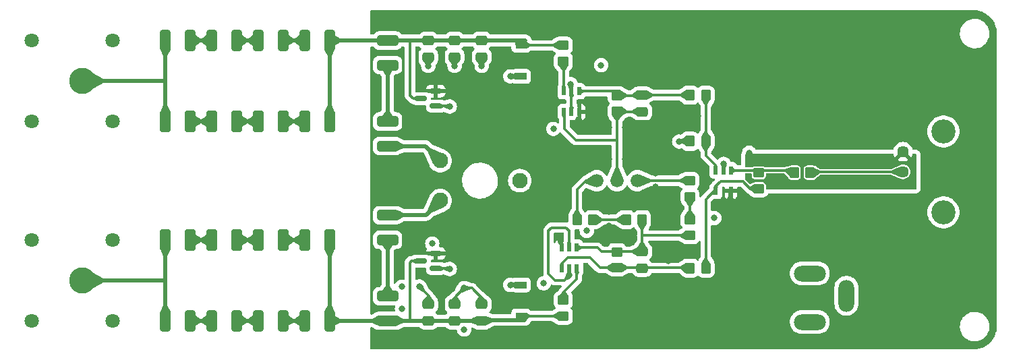
<source format=gbr>
%TF.GenerationSoftware,KiCad,Pcbnew,(7.0.0)*%
%TF.CreationDate,2023-07-09T18:50:50+02:00*%
%TF.ProjectId,Differential_Probe,44696666-6572-4656-9e74-69616c5f5072,rev?*%
%TF.SameCoordinates,Original*%
%TF.FileFunction,Copper,L1,Top*%
%TF.FilePolarity,Positive*%
%FSLAX46Y46*%
G04 Gerber Fmt 4.6, Leading zero omitted, Abs format (unit mm)*
G04 Created by KiCad (PCBNEW (7.0.0)) date 2023-07-09 18:50:50*
%MOMM*%
%LPD*%
G01*
G04 APERTURE LIST*
G04 Aperture macros list*
%AMRoundRect*
0 Rectangle with rounded corners*
0 $1 Rounding radius*
0 $2 $3 $4 $5 $6 $7 $8 $9 X,Y pos of 4 corners*
0 Add a 4 corners polygon primitive as box body*
4,1,4,$2,$3,$4,$5,$6,$7,$8,$9,$2,$3,0*
0 Add four circle primitives for the rounded corners*
1,1,$1+$1,$2,$3*
1,1,$1+$1,$4,$5*
1,1,$1+$1,$6,$7*
1,1,$1+$1,$8,$9*
0 Add four rect primitives between the rounded corners*
20,1,$1+$1,$2,$3,$4,$5,0*
20,1,$1+$1,$4,$5,$6,$7,0*
20,1,$1+$1,$6,$7,$8,$9,0*
20,1,$1+$1,$8,$9,$2,$3,0*%
G04 Aperture macros list end*
%TA.AperFunction,SMDPad,CuDef*%
%ADD10RoundRect,0.250000X-1.075000X0.400000X-1.075000X-0.400000X1.075000X-0.400000X1.075000X0.400000X0*%
%TD*%
%TA.AperFunction,SMDPad,CuDef*%
%ADD11RoundRect,0.250000X-0.475000X0.337500X-0.475000X-0.337500X0.475000X-0.337500X0.475000X0.337500X0*%
%TD*%
%TA.AperFunction,SMDPad,CuDef*%
%ADD12RoundRect,0.250000X-0.350000X-0.450000X0.350000X-0.450000X0.350000X0.450000X-0.350000X0.450000X0*%
%TD*%
%TA.AperFunction,SMDPad,CuDef*%
%ADD13RoundRect,0.250000X-0.400000X-1.075000X0.400000X-1.075000X0.400000X1.075000X-0.400000X1.075000X0*%
%TD*%
%TA.AperFunction,SMDPad,CuDef*%
%ADD14R,0.550000X1.050000*%
%TD*%
%TA.AperFunction,ComponentPad*%
%ADD15O,4.000000X2.000000*%
%TD*%
%TA.AperFunction,ComponentPad*%
%ADD16O,2.000000X4.000000*%
%TD*%
%TA.AperFunction,SMDPad,CuDef*%
%ADD17RoundRect,0.250000X-0.412500X-1.100000X0.412500X-1.100000X0.412500X1.100000X-0.412500X1.100000X0*%
%TD*%
%TA.AperFunction,SMDPad,CuDef*%
%ADD18RoundRect,0.250000X-0.450000X0.350000X-0.450000X-0.350000X0.450000X-0.350000X0.450000X0.350000X0*%
%TD*%
%TA.AperFunction,ComponentPad*%
%ADD19C,1.950000*%
%TD*%
%TA.AperFunction,SMDPad,CuDef*%
%ADD20RoundRect,0.150000X0.587500X0.150000X-0.587500X0.150000X-0.587500X-0.150000X0.587500X-0.150000X0*%
%TD*%
%TA.AperFunction,SMDPad,CuDef*%
%ADD21R,1.400000X0.850000*%
%TD*%
%TA.AperFunction,ComponentPad*%
%ADD22C,1.800000*%
%TD*%
%TA.AperFunction,ComponentPad*%
%ADD23C,3.300000*%
%TD*%
%TA.AperFunction,ComponentPad*%
%ADD24C,1.446000*%
%TD*%
%TA.AperFunction,ComponentPad*%
%ADD25C,3.015000*%
%TD*%
%TA.AperFunction,SMDPad,CuDef*%
%ADD26RoundRect,0.250000X0.350000X0.450000X-0.350000X0.450000X-0.350000X-0.450000X0.350000X-0.450000X0*%
%TD*%
%TA.AperFunction,SMDPad,CuDef*%
%ADD27RoundRect,0.250000X0.450000X-0.350000X0.450000X0.350000X-0.450000X0.350000X-0.450000X-0.350000X0*%
%TD*%
%TA.AperFunction,ComponentPad*%
%ADD28C,1.676400*%
%TD*%
%TA.AperFunction,ViaPad*%
%ADD29C,0.800000*%
%TD*%
%TA.AperFunction,Conductor*%
%ADD30C,0.300000*%
%TD*%
%TA.AperFunction,Conductor*%
%ADD31C,0.500000*%
%TD*%
G04 APERTURE END LIST*
D10*
%TO.P,R6,1*%
%TO.N,Net-(R5-Pad2)*%
X151600000Y-82460000D03*
%TO.P,R6,2*%
%TO.N,Net-(R6-Pad2)*%
X151600000Y-85560000D03*
%TD*%
D11*
%TO.P,C10,1*%
%TO.N,Net-(D1-COM)*%
X160000000Y-72300000D03*
%TO.P,C10,2*%
%TO.N,GNDA*%
X160000000Y-74375000D03*
%TD*%
D12*
%TO.P,R27,1*%
%TO.N,Net-(IC3-OUT)*%
X202650000Y-88900000D03*
%TO.P,R27,2*%
%TO.N,Out_Analog*%
X204650000Y-88900000D03*
%TD*%
D13*
%TO.P,R12,1*%
%TO.N,Net-(R11-Pad2)*%
X141200000Y-107502150D03*
%TO.P,R12,2*%
%TO.N,Net-(D2-COM)*%
X144300000Y-107502150D03*
%TD*%
D10*
%TO.P,R5,1*%
%TO.N,Net-(D1-COM)*%
X151600000Y-72300000D03*
%TO.P,R5,2*%
%TO.N,Net-(R5-Pad2)*%
X151600000Y-75400000D03*
%TD*%
D14*
%TO.P,IC3,1,OUT*%
%TO.N,Net-(IC3-OUT)*%
X194699999Y-88599999D03*
%TO.P,IC3,2,V-*%
%TO.N,-6V*%
X193749999Y-88599999D03*
%TO.P,IC3,3,+IN*%
%TO.N,Net-(IC3-+IN)*%
X192799999Y-88599999D03*
%TO.P,IC3,4,-IN*%
%TO.N,Net-(IC3--IN)*%
X192799999Y-91199999D03*
%TO.P,IC3,5,V+*%
%TO.N,+6V*%
X194699999Y-91199999D03*
%TD*%
D11*
%TO.P,C12,1*%
%TO.N,GNDA*%
X156700000Y-105427150D03*
%TO.P,C12,2*%
%TO.N,Net-(D2-COM)*%
X156700000Y-107502150D03*
%TD*%
D15*
%TO.P,J4,1*%
%TO.N,+12V*%
X204599999Y-101549999D03*
D16*
%TO.P,J4,2*%
%TO.N,GND*%
X209199999Y-104349999D03*
D15*
%TO.P,J4,3*%
X204599999Y-107649999D03*
%TD*%
D14*
%TO.P,IC1,1,OUT*%
%TO.N,Net-(IC1-OUT)*%
X175624999Y-78674999D03*
%TO.P,IC1,2,V-*%
%TO.N,-6V*%
X174674999Y-78674999D03*
%TO.P,IC1,3,+IN*%
%TO.N,Net-(IC1-+IN)*%
X173724999Y-78674999D03*
%TO.P,IC1,4,-IN*%
%TO.N,Net-(IC1--IN)*%
X173724999Y-81274999D03*
%TO.P,IC1,5,~{ENABLE}*%
%TO.N,-6V*%
X174674999Y-81274999D03*
%TO.P,IC1,6,V+*%
%TO.N,+6V*%
X175624999Y-81274999D03*
%TD*%
D13*
%TO.P,R2,1*%
%TO.N,Net-(R1-Pad2)*%
X129533333Y-72300000D03*
%TO.P,R2,2*%
%TO.N,Net-(R2-Pad2)*%
X132633333Y-72300000D03*
%TD*%
D17*
%TO.P,C7,1*%
%TO.N,Net-(C6-Pad2)*%
X135354166Y-97342150D03*
%TO.P,C7,2*%
%TO.N,Net-(C7-Pad2)*%
X138479166Y-97342150D03*
%TD*%
D18*
%TO.P,R18,1*%
%TO.N,Net-(R18-Pad1)*%
X189550000Y-89900000D03*
%TO.P,R18,2*%
%TO.N,Net-(R18-Pad2)*%
X189550000Y-91900000D03*
%TD*%
%TO.P,R16,1*%
%TO.N,Net-(IC2--IN)*%
X180400000Y-98850000D03*
%TO.P,R16,2*%
%TO.N,Net-(IC2-OUT)*%
X180400000Y-100850000D03*
%TD*%
D19*
%TO.P,RV1,1,1*%
%TO.N,Net-(R6-Pad2)*%
X158200000Y-87400000D03*
%TO.P,RV1,2,2*%
%TO.N,GNDA*%
X168200000Y-89900000D03*
%TO.P,RV1,3,3*%
%TO.N,Net-(R7-Pad1)*%
X158200000Y-92400000D03*
%TD*%
D17*
%TO.P,C3,1*%
%TO.N,Net-(C2-Pad2)*%
X135354166Y-82460000D03*
%TO.P,C3,2*%
%TO.N,Net-(C3-Pad2)*%
X138479166Y-82460000D03*
%TD*%
D11*
%TO.P,C9,1*%
%TO.N,Net-(D1-COM)*%
X156700000Y-72300000D03*
%TO.P,C9,2*%
%TO.N,GNDA*%
X156700000Y-74375000D03*
%TD*%
%TO.P,C13,1*%
%TO.N,GNDA*%
X160000000Y-105427150D03*
%TO.P,C13,2*%
%TO.N,Net-(D2-COM)*%
X160000000Y-107502150D03*
%TD*%
D20*
%TO.P,D2,1,A*%
%TO.N,-6V*%
X157637500Y-100950000D03*
%TO.P,D2,2,K*%
%TO.N,+6V*%
X157637500Y-99050000D03*
%TO.P,D2,3,COM*%
%TO.N,Net-(D2-COM)*%
X155762500Y-100000000D03*
%TD*%
D21*
%TO.P,C15,1*%
%TO.N,Net-(D1-COM)*%
X168349999Y-72907499D03*
%TO.P,C15,2*%
%TO.N,GNDA*%
X168349999Y-76807499D03*
%TD*%
D13*
%TO.P,R9,1*%
%TO.N,Vin_N*%
X123700000Y-107502150D03*
%TO.P,R9,2*%
%TO.N,Net-(R10-Pad1)*%
X126800000Y-107502150D03*
%TD*%
D20*
%TO.P,D1,1,A*%
%TO.N,-6V*%
X157637500Y-80550000D03*
%TO.P,D1,2,K*%
%TO.N,+6V*%
X157637500Y-78650000D03*
%TO.P,D1,3,COM*%
%TO.N,Net-(D1-COM)*%
X155762500Y-79600000D03*
%TD*%
D22*
%TO.P,J2,1,1*%
%TO.N,unconnected-(J2-Pad1)*%
X106890000Y-72300000D03*
%TO.P,J2,2,2*%
%TO.N,unconnected-(J2-Pad2)*%
X117050000Y-72300000D03*
%TO.P,J2,3,3*%
%TO.N,unconnected-(J2-Pad3)*%
X106890000Y-82460000D03*
%TO.P,J2,4,4*%
%TO.N,unconnected-(J2-Pad4)*%
X117050000Y-82460000D03*
D23*
%TO.P,J2,5,5*%
%TO.N,Vin_P*%
X113250000Y-77380000D03*
%TD*%
D10*
%TO.P,R8,1*%
%TO.N,Net-(R7-Pad2)*%
X151600000Y-104402150D03*
%TO.P,R8,2*%
%TO.N,Net-(D2-COM)*%
X151600000Y-107502150D03*
%TD*%
D22*
%TO.P,J3,1,1*%
%TO.N,unconnected-(J3-Pad1)*%
X106890000Y-97342150D03*
%TO.P,J3,2,2*%
%TO.N,unconnected-(J3-Pad2)*%
X117050000Y-97342150D03*
%TO.P,J3,3,3*%
%TO.N,unconnected-(J3-Pad3)*%
X106890000Y-107502150D03*
%TO.P,J3,4,4*%
%TO.N,unconnected-(J3-Pad4)*%
X117050000Y-107502150D03*
D23*
%TO.P,J3,5,5*%
%TO.N,Vin_N*%
X113250000Y-102422150D03*
%TD*%
D12*
%TO.P,R21,1*%
%TO.N,Net-(IC1-OUT)*%
X189550000Y-79162500D03*
%TO.P,R21,2*%
%TO.N,Net-(IC3-+IN)*%
X191550000Y-79162500D03*
%TD*%
D24*
%TO.P,J1,A1,A1*%
%TO.N,Out_Analog*%
X216300000Y-88800000D03*
%TO.P,J1,B1,B1*%
%TO.N,GNDA*%
X216300000Y-86260000D03*
D25*
%TO.P,J1,MH1,MH1*%
%TO.N,unconnected-(J1-PadMH1)*%
X221380000Y-83720000D03*
%TO.P,J1,MH2,MH2*%
%TO.N,unconnected-(J1-PadMH2)*%
X221380000Y-93880000D03*
%TD*%
D18*
%TO.P,R24,1*%
%TO.N,Net-(IC3-OUT)*%
X198200000Y-88900000D03*
%TO.P,R24,2*%
%TO.N,Net-(IC3--IN)*%
X198200000Y-90900000D03*
%TD*%
D17*
%TO.P,C8,1*%
%TO.N,Net-(C7-Pad2)*%
X141175000Y-97342150D03*
%TO.P,C8,2*%
%TO.N,Net-(D2-COM)*%
X144300000Y-97342150D03*
%TD*%
D13*
%TO.P,R3,1*%
%TO.N,Net-(R2-Pad2)*%
X135366666Y-72300000D03*
%TO.P,R3,2*%
%TO.N,Net-(R3-Pad2)*%
X138466666Y-72300000D03*
%TD*%
D11*
%TO.P,C14,1*%
%TO.N,GNDA*%
X163400000Y-105427150D03*
%TO.P,C14,2*%
%TO.N,Net-(D2-COM)*%
X163400000Y-107502150D03*
%TD*%
%TO.P,C11,1*%
%TO.N,Net-(D1-COM)*%
X163400000Y-72300000D03*
%TO.P,C11,2*%
%TO.N,GNDA*%
X163400000Y-74375000D03*
%TD*%
D10*
%TO.P,R7,1*%
%TO.N,Net-(R7-Pad1)*%
X151600000Y-94242150D03*
%TO.P,R7,2*%
%TO.N,Net-(R7-Pad2)*%
X151600000Y-97342150D03*
%TD*%
D11*
%TO.P,C17,1*%
%TO.N,Net-(IC1-OUT)*%
X183550000Y-79162500D03*
%TO.P,C17,2*%
%TO.N,Net-(IC1--IN)*%
X183550000Y-81237500D03*
%TD*%
%TO.P,C18,1*%
%TO.N,Net-(IC2--IN)*%
X183550000Y-98812500D03*
%TO.P,C18,2*%
%TO.N,Net-(IC2-OUT)*%
X183550000Y-100887500D03*
%TD*%
D21*
%TO.P,C16,1*%
%TO.N,GNDA*%
X168349999Y-102994649D03*
%TO.P,C16,2*%
%TO.N,Net-(D2-COM)*%
X168349999Y-106894649D03*
%TD*%
D26*
%TO.P,R23,1*%
%TO.N,Net-(IC3-+IN)*%
X191550000Y-84950000D03*
%TO.P,R23,2*%
%TO.N,GNDA*%
X189550000Y-84950000D03*
%TD*%
D18*
%TO.P,R13,1*%
%TO.N,Net-(D1-COM)*%
X173650000Y-72907500D03*
%TO.P,R13,2*%
%TO.N,Net-(IC1-+IN)*%
X173650000Y-74907500D03*
%TD*%
D26*
%TO.P,R22,1*%
%TO.N,Net-(IC3--IN)*%
X191550000Y-100887500D03*
%TO.P,R22,2*%
%TO.N,Net-(IC2-OUT)*%
X189550000Y-100887500D03*
%TD*%
D17*
%TO.P,C6,1*%
%TO.N,Net-(C5-Pad2)*%
X129520833Y-97342150D03*
%TO.P,C6,2*%
%TO.N,Net-(C6-Pad2)*%
X132645833Y-97342150D03*
%TD*%
%TO.P,C5,1*%
%TO.N,Vin_N*%
X123687500Y-97342150D03*
%TO.P,C5,2*%
%TO.N,Net-(C5-Pad2)*%
X126812500Y-97342150D03*
%TD*%
D12*
%TO.P,R17,1*%
%TO.N,Net-(R17-Pad1)*%
X175369500Y-94800000D03*
%TO.P,R17,2*%
%TO.N,Net-(R17-Pad2)*%
X177369500Y-94800000D03*
%TD*%
D27*
%TO.P,R14,1*%
%TO.N,Net-(D2-COM)*%
X173650000Y-106894650D03*
%TO.P,R14,2*%
%TO.N,Net-(IC2-+IN)*%
X173650000Y-104894650D03*
%TD*%
D18*
%TO.P,R15,1*%
%TO.N,Net-(IC1-OUT)*%
X180400000Y-79200000D03*
%TO.P,R15,2*%
%TO.N,Net-(IC1--IN)*%
X180400000Y-81200000D03*
%TD*%
D13*
%TO.P,R10,1*%
%TO.N,Net-(R10-Pad1)*%
X129533333Y-107502150D03*
%TO.P,R10,2*%
%TO.N,Net-(R10-Pad2)*%
X132633333Y-107502150D03*
%TD*%
D28*
%TO.P,S1,O*%
%TO.N,Net-(R18-Pad1)*%
X182940000Y-89900000D03*
%TO.P,S1,P*%
%TO.N,Net-(IC1--IN)*%
X180400000Y-89900000D03*
%TO.P,S1,S*%
%TO.N,Net-(R17-Pad1)*%
X177860000Y-89900000D03*
%TD*%
D17*
%TO.P,C1,1*%
%TO.N,Vin_P*%
X123687500Y-82460000D03*
%TO.P,C1,2*%
%TO.N,Net-(C1-Pad2)*%
X126812500Y-82460000D03*
%TD*%
%TO.P,C4,1*%
%TO.N,Net-(C3-Pad2)*%
X141175000Y-82460000D03*
%TO.P,C4,2*%
%TO.N,Net-(D1-COM)*%
X144300000Y-82460000D03*
%TD*%
D13*
%TO.P,R4,1*%
%TO.N,Net-(R3-Pad2)*%
X141200000Y-72300000D03*
%TO.P,R4,2*%
%TO.N,Net-(D1-COM)*%
X144300000Y-72300000D03*
%TD*%
D18*
%TO.P,R19,1*%
%TO.N,Net-(R18-Pad2)*%
X189550000Y-94800000D03*
%TO.P,R19,2*%
%TO.N,Net-(IC2--IN)*%
X189550000Y-96800000D03*
%TD*%
D12*
%TO.P,R20,1*%
%TO.N,Net-(R17-Pad2)*%
X181550000Y-94800000D03*
%TO.P,R20,2*%
%TO.N,Net-(IC2--IN)*%
X183550000Y-94800000D03*
%TD*%
D17*
%TO.P,C2,1*%
%TO.N,Net-(C1-Pad2)*%
X129520833Y-82460000D03*
%TO.P,C2,2*%
%TO.N,Net-(C2-Pad2)*%
X132645833Y-82460000D03*
%TD*%
D14*
%TO.P,IC2,1,OUT*%
%TO.N,Net-(IC2-OUT)*%
X173449999Y-100924999D03*
%TO.P,IC2,2,V-*%
%TO.N,-6V*%
X174399999Y-100924999D03*
%TO.P,IC2,3,+IN*%
%TO.N,Net-(IC2-+IN)*%
X175349999Y-100924999D03*
%TO.P,IC2,4,-IN*%
%TO.N,Net-(IC2--IN)*%
X175349999Y-98324999D03*
%TO.P,IC2,5,~{ENABLE}*%
%TO.N,-6V*%
X174399999Y-98324999D03*
%TO.P,IC2,6,V+*%
%TO.N,+6V*%
X173449999Y-98324999D03*
%TD*%
D13*
%TO.P,R1,1*%
%TO.N,Vin_P*%
X123700000Y-72300000D03*
%TO.P,R1,2*%
%TO.N,Net-(R1-Pad2)*%
X126800000Y-72300000D03*
%TD*%
%TO.P,R11,1*%
%TO.N,Net-(R10-Pad2)*%
X135366666Y-107502150D03*
%TO.P,R11,2*%
%TO.N,Net-(R11-Pad2)*%
X138466666Y-107502150D03*
%TD*%
D29*
%TO.N,GNDA*%
X214000000Y-90000000D03*
X214000000Y-87500000D03*
X210000000Y-90000000D03*
X210000000Y-87500000D03*
X206500000Y-90000000D03*
X206500000Y-87500000D03*
X201000000Y-90000000D03*
X201000000Y-87500000D03*
%TO.N,-6V*%
X174600000Y-77800000D03*
X174400000Y-101800000D03*
X159400000Y-80600000D03*
X159400000Y-101000000D03*
X193800000Y-87800000D03*
%TO.N,+6V*%
X186800000Y-102000000D03*
X170400000Y-71800000D03*
X178600000Y-79800000D03*
X185200000Y-89000000D03*
X157400000Y-102800000D03*
X185200000Y-90649500D03*
X186800000Y-100000000D03*
X181400000Y-87200000D03*
X192600000Y-81800000D03*
X170400000Y-74000000D03*
X179400000Y-83200000D03*
X194600000Y-92200000D03*
X173300000Y-97300000D03*
X169050000Y-101550000D03*
X181400000Y-83200000D03*
X179400000Y-87200000D03*
X178000000Y-107200000D03*
X179400000Y-93800000D03*
X179400000Y-95549500D03*
X178600000Y-77600000D03*
X190600000Y-81800000D03*
X170600000Y-97600000D03*
X175600000Y-82200000D03*
%TO.N,GNDA*%
X160000000Y-75500000D03*
X157200000Y-97800000D03*
X171200000Y-102800000D03*
X163400000Y-75500000D03*
X197000000Y-86400000D03*
X167000000Y-76800000D03*
X167000000Y-103000000D03*
X153375000Y-103225000D03*
X161200000Y-108600000D03*
X188200000Y-85000000D03*
X176600000Y-96200000D03*
X153400000Y-106000000D03*
X178400000Y-75400000D03*
X172400000Y-83400000D03*
X192600000Y-94600000D03*
X156700000Y-75500000D03*
X161200000Y-103400000D03*
X155600000Y-103200000D03*
%TD*%
D30*
%TO.N,Vin_N*%
X123665350Y-102422150D02*
X123687500Y-102400000D01*
X123687500Y-107489650D02*
X123700000Y-107502150D01*
D31*
X123687500Y-102400000D02*
X123687500Y-107489650D01*
X123687500Y-97342150D02*
X123687500Y-102400000D01*
X113250000Y-102422150D02*
X123665350Y-102422150D01*
D30*
%TO.N,Vin_P*%
X123687500Y-82460000D02*
X123700000Y-82447500D01*
X123700000Y-77400000D02*
X123680000Y-77380000D01*
D31*
X123700000Y-77400000D02*
X123700000Y-72300000D01*
X123700000Y-82447500D02*
X123700000Y-77400000D01*
X123680000Y-77380000D02*
X113250000Y-77380000D01*
D30*
%TO.N,Net-(IC2-OUT)*%
X189512500Y-100850000D02*
X189550000Y-100887500D01*
X173450000Y-100350000D02*
X174200000Y-99600000D01*
X174200000Y-99600000D02*
X177000000Y-99600000D01*
X178250000Y-100850000D02*
X180400000Y-100850000D01*
X180400000Y-100850000D02*
X189512500Y-100850000D01*
X177000000Y-99600000D02*
X178250000Y-100850000D01*
X173450000Y-100925000D02*
X173450000Y-100350000D01*
%TO.N,-6V*%
X171800000Y-96200000D02*
X171800000Y-101600000D01*
X174675000Y-81275000D02*
X174675000Y-78675000D01*
X159350000Y-80550000D02*
X159400000Y-80600000D01*
X193800000Y-88550000D02*
X193750000Y-88600000D01*
X171800000Y-101600000D02*
X172600000Y-102400000D01*
X174600000Y-78600000D02*
X174675000Y-78675000D01*
X173800000Y-102400000D02*
X174400000Y-101800000D01*
X172200000Y-95800000D02*
X171800000Y-96200000D01*
X174000000Y-95800000D02*
X172200000Y-95800000D01*
X174400000Y-98325000D02*
X174400000Y-96200000D01*
X159350000Y-100950000D02*
X159400000Y-101000000D01*
X157637500Y-80550000D02*
X159350000Y-80550000D01*
X193800000Y-87800000D02*
X193800000Y-88550000D01*
X174400000Y-101800000D02*
X174400000Y-100925000D01*
X174400000Y-96200000D02*
X174000000Y-95800000D01*
X172600000Y-102400000D02*
X173800000Y-102400000D01*
X157637500Y-100950000D02*
X159350000Y-100950000D01*
X174600000Y-77800000D02*
X174600000Y-78600000D01*
%TO.N,Net-(IC2-+IN)*%
X175350000Y-102250000D02*
X175350000Y-100925000D01*
X173650000Y-104894650D02*
X173650000Y-103950000D01*
X173650000Y-103950000D02*
X175350000Y-102250000D01*
%TO.N,Net-(IC2--IN)*%
X183550000Y-98812500D02*
X178412500Y-98812500D01*
X183550000Y-94800000D02*
X183550000Y-96800000D01*
X183550000Y-96800000D02*
X189550000Y-96800000D01*
X178412500Y-98812500D02*
X177925000Y-98325000D01*
X177925000Y-98325000D02*
X175350000Y-98325000D01*
X183550000Y-96800000D02*
X183550000Y-98812500D01*
D31*
%TO.N,+6V*%
X194600000Y-92200000D02*
X194600000Y-91300000D01*
X173450000Y-97850000D02*
X173450000Y-98325000D01*
D30*
X173300000Y-97300000D02*
X173200000Y-97400000D01*
X194600000Y-91300000D02*
X194700000Y-91200000D01*
D31*
X173200000Y-97600000D02*
X173450000Y-97850000D01*
D30*
X175625000Y-82175000D02*
X175625000Y-81275000D01*
X175600000Y-82200000D02*
X175625000Y-82175000D01*
X173200000Y-97400000D02*
X173200000Y-97600000D01*
%TO.N,Net-(IC1-OUT)*%
X175625000Y-78675000D02*
X180725000Y-78675000D01*
X180400000Y-79200000D02*
X183512500Y-79200000D01*
X183550000Y-79162500D02*
X189550000Y-79162500D01*
X183512500Y-79200000D02*
X183550000Y-79162500D01*
%TO.N,Net-(IC1-+IN)*%
X173650000Y-74907500D02*
X173725000Y-74982500D01*
X173725000Y-74982500D02*
X173725000Y-78675000D01*
%TO.N,Net-(IC1--IN)*%
X173800000Y-83400000D02*
X173800000Y-81350000D01*
X173800000Y-81350000D02*
X173725000Y-81275000D01*
X180400000Y-81200000D02*
X180400000Y-84800000D01*
X180400000Y-84800000D02*
X175200000Y-84800000D01*
X183550000Y-81237500D02*
X180437500Y-81237500D01*
X175200000Y-84800000D02*
X173800000Y-83400000D01*
X180437500Y-81237500D02*
X180400000Y-81200000D01*
X180400000Y-84800000D02*
X180400000Y-89900000D01*
%TO.N,Net-(IC3-OUT)*%
X194700000Y-88600000D02*
X202350000Y-88600000D01*
X202350000Y-88600000D02*
X202650000Y-88900000D01*
%TO.N,Net-(IC3-+IN)*%
X192800000Y-88000000D02*
X191550000Y-86750000D01*
X191550000Y-86750000D02*
X191550000Y-84950000D01*
X191550000Y-79162500D02*
X191550000Y-84950000D01*
X192800000Y-88600000D02*
X192800000Y-88000000D01*
%TO.N,Net-(IC3--IN)*%
X197100000Y-90900000D02*
X198200000Y-90900000D01*
X192800000Y-90600000D02*
X193400000Y-90000000D01*
X192600000Y-91200000D02*
X192800000Y-91200000D01*
X193400000Y-90000000D02*
X196200000Y-90000000D01*
X191550000Y-92250000D02*
X192600000Y-91200000D01*
X196200000Y-90000000D02*
X197100000Y-90900000D01*
X192800000Y-91200000D02*
X192800000Y-90600000D01*
X191550000Y-100887500D02*
X191550000Y-92250000D01*
D31*
%TO.N,Net-(D1-COM)*%
X154400000Y-72300000D02*
X166000000Y-72300000D01*
X166000000Y-72300000D02*
X167742500Y-72300000D01*
D30*
X154800000Y-79600000D02*
X154400000Y-79200000D01*
D31*
X144300000Y-72300000D02*
X144300000Y-82460000D01*
X144300000Y-72300000D02*
X154400000Y-72300000D01*
D30*
X168350000Y-72907500D02*
X173650000Y-72907500D01*
X155762500Y-79600000D02*
X154800000Y-79600000D01*
X167742500Y-72300000D02*
X168350000Y-72907500D01*
D31*
X166000000Y-72300000D02*
X168900000Y-72300000D01*
D30*
X154400000Y-79200000D02*
X154400000Y-72300000D01*
%TO.N,GNDA*%
X160000000Y-104600000D02*
X160000000Y-105427150D01*
X189550000Y-84950000D02*
X188250000Y-84950000D01*
X160000000Y-74375000D02*
X160000000Y-75600000D01*
X188250000Y-84950000D02*
X188200000Y-85000000D01*
X163400000Y-104600000D02*
X162200000Y-103400000D01*
X161200000Y-103400000D02*
X160000000Y-104600000D01*
X168350000Y-76807500D02*
X167007500Y-76807500D01*
X163400000Y-105427150D02*
X163400000Y-104600000D01*
X162200000Y-103400000D02*
X161200000Y-103400000D01*
X167000000Y-103000000D02*
X167005350Y-102994650D01*
X167007500Y-76807500D02*
X167000000Y-76800000D01*
X167005350Y-102994650D02*
X168350000Y-102994650D01*
X156700000Y-105427150D02*
X156700000Y-104300000D01*
X156700000Y-104300000D02*
X155600000Y-103200000D01*
X156700000Y-75500000D02*
X156700000Y-74375000D01*
X163400000Y-74375000D02*
X163400000Y-75600000D01*
D31*
%TO.N,Net-(D2-COM)*%
X144300000Y-107502150D02*
X144300000Y-97342150D01*
D30*
X163400000Y-107502150D02*
X163502150Y-107400000D01*
D31*
X163502150Y-107400000D02*
X167000000Y-107400000D01*
D30*
X168400000Y-106944650D02*
X168350000Y-106894650D01*
X168350000Y-106894650D02*
X173650000Y-106894650D01*
D31*
X154400000Y-107502150D02*
X163400000Y-107502150D01*
X167000000Y-107400000D02*
X168800000Y-107400000D01*
X168800000Y-107344650D02*
X168350000Y-106894650D01*
D30*
X154600000Y-100000000D02*
X154400000Y-100200000D01*
D31*
X167000000Y-107400000D02*
X168400000Y-107400000D01*
D30*
X168400000Y-107400000D02*
X168400000Y-106944650D01*
D31*
X168800000Y-107400000D02*
X168800000Y-107344650D01*
X144300000Y-107502150D02*
X151600000Y-107502150D01*
X151600000Y-107502150D02*
X154400000Y-107502150D01*
D30*
X154400000Y-100200000D02*
X154400000Y-107502150D01*
X155762500Y-100000000D02*
X154600000Y-100000000D01*
%TO.N,Out_Analog*%
X204650000Y-88900000D02*
X204750000Y-88800000D01*
X204750000Y-88800000D02*
X216300000Y-88800000D01*
D31*
%TO.N,Net-(R10-Pad1)*%
X126800000Y-107502150D02*
X129533333Y-107502150D01*
%TO.N,Net-(R7-Pad2)*%
X151600000Y-97342150D02*
X151600000Y-104402150D01*
%TO.N,Net-(R7-Pad1)*%
X151642150Y-94200000D02*
X156400000Y-94200000D01*
D30*
X151600000Y-94242150D02*
X151642150Y-94200000D01*
D31*
X156400000Y-94200000D02*
X158200000Y-92400000D01*
%TO.N,Net-(R5-Pad2)*%
X151600000Y-75400000D02*
X151600000Y-82460000D01*
%TO.N,Net-(R6-Pad2)*%
X156360000Y-85560000D02*
X158200000Y-87400000D01*
X151600000Y-85560000D02*
X156360000Y-85560000D01*
%TO.N,Net-(R2-Pad2)*%
X132633333Y-72300000D02*
X135366666Y-72300000D01*
%TO.N,Net-(R3-Pad2)*%
X138466666Y-72300000D02*
X141200000Y-72300000D01*
%TO.N,Net-(R1-Pad2)*%
X126800000Y-72300000D02*
X129533333Y-72300000D01*
%TO.N,Net-(R11-Pad2)*%
X138466666Y-107502150D02*
X141200000Y-107502150D01*
%TO.N,Net-(R10-Pad2)*%
X132633333Y-107502150D02*
X135366666Y-107502150D01*
D30*
%TO.N,Net-(R17-Pad1)*%
X175369500Y-91030500D02*
X175369500Y-94800000D01*
X176500000Y-89900000D02*
X175369500Y-91030500D01*
X177860000Y-89900000D02*
X176500000Y-89900000D01*
%TO.N,Net-(R17-Pad2)*%
X177369500Y-94800000D02*
X181550000Y-94800000D01*
%TO.N,Net-(R18-Pad1)*%
X182940000Y-89900000D02*
X189550000Y-89900000D01*
%TO.N,Net-(R18-Pad2)*%
X189550000Y-94800000D02*
X189550000Y-91900000D01*
D31*
%TO.N,Net-(C1-Pad2)*%
X126812500Y-82460000D02*
X129520833Y-82460000D01*
%TO.N,Net-(C2-Pad2)*%
X132645833Y-82460000D02*
X135354166Y-82460000D01*
%TO.N,Net-(C7-Pad2)*%
X138479166Y-97342150D02*
X141175000Y-97342150D01*
%TO.N,Net-(C6-Pad2)*%
X132645833Y-97342150D02*
X135354166Y-97342150D01*
%TO.N,Net-(C5-Pad2)*%
X126812500Y-97342150D02*
X129520833Y-97342150D01*
%TO.N,Net-(C3-Pad2)*%
X138479166Y-82460000D02*
X141175000Y-82460000D01*
%TD*%
%TA.AperFunction,Conductor*%
%TO.N,+6V*%
G36*
X225203471Y-68500695D02*
G01*
X225247099Y-68503144D01*
X225517695Y-68518340D01*
X225531498Y-68519896D01*
X225838339Y-68572031D01*
X225851883Y-68575122D01*
X226073553Y-68638984D01*
X226150952Y-68661282D01*
X226164077Y-68665874D01*
X226451618Y-68784978D01*
X226464132Y-68791004D01*
X226736547Y-68941563D01*
X226748303Y-68948950D01*
X227002129Y-69129050D01*
X227012989Y-69137709D01*
X227075230Y-69193331D01*
X227245063Y-69345103D01*
X227254894Y-69354934D01*
X227451698Y-69575158D01*
X227462285Y-69587004D01*
X227470951Y-69597872D01*
X227630562Y-69822823D01*
X227651043Y-69851687D01*
X227658439Y-69863457D01*
X227708433Y-69953914D01*
X227808991Y-70135860D01*
X227815024Y-70148388D01*
X227934124Y-70435921D01*
X227938717Y-70449047D01*
X228024875Y-70748110D01*
X228027969Y-70761666D01*
X228080102Y-71068493D01*
X228081659Y-71082311D01*
X228099305Y-71396528D01*
X228099500Y-71403481D01*
X228099500Y-108196519D01*
X228099305Y-108203472D01*
X228081659Y-108517688D01*
X228080102Y-108531506D01*
X228027969Y-108838333D01*
X228024875Y-108851889D01*
X227938717Y-109150952D01*
X227934124Y-109164078D01*
X227815024Y-109451611D01*
X227808991Y-109464139D01*
X227658442Y-109736538D01*
X227651043Y-109748312D01*
X227470954Y-110002123D01*
X227462285Y-110012995D01*
X227254896Y-110245063D01*
X227245063Y-110254896D01*
X227012995Y-110462285D01*
X227002123Y-110470954D01*
X226748312Y-110651043D01*
X226736538Y-110658442D01*
X226464139Y-110808991D01*
X226451611Y-110815024D01*
X226164078Y-110934124D01*
X226150952Y-110938717D01*
X225851889Y-111024875D01*
X225838333Y-111027969D01*
X225531506Y-111080102D01*
X225517688Y-111081659D01*
X225203472Y-111099305D01*
X225196519Y-111099500D01*
X149524000Y-111099500D01*
X149462000Y-111082887D01*
X149416613Y-111037500D01*
X149400000Y-110975500D01*
X149400000Y-108400853D01*
X149415376Y-108341047D01*
X149457690Y-108296073D01*
X149516448Y-108277083D01*
X149577077Y-108288787D01*
X150202553Y-108585043D01*
X150205666Y-108586964D01*
X150214316Y-108589830D01*
X150236301Y-108597115D01*
X150236721Y-108597255D01*
X150319478Y-108625167D01*
X150322370Y-108625778D01*
X150327223Y-108627244D01*
X150372203Y-108642149D01*
X150474991Y-108652650D01*
X152725008Y-108652649D01*
X152827797Y-108642149D01*
X152872795Y-108627237D01*
X152877629Y-108625777D01*
X152880521Y-108625167D01*
X152963217Y-108597275D01*
X152963467Y-108597191D01*
X152994334Y-108586964D01*
X152997450Y-108585041D01*
X153674019Y-108264585D01*
X153727099Y-108252650D01*
X154312279Y-108252650D01*
X154443709Y-108252650D01*
X155529317Y-108252650D01*
X155583350Y-108265042D01*
X155626584Y-108299740D01*
X155628495Y-108302157D01*
X155632288Y-108308306D01*
X155756344Y-108432362D01*
X155762485Y-108436150D01*
X155762488Y-108436152D01*
X155815739Y-108468997D01*
X155905666Y-108524464D01*
X156072203Y-108579649D01*
X156174991Y-108590150D01*
X157225008Y-108590149D01*
X157327797Y-108579649D01*
X157494334Y-108524464D01*
X157643656Y-108432362D01*
X157767712Y-108308306D01*
X157771504Y-108302156D01*
X157773416Y-108299740D01*
X157816650Y-108265042D01*
X157870683Y-108252650D01*
X158829317Y-108252650D01*
X158883350Y-108265042D01*
X158926584Y-108299740D01*
X158928495Y-108302157D01*
X158932288Y-108308306D01*
X159056344Y-108432362D01*
X159062485Y-108436150D01*
X159062488Y-108436152D01*
X159115739Y-108468997D01*
X159205666Y-108524464D01*
X159372203Y-108579649D01*
X159474991Y-108590150D01*
X160181854Y-108590149D01*
X160240068Y-108604663D01*
X160284655Y-108644809D01*
X160305175Y-108701188D01*
X160313646Y-108781795D01*
X160313647Y-108781803D01*
X160314326Y-108788256D01*
X160316331Y-108794428D01*
X160316333Y-108794435D01*
X160365705Y-108946383D01*
X160372821Y-108968284D01*
X160376068Y-108973908D01*
X160376069Y-108973910D01*
X160445388Y-109093975D01*
X160467467Y-109132216D01*
X160471811Y-109137041D01*
X160471813Y-109137043D01*
X160496156Y-109164078D01*
X160594129Y-109272888D01*
X160747270Y-109384151D01*
X160920197Y-109461144D01*
X161105354Y-109500500D01*
X161288143Y-109500500D01*
X161294646Y-109500500D01*
X161479803Y-109461144D01*
X161652730Y-109384151D01*
X161805871Y-109272888D01*
X161932533Y-109132216D01*
X162027179Y-108968284D01*
X162085674Y-108788256D01*
X162105460Y-108600000D01*
X162095644Y-108506606D01*
X162105517Y-108443589D01*
X162145411Y-108393817D01*
X162204768Y-108370461D01*
X162267879Y-108379701D01*
X162475880Y-108468997D01*
X162620548Y-108531104D01*
X162620553Y-108531106D01*
X162622652Y-108532007D01*
X162693564Y-108556396D01*
X162698091Y-108557232D01*
X162698092Y-108557233D01*
X162704325Y-108558385D01*
X162720796Y-108562614D01*
X162772203Y-108579649D01*
X162874991Y-108590150D01*
X163925008Y-108590149D01*
X164027797Y-108579649D01*
X164194334Y-108524464D01*
X164263955Y-108481520D01*
X164268317Y-108478954D01*
X164359228Y-108427933D01*
X164445167Y-108379702D01*
X164825294Y-108166366D01*
X164885981Y-108150500D01*
X166912279Y-108150500D01*
X167043709Y-108150500D01*
X168774555Y-108150500D01*
X168781764Y-108150709D01*
X168843935Y-108154331D01*
X168905275Y-108143513D01*
X168912389Y-108142471D01*
X168974255Y-108135241D01*
X168984785Y-108131407D01*
X169005674Y-108125811D01*
X169008303Y-108125347D01*
X169016711Y-108123865D01*
X169073928Y-108099183D01*
X169080562Y-108096548D01*
X169139117Y-108075237D01*
X169148480Y-108069078D01*
X169167506Y-108058818D01*
X169177804Y-108054377D01*
X169227786Y-108017165D01*
X169233648Y-108013061D01*
X169285696Y-107978830D01*
X169293387Y-107970677D01*
X169309536Y-107956304D01*
X169318530Y-107949610D01*
X169358584Y-107901874D01*
X169363318Y-107896554D01*
X169406092Y-107851218D01*
X169411696Y-107841510D01*
X169424097Y-107823800D01*
X169431302Y-107815214D01*
X169459262Y-107759538D01*
X169462668Y-107753222D01*
X169482507Y-107718861D01*
X169493812Y-107699281D01*
X169497028Y-107688537D01*
X169505008Y-107668451D01*
X169510040Y-107658433D01*
X169511427Y-107652578D01*
X169530545Y-107618473D01*
X169560163Y-107591638D01*
X169601265Y-107565043D01*
X169633508Y-107550227D01*
X169668627Y-107545150D01*
X172174102Y-107545150D01*
X172235614Y-107561482D01*
X172845557Y-107909961D01*
X172850670Y-107912340D01*
X172853188Y-107913513D01*
X172865957Y-107920392D01*
X172874518Y-107925672D01*
X172880666Y-107929464D01*
X172897436Y-107935021D01*
X172910756Y-107940307D01*
X172921957Y-107945521D01*
X172961299Y-107956354D01*
X172967378Y-107958197D01*
X173047203Y-107984649D01*
X173149991Y-107995150D01*
X174150008Y-107995149D01*
X174252797Y-107984649D01*
X174419334Y-107929464D01*
X174568656Y-107837362D01*
X174631683Y-107774335D01*
X202099500Y-107774335D01*
X202100343Y-107779387D01*
X202100344Y-107779398D01*
X202130946Y-107962783D01*
X202140429Y-108019614D01*
X202142093Y-108024461D01*
X202142094Y-108024465D01*
X202219507Y-108249962D01*
X202219510Y-108249969D01*
X202221172Y-108254810D01*
X202223607Y-108259310D01*
X202223610Y-108259316D01*
X202306100Y-108411744D01*
X202339526Y-108473509D01*
X202342676Y-108477557D01*
X202342678Y-108477559D01*
X202384354Y-108531104D01*
X202492262Y-108669744D01*
X202496029Y-108673211D01*
X202496032Y-108673215D01*
X202671439Y-108834688D01*
X202675215Y-108838164D01*
X202685983Y-108845199D01*
X202879099Y-108971368D01*
X202879102Y-108971369D01*
X202883393Y-108974173D01*
X203111119Y-109074063D01*
X203352179Y-109135108D01*
X203537933Y-109150500D01*
X205659497Y-109150500D01*
X205662067Y-109150500D01*
X205847821Y-109135108D01*
X206088881Y-109074063D01*
X206316607Y-108974173D01*
X206524785Y-108838164D01*
X206707738Y-108669744D01*
X206860474Y-108473509D01*
X206958288Y-108292765D01*
X223445788Y-108292765D01*
X223446282Y-108297262D01*
X223446283Y-108297267D01*
X223474917Y-108557506D01*
X223474918Y-108557513D01*
X223475414Y-108562018D01*
X223476559Y-108566398D01*
X223476561Y-108566408D01*
X223521802Y-108739454D01*
X223543928Y-108824088D01*
X223545693Y-108828242D01*
X223545696Y-108828250D01*
X223648099Y-109069223D01*
X223649870Y-109073390D01*
X223652226Y-109077251D01*
X223652229Y-109077256D01*
X223768674Y-109268057D01*
X223790982Y-109304610D01*
X223964255Y-109512820D01*
X223967630Y-109515844D01*
X223967631Y-109515845D01*
X224072330Y-109609656D01*
X224165998Y-109693582D01*
X224391910Y-109843044D01*
X224637176Y-109958020D01*
X224896569Y-110036060D01*
X225164561Y-110075500D01*
X225365369Y-110075500D01*
X225367631Y-110075500D01*
X225570156Y-110060677D01*
X225834553Y-110001780D01*
X226087558Y-109905014D01*
X226323777Y-109772441D01*
X226538177Y-109606888D01*
X226726186Y-109411881D01*
X226883799Y-109191579D01*
X227007656Y-108950675D01*
X227095118Y-108694305D01*
X227144319Y-108427933D01*
X227154212Y-108157235D01*
X227124586Y-107887982D01*
X227056072Y-107625912D01*
X226950130Y-107376610D01*
X226809018Y-107145390D01*
X226635745Y-106937180D01*
X226632368Y-106934154D01*
X226437382Y-106759446D01*
X226437378Y-106759442D01*
X226434002Y-106756418D01*
X226208090Y-106606956D01*
X226203996Y-106605036D01*
X226203991Y-106605034D01*
X225966929Y-106493904D01*
X225966925Y-106493902D01*
X225962824Y-106491980D01*
X225958477Y-106490672D01*
X225958474Y-106490671D01*
X225707772Y-106415246D01*
X225707771Y-106415245D01*
X225703431Y-106413940D01*
X225698957Y-106413281D01*
X225698950Y-106413280D01*
X225439913Y-106375158D01*
X225439907Y-106375157D01*
X225435439Y-106374500D01*
X225232369Y-106374500D01*
X225230120Y-106374664D01*
X225230109Y-106374665D01*
X225034363Y-106388992D01*
X225034359Y-106388992D01*
X225029844Y-106389323D01*
X225025426Y-106390307D01*
X225025420Y-106390308D01*
X224769877Y-106447232D01*
X224769861Y-106447236D01*
X224765447Y-106448220D01*
X224761216Y-106449838D01*
X224761210Y-106449840D01*
X224516673Y-106543367D01*
X224516663Y-106543371D01*
X224512442Y-106544986D01*
X224508494Y-106547201D01*
X224508489Y-106547204D01*
X224280176Y-106675340D01*
X224280171Y-106675343D01*
X224276223Y-106677559D01*
X224272639Y-106680325D01*
X224272635Y-106680329D01*
X224065407Y-106840343D01*
X224065394Y-106840354D01*
X224061823Y-106843112D01*
X224058685Y-106846366D01*
X224058678Y-106846373D01*
X223876958Y-107034857D01*
X223876952Y-107034864D01*
X223873814Y-107038119D01*
X223871189Y-107041787D01*
X223871179Y-107041800D01*
X223718834Y-107254740D01*
X223718830Y-107254745D01*
X223716201Y-107258421D01*
X223714132Y-107262444D01*
X223714129Y-107262450D01*
X223594416Y-107495293D01*
X223594411Y-107495304D01*
X223592344Y-107499325D01*
X223590884Y-107503602D01*
X223590879Y-107503616D01*
X223506348Y-107751395D01*
X223506344Y-107751407D01*
X223504882Y-107755695D01*
X223504057Y-107760159D01*
X223504057Y-107760161D01*
X223456504Y-108017606D01*
X223456502Y-108017619D01*
X223455681Y-108022067D01*
X223455515Y-108026593D01*
X223455515Y-108026599D01*
X223446123Y-108283606D01*
X223445788Y-108292765D01*
X206958288Y-108292765D01*
X206978828Y-108254810D01*
X207059571Y-108019614D01*
X207100500Y-107774335D01*
X207100500Y-107525665D01*
X207059571Y-107280386D01*
X206978828Y-107045190D01*
X206860474Y-106826491D01*
X206707738Y-106630256D01*
X206703970Y-106626787D01*
X206703967Y-106626784D01*
X206528560Y-106465311D01*
X206528559Y-106465310D01*
X206524785Y-106461836D01*
X206461081Y-106420216D01*
X206320900Y-106328631D01*
X206320893Y-106328627D01*
X206316607Y-106325827D01*
X206311916Y-106323769D01*
X206311910Y-106323766D01*
X206110979Y-106235630D01*
X206088881Y-106225937D01*
X206083911Y-106224678D01*
X206083910Y-106224678D01*
X205852795Y-106166151D01*
X205852788Y-106166149D01*
X205847821Y-106164892D01*
X205842709Y-106164468D01*
X205842701Y-106164467D01*
X205664633Y-106149712D01*
X205664617Y-106149711D01*
X205662067Y-106149500D01*
X203537933Y-106149500D01*
X203535383Y-106149711D01*
X203535366Y-106149712D01*
X203357298Y-106164467D01*
X203357288Y-106164468D01*
X203352179Y-106164892D01*
X203347213Y-106166149D01*
X203347204Y-106166151D01*
X203116089Y-106224678D01*
X203116084Y-106224679D01*
X203111119Y-106225937D01*
X203106425Y-106227995D01*
X203106422Y-106227997D01*
X202888089Y-106323766D01*
X202888077Y-106323772D01*
X202883393Y-106325827D01*
X202879111Y-106328624D01*
X202879099Y-106328631D01*
X202679512Y-106459028D01*
X202679506Y-106459031D01*
X202675215Y-106461836D01*
X202671446Y-106465305D01*
X202671439Y-106465311D01*
X202496032Y-106626784D01*
X202496023Y-106626793D01*
X202492262Y-106630256D01*
X202489113Y-106634301D01*
X202489111Y-106634304D01*
X202342678Y-106822440D01*
X202342672Y-106822448D01*
X202339526Y-106826491D01*
X202337088Y-106830995D01*
X202337084Y-106831002D01*
X202223610Y-107040683D01*
X202223605Y-107040693D01*
X202221172Y-107045190D01*
X202219511Y-107050026D01*
X202219507Y-107050037D01*
X202142094Y-107275534D01*
X202142092Y-107275541D01*
X202140429Y-107280386D01*
X202139585Y-107285441D01*
X202139585Y-107285443D01*
X202100344Y-107520601D01*
X202100343Y-107520613D01*
X202099500Y-107525665D01*
X202099500Y-107774335D01*
X174631683Y-107774335D01*
X174692712Y-107713306D01*
X174784814Y-107563984D01*
X174839999Y-107397447D01*
X174850500Y-107294659D01*
X174850499Y-106494642D01*
X174839999Y-106391853D01*
X174784814Y-106225316D01*
X174701431Y-106090130D01*
X174696502Y-106082138D01*
X174696500Y-106082135D01*
X174692712Y-106075994D01*
X174599049Y-105982330D01*
X174566955Y-105926744D01*
X174566955Y-105862556D01*
X174599049Y-105806969D01*
X174615221Y-105790797D01*
X174692712Y-105713306D01*
X174784814Y-105563984D01*
X174835154Y-105412067D01*
X207699500Y-105412067D01*
X207699711Y-105414617D01*
X207699712Y-105414633D01*
X207714467Y-105592701D01*
X207714468Y-105592709D01*
X207714892Y-105597821D01*
X207716149Y-105602788D01*
X207716151Y-105602795D01*
X207769065Y-105811744D01*
X207775937Y-105838881D01*
X207777997Y-105843577D01*
X207873766Y-106061910D01*
X207873769Y-106061916D01*
X207875827Y-106066607D01*
X207878627Y-106070893D01*
X207878631Y-106070900D01*
X207986255Y-106235630D01*
X208011836Y-106274785D01*
X208015310Y-106278559D01*
X208015311Y-106278560D01*
X208176784Y-106453967D01*
X208176787Y-106453970D01*
X208180256Y-106457738D01*
X208376491Y-106610474D01*
X208595190Y-106728828D01*
X208830386Y-106809571D01*
X209075665Y-106850500D01*
X209319201Y-106850500D01*
X209324335Y-106850500D01*
X209569614Y-106809571D01*
X209804810Y-106728828D01*
X210023509Y-106610474D01*
X210219744Y-106457738D01*
X210388164Y-106274785D01*
X210524173Y-106066607D01*
X210624063Y-105838881D01*
X210685108Y-105597821D01*
X210700500Y-105412067D01*
X210700500Y-103287933D01*
X210685108Y-103102179D01*
X210624063Y-102861119D01*
X210524173Y-102633393D01*
X210521014Y-102628558D01*
X210431384Y-102491368D01*
X210388164Y-102425215D01*
X210340565Y-102373509D01*
X210223215Y-102246032D01*
X210223211Y-102246029D01*
X210219744Y-102242262D01*
X210077012Y-102131169D01*
X210027559Y-102092678D01*
X210027557Y-102092676D01*
X210023509Y-102089526D01*
X210002708Y-102078269D01*
X209809316Y-101973610D01*
X209809310Y-101973607D01*
X209804810Y-101971172D01*
X209799969Y-101969510D01*
X209799962Y-101969507D01*
X209574465Y-101892094D01*
X209574461Y-101892093D01*
X209569614Y-101890429D01*
X209549454Y-101887065D01*
X209329398Y-101850344D01*
X209329387Y-101850343D01*
X209324335Y-101849500D01*
X209075665Y-101849500D01*
X209070613Y-101850343D01*
X209070601Y-101850344D01*
X208835443Y-101889585D01*
X208835441Y-101889585D01*
X208830386Y-101890429D01*
X208825541Y-101892092D01*
X208825534Y-101892094D01*
X208600037Y-101969507D01*
X208600026Y-101969511D01*
X208595190Y-101971172D01*
X208590693Y-101973605D01*
X208590683Y-101973610D01*
X208381002Y-102087084D01*
X208380995Y-102087088D01*
X208376491Y-102089526D01*
X208372448Y-102092672D01*
X208372440Y-102092678D01*
X208184304Y-102239111D01*
X208180256Y-102242262D01*
X208176793Y-102246023D01*
X208176784Y-102246032D01*
X208015311Y-102421439D01*
X208015305Y-102421446D01*
X208011836Y-102425215D01*
X208009031Y-102429506D01*
X208009028Y-102429512D01*
X207878631Y-102629099D01*
X207878624Y-102629111D01*
X207875827Y-102633393D01*
X207873772Y-102638077D01*
X207873766Y-102638089D01*
X207785018Y-102840416D01*
X207775937Y-102861119D01*
X207774679Y-102866084D01*
X207774678Y-102866089D01*
X207716151Y-103097204D01*
X207716149Y-103097213D01*
X207714892Y-103102179D01*
X207714468Y-103107288D01*
X207714467Y-103107298D01*
X207699712Y-103285366D01*
X207699711Y-103285383D01*
X207699500Y-103287933D01*
X207699500Y-105412067D01*
X174835154Y-105412067D01*
X174839999Y-105397447D01*
X174850500Y-105294659D01*
X174850499Y-104494642D01*
X174839999Y-104391853D01*
X174784814Y-104225316D01*
X174706194Y-104097852D01*
X174696502Y-104082138D01*
X174696500Y-104082135D01*
X174692712Y-104075994D01*
X174687606Y-104070888D01*
X174683126Y-104065222D01*
X174683256Y-104065118D01*
X174676035Y-104056457D01*
X174656196Y-104027741D01*
X174647954Y-104015810D01*
X174627211Y-103962784D01*
X174632352Y-103906079D01*
X174662293Y-103857651D01*
X175752656Y-102767288D01*
X175761291Y-102759432D01*
X175761347Y-102759385D01*
X175767940Y-102755202D01*
X175815897Y-102704131D01*
X175818515Y-102701429D01*
X175838911Y-102681035D01*
X175841610Y-102677554D01*
X175849174Y-102668695D01*
X175880448Y-102635393D01*
X175890674Y-102616790D01*
X175901346Y-102600542D01*
X175914362Y-102583764D01*
X175932491Y-102541868D01*
X175937631Y-102531377D01*
X175944717Y-102518488D01*
X175959627Y-102491368D01*
X175964906Y-102470807D01*
X175971208Y-102452398D01*
X175979635Y-102432926D01*
X175986777Y-102387828D01*
X175989141Y-102376413D01*
X176000500Y-102332177D01*
X176000500Y-102310954D01*
X176002027Y-102291555D01*
X176005347Y-102270595D01*
X176001050Y-102225140D01*
X176000500Y-102213470D01*
X176000500Y-101872356D01*
X176011614Y-101821045D01*
X176028384Y-101784151D01*
X176082827Y-101664375D01*
X176105734Y-101593631D01*
X176107520Y-101588503D01*
X176119091Y-101557483D01*
X176125500Y-101497873D01*
X176125499Y-101481892D01*
X176125958Y-101471225D01*
X176128989Y-101436116D01*
X176126733Y-101420244D01*
X176125499Y-101402794D01*
X176125499Y-100374500D01*
X176142112Y-100312500D01*
X176187499Y-100267113D01*
X176249499Y-100250500D01*
X176679192Y-100250500D01*
X176726645Y-100259939D01*
X176766873Y-100286819D01*
X177732694Y-101252640D01*
X177740554Y-101261277D01*
X177740619Y-101261356D01*
X177744798Y-101267940D01*
X177750481Y-101273277D01*
X177750483Y-101273279D01*
X177795832Y-101315864D01*
X177798628Y-101318574D01*
X177818965Y-101338911D01*
X177822036Y-101341293D01*
X177822437Y-101341604D01*
X177831323Y-101349192D01*
X177864607Y-101380448D01*
X177871438Y-101384203D01*
X177871439Y-101384204D01*
X177883204Y-101390672D01*
X177899469Y-101401356D01*
X177910069Y-101409579D01*
X177910072Y-101409581D01*
X177916236Y-101414362D01*
X177950368Y-101429132D01*
X177958128Y-101432490D01*
X177968620Y-101437630D01*
X178008632Y-101459627D01*
X178028455Y-101464716D01*
X178029193Y-101464906D01*
X178047594Y-101471205D01*
X178067074Y-101479635D01*
X178074780Y-101480855D01*
X178074782Y-101480856D01*
X178089211Y-101483141D01*
X178112166Y-101486776D01*
X178123582Y-101489140D01*
X178167823Y-101500500D01*
X178189046Y-101500500D01*
X178208444Y-101502026D01*
X178229405Y-101505347D01*
X178274859Y-101501050D01*
X178286530Y-101500500D01*
X178924102Y-101500500D01*
X178985614Y-101516832D01*
X179595557Y-101865311D01*
X179600670Y-101867690D01*
X179603188Y-101868863D01*
X179615957Y-101875742D01*
X179624518Y-101881022D01*
X179630666Y-101884814D01*
X179645064Y-101889585D01*
X179647436Y-101890371D01*
X179660756Y-101895657D01*
X179671957Y-101900871D01*
X179711299Y-101911704D01*
X179717378Y-101913547D01*
X179797203Y-101939999D01*
X179899991Y-101950500D01*
X180900008Y-101950499D01*
X181002797Y-101939999D01*
X181082635Y-101913543D01*
X181088716Y-101911700D01*
X181128042Y-101900871D01*
X181139247Y-101895655D01*
X181152551Y-101890374D01*
X181169334Y-101884814D01*
X181184049Y-101875736D01*
X181196811Y-101868861D01*
X181204442Y-101865311D01*
X181814384Y-101516832D01*
X181875897Y-101500500D01*
X182293942Y-101500500D01*
X182354374Y-101516223D01*
X182399479Y-101559402D01*
X182482288Y-101693656D01*
X182606344Y-101817712D01*
X182612485Y-101821500D01*
X182612488Y-101821502D01*
X182647626Y-101843175D01*
X182755666Y-101909814D01*
X182922203Y-101964999D01*
X183024991Y-101975500D01*
X184075008Y-101975499D01*
X184177797Y-101964999D01*
X184344334Y-101909814D01*
X184493656Y-101817712D01*
X184617712Y-101693656D01*
X184700520Y-101559402D01*
X184745626Y-101516223D01*
X184806058Y-101500500D01*
X188137711Y-101500500D01*
X188176183Y-101506619D01*
X188210856Y-101524372D01*
X188517098Y-101748094D01*
X188628579Y-101829535D01*
X188643113Y-101841980D01*
X188731344Y-101930212D01*
X188737485Y-101934000D01*
X188737488Y-101934002D01*
X188764236Y-101950500D01*
X188880666Y-102022314D01*
X189047203Y-102077499D01*
X189149991Y-102088000D01*
X189950008Y-102087999D01*
X190052797Y-102077499D01*
X190219334Y-102022314D01*
X190368656Y-101930212D01*
X190462319Y-101836549D01*
X190517906Y-101804455D01*
X190582094Y-101804455D01*
X190637681Y-101836549D01*
X190731344Y-101930212D01*
X190737485Y-101934000D01*
X190737488Y-101934002D01*
X190764236Y-101950500D01*
X190880666Y-102022314D01*
X191047203Y-102077499D01*
X191149991Y-102088000D01*
X191950008Y-102087999D01*
X192052797Y-102077499D01*
X192219334Y-102022314D01*
X192368656Y-101930212D01*
X192492712Y-101806156D01*
X192574019Y-101674335D01*
X202099500Y-101674335D01*
X202100343Y-101679387D01*
X202100344Y-101679398D01*
X202137301Y-101900871D01*
X202140429Y-101919614D01*
X202142093Y-101924461D01*
X202142094Y-101924465D01*
X202219507Y-102149962D01*
X202219510Y-102149969D01*
X202221172Y-102154810D01*
X202223607Y-102159310D01*
X202223610Y-102159316D01*
X202327966Y-102352148D01*
X202339526Y-102373509D01*
X202342676Y-102377557D01*
X202342678Y-102377559D01*
X202375454Y-102419669D01*
X202492262Y-102569744D01*
X202496029Y-102573211D01*
X202496032Y-102573215D01*
X202663209Y-102727112D01*
X202675215Y-102738164D01*
X202737398Y-102778790D01*
X202879099Y-102871368D01*
X202879102Y-102871369D01*
X202883393Y-102874173D01*
X203111119Y-102974063D01*
X203352179Y-103035108D01*
X203537933Y-103050500D01*
X205659497Y-103050500D01*
X205662067Y-103050500D01*
X205847821Y-103035108D01*
X206088881Y-102974063D01*
X206316607Y-102874173D01*
X206524785Y-102738164D01*
X206707738Y-102569744D01*
X206860474Y-102373509D01*
X206978828Y-102154810D01*
X207059571Y-101919614D01*
X207100500Y-101674335D01*
X207100500Y-101425665D01*
X207059571Y-101180386D01*
X206978828Y-100945190D01*
X206860474Y-100726491D01*
X206707738Y-100530256D01*
X206703970Y-100526787D01*
X206703967Y-100526784D01*
X206528560Y-100365311D01*
X206528559Y-100365310D01*
X206524785Y-100361836D01*
X206462552Y-100321177D01*
X206320900Y-100228631D01*
X206320893Y-100228627D01*
X206316607Y-100225827D01*
X206311916Y-100223769D01*
X206311910Y-100223766D01*
X206093577Y-100127997D01*
X206093578Y-100127997D01*
X206088881Y-100125937D01*
X206083911Y-100124678D01*
X206083910Y-100124678D01*
X205852795Y-100066151D01*
X205852788Y-100066149D01*
X205847821Y-100064892D01*
X205842709Y-100064468D01*
X205842701Y-100064467D01*
X205664633Y-100049712D01*
X205664617Y-100049711D01*
X205662067Y-100049500D01*
X203537933Y-100049500D01*
X203535383Y-100049711D01*
X203535366Y-100049712D01*
X203357298Y-100064467D01*
X203357288Y-100064468D01*
X203352179Y-100064892D01*
X203347213Y-100066149D01*
X203347204Y-100066151D01*
X203116089Y-100124678D01*
X203116084Y-100124679D01*
X203111119Y-100125937D01*
X203106425Y-100127995D01*
X203106422Y-100127997D01*
X202888089Y-100223766D01*
X202888077Y-100223772D01*
X202883393Y-100225827D01*
X202879111Y-100228624D01*
X202879099Y-100228631D01*
X202679512Y-100359028D01*
X202679506Y-100359031D01*
X202675215Y-100361836D01*
X202671446Y-100365305D01*
X202671439Y-100365311D01*
X202496032Y-100526784D01*
X202496023Y-100526793D01*
X202492262Y-100530256D01*
X202489113Y-100534301D01*
X202489111Y-100534304D01*
X202342678Y-100722440D01*
X202342672Y-100722448D01*
X202339526Y-100726491D01*
X202337088Y-100730995D01*
X202337084Y-100731002D01*
X202223610Y-100940683D01*
X202223605Y-100940693D01*
X202221172Y-100945190D01*
X202219511Y-100950026D01*
X202219507Y-100950037D01*
X202142094Y-101175534D01*
X202142092Y-101175541D01*
X202140429Y-101180386D01*
X202139585Y-101185441D01*
X202139585Y-101185443D01*
X202100344Y-101420601D01*
X202100343Y-101420613D01*
X202099500Y-101425665D01*
X202099500Y-101674335D01*
X192574019Y-101674335D01*
X192584814Y-101656834D01*
X192639999Y-101490297D01*
X192650500Y-101387509D01*
X192650499Y-100387492D01*
X192639999Y-100284703D01*
X192633905Y-100266314D01*
X192613547Y-100204879D01*
X192611701Y-100198790D01*
X192602246Y-100164450D01*
X192602244Y-100164445D01*
X192600871Y-100159458D01*
X192595655Y-100148253D01*
X192590370Y-100134933D01*
X192587086Y-100125022D01*
X192587084Y-100125019D01*
X192584814Y-100118166D01*
X192579943Y-100110269D01*
X192575742Y-100103457D01*
X192568863Y-100090688D01*
X192566404Y-100085406D01*
X192565311Y-100083057D01*
X192216832Y-99473112D01*
X192200500Y-99411600D01*
X192200500Y-95588828D01*
X192212579Y-95535445D01*
X192246464Y-95492462D01*
X192295553Y-95468254D01*
X192350278Y-95467538D01*
X192505354Y-95500500D01*
X192688143Y-95500500D01*
X192694646Y-95500500D01*
X192879803Y-95461144D01*
X193052730Y-95384151D01*
X193205871Y-95272888D01*
X193332533Y-95132216D01*
X193427179Y-94968284D01*
X193485674Y-94788256D01*
X193505460Y-94600000D01*
X193485674Y-94411744D01*
X193427179Y-94231716D01*
X193332533Y-94067784D01*
X193205871Y-93927112D01*
X193200613Y-93923292D01*
X193200611Y-93923290D01*
X193141027Y-93880000D01*
X219367308Y-93880000D01*
X219367597Y-93884225D01*
X219385741Y-94149500D01*
X219386054Y-94154062D01*
X219386915Y-94158209D01*
X219386917Y-94158218D01*
X219441080Y-94418861D01*
X219441944Y-94423018D01*
X219443362Y-94427010D01*
X219443365Y-94427018D01*
X219502547Y-94593540D01*
X219533936Y-94681859D01*
X219535883Y-94685617D01*
X219535885Y-94685621D01*
X219636379Y-94879564D01*
X219660317Y-94925762D01*
X219662763Y-94929227D01*
X219816287Y-95146723D01*
X219816291Y-95146728D01*
X219818732Y-95150186D01*
X219837578Y-95170365D01*
X219984846Y-95328051D01*
X220006231Y-95350948D01*
X220009512Y-95353617D01*
X220009515Y-95353620D01*
X220041963Y-95380018D01*
X220219320Y-95524309D01*
X220454031Y-95667039D01*
X220611498Y-95735437D01*
X220696769Y-95772476D01*
X220705990Y-95776481D01*
X220904475Y-95832094D01*
X220966426Y-95849452D01*
X220966428Y-95849452D01*
X220970506Y-95850595D01*
X220974703Y-95851171D01*
X220974704Y-95851172D01*
X221019201Y-95857288D01*
X221242649Y-95888000D01*
X221513114Y-95888000D01*
X221517351Y-95888000D01*
X221789494Y-95850595D01*
X222054010Y-95776481D01*
X222305969Y-95667039D01*
X222540680Y-95524309D01*
X222753769Y-95350948D01*
X222941268Y-95150186D01*
X223099683Y-94925762D01*
X223226064Y-94681859D01*
X223318056Y-94423018D01*
X223373946Y-94154062D01*
X223392692Y-93880000D01*
X223373946Y-93605938D01*
X223318056Y-93336982D01*
X223226064Y-93078141D01*
X223099683Y-92834238D01*
X222941268Y-92609814D01*
X222753769Y-92409052D01*
X222750487Y-92406382D01*
X222750484Y-92406379D01*
X222572794Y-92261818D01*
X222540680Y-92235691D01*
X222537056Y-92233487D01*
X222537053Y-92233485D01*
X222309587Y-92095161D01*
X222309585Y-92095160D01*
X222305969Y-92092961D01*
X222246372Y-92067074D01*
X222057891Y-91985204D01*
X222057881Y-91985200D01*
X222054010Y-91983519D01*
X222034020Y-91977918D01*
X221793573Y-91910547D01*
X221793560Y-91910544D01*
X221789494Y-91909405D01*
X221785307Y-91908829D01*
X221785295Y-91908827D01*
X221521548Y-91872576D01*
X221521535Y-91872575D01*
X221517351Y-91872000D01*
X221242649Y-91872000D01*
X221238465Y-91872575D01*
X221238451Y-91872576D01*
X220974704Y-91908827D01*
X220974689Y-91908829D01*
X220970506Y-91909405D01*
X220966442Y-91910543D01*
X220966426Y-91910547D01*
X220710061Y-91982378D01*
X220710056Y-91982379D01*
X220705990Y-91983519D01*
X220702123Y-91985198D01*
X220702108Y-91985204D01*
X220457914Y-92091274D01*
X220457909Y-92091276D01*
X220454031Y-92092961D01*
X220450420Y-92095156D01*
X220450412Y-92095161D01*
X220222946Y-92233485D01*
X220222935Y-92233492D01*
X220219320Y-92235691D01*
X220216030Y-92238367D01*
X220216028Y-92238369D01*
X220009515Y-92406379D01*
X220009504Y-92406388D01*
X220006231Y-92409052D01*
X220003352Y-92412134D01*
X220003343Y-92412143D01*
X219821620Y-92606721D01*
X219821615Y-92606726D01*
X219818732Y-92609814D01*
X219816296Y-92613264D01*
X219816287Y-92613276D01*
X219662763Y-92830772D01*
X219662759Y-92830777D01*
X219660317Y-92834238D01*
X219658371Y-92837992D01*
X219658367Y-92838000D01*
X219535885Y-93074378D01*
X219535880Y-93074388D01*
X219533936Y-93078141D01*
X219532519Y-93082126D01*
X219532515Y-93082137D01*
X219443365Y-93332981D01*
X219443361Y-93332993D01*
X219441944Y-93336982D01*
X219441081Y-93341132D01*
X219441080Y-93341138D01*
X219386917Y-93601781D01*
X219386915Y-93601792D01*
X219386054Y-93605938D01*
X219385765Y-93610162D01*
X219385764Y-93610170D01*
X219370401Y-93834781D01*
X219367308Y-93880000D01*
X193141027Y-93880000D01*
X193057988Y-93819669D01*
X193057987Y-93819668D01*
X193052730Y-93815849D01*
X193036476Y-93808612D01*
X192885745Y-93741501D01*
X192885740Y-93741499D01*
X192879803Y-93738856D01*
X192873444Y-93737504D01*
X192873440Y-93737503D01*
X192701008Y-93700852D01*
X192701005Y-93700851D01*
X192694646Y-93699500D01*
X192505354Y-93699500D01*
X192498995Y-93700851D01*
X192498991Y-93700852D01*
X192425486Y-93716476D01*
X192350278Y-93732461D01*
X192295553Y-93731746D01*
X192246464Y-93707538D01*
X192212579Y-93664555D01*
X192200500Y-93611172D01*
X192200500Y-92570808D01*
X192209939Y-92523355D01*
X192236819Y-92483127D01*
X192458127Y-92261818D01*
X192498355Y-92234938D01*
X192545808Y-92225499D01*
X193119561Y-92225499D01*
X193122872Y-92225499D01*
X193182483Y-92219091D01*
X193317331Y-92168796D01*
X193432546Y-92082546D01*
X193518796Y-91967331D01*
X193569091Y-91832483D01*
X193575500Y-91772873D01*
X193575500Y-91769518D01*
X193925000Y-91769518D01*
X193925353Y-91776114D01*
X193930573Y-91824667D01*
X193934111Y-91839641D01*
X193978547Y-91958777D01*
X193986962Y-91974189D01*
X194062498Y-92075092D01*
X194074907Y-92087501D01*
X194175810Y-92163037D01*
X194191222Y-92171452D01*
X194310358Y-92215888D01*
X194325332Y-92219426D01*
X194373885Y-92224646D01*
X194380482Y-92225000D01*
X194433674Y-92225000D01*
X194446549Y-92221549D01*
X194450000Y-92208674D01*
X194950000Y-92208674D01*
X194953450Y-92221549D01*
X194966326Y-92225000D01*
X195019518Y-92225000D01*
X195026114Y-92224646D01*
X195074667Y-92219426D01*
X195089641Y-92215888D01*
X195208777Y-92171452D01*
X195224189Y-92163037D01*
X195325092Y-92087501D01*
X195337501Y-92075092D01*
X195413037Y-91974189D01*
X195421452Y-91958777D01*
X195465888Y-91839641D01*
X195469426Y-91824667D01*
X195474646Y-91776114D01*
X195475000Y-91769518D01*
X195475000Y-91466326D01*
X195471549Y-91453450D01*
X195458674Y-91450000D01*
X194966326Y-91450000D01*
X194953450Y-91453450D01*
X194950000Y-91466326D01*
X194950000Y-92208674D01*
X194450000Y-92208674D01*
X194450000Y-91466326D01*
X194446549Y-91453450D01*
X194433674Y-91450000D01*
X193941326Y-91450000D01*
X193928450Y-91453450D01*
X193925000Y-91466326D01*
X193925000Y-91769518D01*
X193575500Y-91769518D01*
X193575499Y-90795808D01*
X193584938Y-90748355D01*
X193611820Y-90708126D01*
X193633130Y-90686817D01*
X193673358Y-90659938D01*
X193720809Y-90650500D01*
X193801000Y-90650500D01*
X193863000Y-90667113D01*
X193908387Y-90712500D01*
X193925000Y-90774500D01*
X193925000Y-90933674D01*
X193928450Y-90946549D01*
X193941326Y-90950000D01*
X195458674Y-90950000D01*
X195471549Y-90946549D01*
X195475000Y-90933674D01*
X195475000Y-90774500D01*
X195491613Y-90712500D01*
X195537000Y-90667113D01*
X195599000Y-90650500D01*
X195879192Y-90650500D01*
X195926645Y-90659939D01*
X195966873Y-90686819D01*
X196582694Y-91302640D01*
X196590554Y-91311277D01*
X196590619Y-91311356D01*
X196594798Y-91317940D01*
X196600481Y-91323277D01*
X196600483Y-91323279D01*
X196645832Y-91365864D01*
X196648629Y-91368575D01*
X196668965Y-91388911D01*
X196672036Y-91391293D01*
X196672437Y-91391604D01*
X196681323Y-91399192D01*
X196714607Y-91430448D01*
X196721438Y-91434203D01*
X196721439Y-91434204D01*
X196733204Y-91440672D01*
X196749469Y-91451356D01*
X196766236Y-91464362D01*
X196808140Y-91482495D01*
X196818619Y-91487629D01*
X196846156Y-91502768D01*
X196862678Y-91513652D01*
X197254870Y-91819551D01*
X197257065Y-91820981D01*
X197257592Y-91821357D01*
X197273237Y-91834605D01*
X197281344Y-91842712D01*
X197287485Y-91846500D01*
X197287488Y-91846502D01*
X197344558Y-91881702D01*
X197430666Y-91934814D01*
X197597203Y-91989999D01*
X197699991Y-92000500D01*
X198700008Y-92000499D01*
X198802797Y-91989999D01*
X198969334Y-91934814D01*
X199118656Y-91842712D01*
X199242712Y-91718656D01*
X199334814Y-91569334D01*
X199336281Y-91570239D01*
X199376028Y-91524919D01*
X199442652Y-91505500D01*
X217871947Y-91505500D01*
X217876000Y-91505500D01*
X218006834Y-91488275D01*
X218068834Y-91471662D01*
X218190750Y-91421163D01*
X218295442Y-91340829D01*
X218340829Y-91295442D01*
X218421163Y-91190750D01*
X218471662Y-91068834D01*
X218488275Y-91006834D01*
X218505500Y-90876000D01*
X218505500Y-86624000D01*
X218488275Y-86493166D01*
X218471662Y-86431166D01*
X218421163Y-86309250D01*
X218402923Y-86285480D01*
X218343308Y-86207789D01*
X218340829Y-86204558D01*
X218295442Y-86159171D01*
X218283722Y-86150178D01*
X218197199Y-86083785D01*
X218197196Y-86083783D01*
X218190750Y-86078837D01*
X218183241Y-86075726D01*
X218183240Y-86075726D01*
X218072589Y-86029893D01*
X218072584Y-86029891D01*
X218068834Y-86028338D01*
X218064913Y-86027287D01*
X218064909Y-86027286D01*
X218010754Y-86012775D01*
X218010748Y-86012773D01*
X218006834Y-86011725D01*
X218002819Y-86011196D01*
X218002807Y-86011194D01*
X217880019Y-85995029D01*
X217880017Y-85995028D01*
X217876000Y-85994500D01*
X217596984Y-85994500D01*
X217596753Y-85994525D01*
X217542464Y-85985047D01*
X217497230Y-85952253D01*
X217470984Y-85902931D01*
X217470333Y-85900500D01*
X217454106Y-85839940D01*
X217363630Y-85645913D01*
X217240836Y-85470545D01*
X217089455Y-85319164D01*
X216944892Y-85217940D01*
X216918526Y-85199478D01*
X216918524Y-85199476D01*
X216914087Y-85196370D01*
X216882831Y-85181795D01*
X216724970Y-85108183D01*
X216724964Y-85108180D01*
X216720060Y-85105894D01*
X216714835Y-85104494D01*
X216714827Y-85104491D01*
X216518494Y-85051884D01*
X216518485Y-85051882D01*
X216513270Y-85050485D01*
X216507882Y-85050013D01*
X216507879Y-85050013D01*
X216305395Y-85032298D01*
X216300000Y-85031826D01*
X216294605Y-85032298D01*
X216092120Y-85050013D01*
X216092115Y-85050013D01*
X216086730Y-85050485D01*
X216081516Y-85051882D01*
X216081505Y-85051884D01*
X215885172Y-85104491D01*
X215885160Y-85104495D01*
X215879940Y-85105894D01*
X215875039Y-85108179D01*
X215875029Y-85108183D01*
X215690823Y-85194080D01*
X215690819Y-85194082D01*
X215685913Y-85196370D01*
X215681480Y-85199473D01*
X215681473Y-85199478D01*
X215514980Y-85316058D01*
X215514975Y-85316061D01*
X215510545Y-85319164D01*
X215506721Y-85322987D01*
X215506715Y-85322993D01*
X215362993Y-85466715D01*
X215362987Y-85466721D01*
X215359164Y-85470545D01*
X215356061Y-85474975D01*
X215356058Y-85474980D01*
X215239478Y-85641473D01*
X215239473Y-85641480D01*
X215236370Y-85645913D01*
X215234082Y-85650819D01*
X215234080Y-85650823D01*
X215148181Y-85835033D01*
X215148176Y-85835044D01*
X215145894Y-85839940D01*
X215144494Y-85845161D01*
X215144490Y-85845175D01*
X215129013Y-85902934D01*
X215102766Y-85952256D01*
X215057532Y-85985048D01*
X215003240Y-85994524D01*
X215003016Y-85994500D01*
X214999649Y-85994500D01*
X197877284Y-85994500D01*
X197815284Y-85977887D01*
X197769897Y-85932500D01*
X197735781Y-85873410D01*
X197732533Y-85867784D01*
X197605871Y-85727112D01*
X197600613Y-85723292D01*
X197600611Y-85723290D01*
X197457988Y-85619669D01*
X197457987Y-85619668D01*
X197452730Y-85615849D01*
X197446792Y-85613205D01*
X197285745Y-85541501D01*
X197285740Y-85541499D01*
X197279803Y-85538856D01*
X197273444Y-85537504D01*
X197273440Y-85537503D01*
X197101008Y-85500852D01*
X197101005Y-85500851D01*
X197094646Y-85499500D01*
X196905354Y-85499500D01*
X196898995Y-85500851D01*
X196898991Y-85500852D01*
X196726559Y-85537503D01*
X196726552Y-85537505D01*
X196720197Y-85538856D01*
X196714262Y-85541498D01*
X196714254Y-85541501D01*
X196553207Y-85613205D01*
X196553202Y-85613207D01*
X196547270Y-85615849D01*
X196542016Y-85619665D01*
X196542011Y-85619669D01*
X196399388Y-85723290D01*
X196399381Y-85723295D01*
X196394129Y-85727112D01*
X196389784Y-85731937D01*
X196389779Y-85731942D01*
X196271813Y-85862956D01*
X196271808Y-85862962D01*
X196267467Y-85867784D01*
X196264222Y-85873404D01*
X196264218Y-85873410D01*
X196176069Y-86026089D01*
X196176066Y-86026094D01*
X196172821Y-86031716D01*
X196170815Y-86037888D01*
X196170813Y-86037894D01*
X196116334Y-86205561D01*
X196116332Y-86205569D01*
X196114326Y-86211744D01*
X196113646Y-86218203D01*
X196113645Y-86218213D01*
X196111737Y-86236361D01*
X196086797Y-86298875D01*
X196083786Y-86302798D01*
X196083780Y-86302806D01*
X196078837Y-86309250D01*
X196075728Y-86316754D01*
X196075726Y-86316759D01*
X196029893Y-86427410D01*
X196029889Y-86427420D01*
X196028338Y-86431166D01*
X196027288Y-86435082D01*
X196027286Y-86435090D01*
X196012775Y-86489245D01*
X196012773Y-86489254D01*
X196011725Y-86493166D01*
X196011196Y-86497177D01*
X196011194Y-86497192D01*
X196003885Y-86552712D01*
X195994500Y-86624000D01*
X195994500Y-86628053D01*
X195994500Y-87825500D01*
X195977887Y-87887500D01*
X195932500Y-87932887D01*
X195870500Y-87949500D01*
X195548466Y-87949500D01*
X195499653Y-87939488D01*
X195458722Y-87911069D01*
X195432284Y-87868832D01*
X195421896Y-87840981D01*
X195418796Y-87832669D01*
X195332546Y-87717454D01*
X195296883Y-87690757D01*
X195224431Y-87636519D01*
X195224430Y-87636518D01*
X195217331Y-87631204D01*
X195082483Y-87580909D01*
X195074770Y-87580079D01*
X195074767Y-87580079D01*
X195026180Y-87574855D01*
X195026169Y-87574854D01*
X195022873Y-87574500D01*
X195019551Y-87574500D01*
X194763663Y-87574500D01*
X194713227Y-87563779D01*
X194671513Y-87533472D01*
X194645732Y-87488817D01*
X194629187Y-87437896D01*
X194629186Y-87437895D01*
X194627179Y-87431716D01*
X194532533Y-87267784D01*
X194503733Y-87235799D01*
X194410220Y-87131942D01*
X194410216Y-87131938D01*
X194405871Y-87127112D01*
X194400613Y-87123292D01*
X194400611Y-87123290D01*
X194257988Y-87019669D01*
X194257987Y-87019668D01*
X194252730Y-87015849D01*
X194240487Y-87010398D01*
X194085745Y-86941501D01*
X194085740Y-86941499D01*
X194079803Y-86938856D01*
X194073444Y-86937504D01*
X194073440Y-86937503D01*
X193901008Y-86900852D01*
X193901005Y-86900851D01*
X193894646Y-86899500D01*
X193705354Y-86899500D01*
X193698995Y-86900851D01*
X193698991Y-86900852D01*
X193526559Y-86937503D01*
X193526552Y-86937505D01*
X193520197Y-86938856D01*
X193514262Y-86941498D01*
X193514254Y-86941501D01*
X193353207Y-87013205D01*
X193353202Y-87013207D01*
X193347270Y-87015849D01*
X193342016Y-87019665D01*
X193342011Y-87019669D01*
X193199388Y-87123290D01*
X193199381Y-87123295D01*
X193194129Y-87127112D01*
X193125069Y-87203811D01*
X193117122Y-87212637D01*
X193061226Y-87248246D01*
X192994973Y-87249981D01*
X192937291Y-87217345D01*
X192236819Y-86516873D01*
X192209939Y-86476645D01*
X192200500Y-86429192D01*
X192200500Y-86425900D01*
X192216833Y-86364387D01*
X192252019Y-86302800D01*
X192565311Y-85754442D01*
X192568861Y-85746811D01*
X192575736Y-85734049D01*
X192584814Y-85719334D01*
X192590372Y-85702560D01*
X192595660Y-85689236D01*
X192600871Y-85678041D01*
X192611705Y-85638694D01*
X192613541Y-85632639D01*
X192618896Y-85616481D01*
X192639999Y-85552797D01*
X192650500Y-85450009D01*
X192650499Y-84449992D01*
X192639999Y-84347203D01*
X192633341Y-84327112D01*
X192613547Y-84267379D01*
X192611701Y-84261290D01*
X192602246Y-84226950D01*
X192602244Y-84226945D01*
X192600871Y-84221958D01*
X192595655Y-84210753D01*
X192590370Y-84197433D01*
X192587086Y-84187522D01*
X192587084Y-84187519D01*
X192584814Y-84180666D01*
X192581024Y-84174521D01*
X192575742Y-84165957D01*
X192568863Y-84153188D01*
X192566404Y-84147906D01*
X192565311Y-84145557D01*
X192322178Y-83720000D01*
X219367308Y-83720000D01*
X219367597Y-83724225D01*
X219382153Y-83937043D01*
X219386054Y-83994062D01*
X219386915Y-83998209D01*
X219386917Y-83998218D01*
X219434449Y-84226950D01*
X219441944Y-84263018D01*
X219443362Y-84267010D01*
X219443365Y-84267018D01*
X219532515Y-84517862D01*
X219533936Y-84521859D01*
X219535883Y-84525617D01*
X219535885Y-84525621D01*
X219624940Y-84697488D01*
X219660317Y-84765762D01*
X219682766Y-84797565D01*
X219816287Y-84986723D01*
X219816291Y-84986728D01*
X219818732Y-84990186D01*
X219876354Y-85051884D01*
X219997682Y-85181795D01*
X220006231Y-85190948D01*
X220009512Y-85193617D01*
X220009515Y-85193620D01*
X220045971Y-85223279D01*
X220219320Y-85364309D01*
X220454031Y-85507039D01*
X220705990Y-85616481D01*
X220890067Y-85668057D01*
X220966426Y-85689452D01*
X220966428Y-85689452D01*
X220970506Y-85690595D01*
X220974703Y-85691171D01*
X220974704Y-85691172D01*
X221057653Y-85702573D01*
X221242649Y-85728000D01*
X221513114Y-85728000D01*
X221517351Y-85728000D01*
X221789494Y-85690595D01*
X222054010Y-85616481D01*
X222305969Y-85507039D01*
X222540680Y-85364309D01*
X222753769Y-85190948D01*
X222941268Y-84990186D01*
X223099683Y-84765762D01*
X223226064Y-84521859D01*
X223318056Y-84263018D01*
X223373946Y-83994062D01*
X223392692Y-83720000D01*
X223373946Y-83445938D01*
X223318056Y-83176982D01*
X223226064Y-82918141D01*
X223099683Y-82674238D01*
X222941268Y-82449814D01*
X222796607Y-82294920D01*
X222756656Y-82252143D01*
X222756654Y-82252141D01*
X222753769Y-82249052D01*
X222750487Y-82246382D01*
X222750484Y-82246379D01*
X222632131Y-82150092D01*
X222540680Y-82075691D01*
X222537056Y-82073487D01*
X222537053Y-82073485D01*
X222309587Y-81935161D01*
X222309585Y-81935160D01*
X222305969Y-81932961D01*
X222264048Y-81914752D01*
X222057891Y-81825204D01*
X222057881Y-81825200D01*
X222054010Y-81823519D01*
X222049938Y-81822378D01*
X221793573Y-81750547D01*
X221793560Y-81750544D01*
X221789494Y-81749405D01*
X221785307Y-81748829D01*
X221785295Y-81748827D01*
X221521548Y-81712576D01*
X221521535Y-81712575D01*
X221517351Y-81712000D01*
X221242649Y-81712000D01*
X221238465Y-81712575D01*
X221238451Y-81712576D01*
X220974704Y-81748827D01*
X220974689Y-81748829D01*
X220970506Y-81749405D01*
X220966442Y-81750543D01*
X220966426Y-81750547D01*
X220710061Y-81822378D01*
X220710056Y-81822379D01*
X220705990Y-81823519D01*
X220702123Y-81825198D01*
X220702108Y-81825204D01*
X220457914Y-81931274D01*
X220457909Y-81931276D01*
X220454031Y-81932961D01*
X220450420Y-81935156D01*
X220450412Y-81935161D01*
X220222946Y-82073485D01*
X220222935Y-82073492D01*
X220219320Y-82075691D01*
X220216030Y-82078367D01*
X220216028Y-82078369D01*
X220009515Y-82246379D01*
X220009504Y-82246388D01*
X220006231Y-82249052D01*
X220003352Y-82252134D01*
X220003343Y-82252143D01*
X219821620Y-82446721D01*
X219821615Y-82446726D01*
X219818732Y-82449814D01*
X219816296Y-82453264D01*
X219816287Y-82453276D01*
X219662763Y-82670772D01*
X219662759Y-82670777D01*
X219660317Y-82674238D01*
X219658371Y-82677992D01*
X219658367Y-82678000D01*
X219535885Y-82914378D01*
X219535880Y-82914388D01*
X219533936Y-82918141D01*
X219532519Y-82922126D01*
X219532515Y-82922137D01*
X219443365Y-83172981D01*
X219443361Y-83172993D01*
X219441944Y-83176982D01*
X219441081Y-83181132D01*
X219441080Y-83181138D01*
X219386917Y-83441781D01*
X219386915Y-83441792D01*
X219386054Y-83445938D01*
X219385765Y-83450162D01*
X219385764Y-83450170D01*
X219375662Y-83597868D01*
X219367308Y-83720000D01*
X192322178Y-83720000D01*
X192216832Y-83535612D01*
X192200500Y-83474100D01*
X192200500Y-80638400D01*
X192216833Y-80576887D01*
X192221717Y-80568339D01*
X192565311Y-79966942D01*
X192568861Y-79959311D01*
X192575736Y-79946549D01*
X192584814Y-79931834D01*
X192590372Y-79915060D01*
X192595660Y-79901736D01*
X192600871Y-79890541D01*
X192611705Y-79851194D01*
X192613541Y-79845139D01*
X192618890Y-79828999D01*
X192639999Y-79765297D01*
X192650500Y-79662509D01*
X192650499Y-78662492D01*
X192639999Y-78559703D01*
X192584814Y-78393166D01*
X192492712Y-78243844D01*
X192368656Y-78119788D01*
X192362515Y-78116000D01*
X192362511Y-78115997D01*
X192225480Y-78031477D01*
X192219334Y-78027686D01*
X192209719Y-78024500D01*
X192059225Y-77974631D01*
X192059224Y-77974630D01*
X192052797Y-77972501D01*
X192046064Y-77971813D01*
X192046059Y-77971812D01*
X191953140Y-77962319D01*
X191953123Y-77962318D01*
X191950009Y-77962000D01*
X191946860Y-77962000D01*
X191153141Y-77962000D01*
X191153121Y-77962000D01*
X191149992Y-77962001D01*
X191146860Y-77962320D01*
X191146858Y-77962321D01*
X191053938Y-77971812D01*
X191053928Y-77971813D01*
X191047203Y-77972501D01*
X191040781Y-77974628D01*
X191040776Y-77974630D01*
X190887521Y-78025414D01*
X190887517Y-78025415D01*
X190880666Y-78027686D01*
X190874522Y-78031475D01*
X190874519Y-78031477D01*
X190737488Y-78115997D01*
X190737480Y-78116003D01*
X190731344Y-78119788D01*
X190726242Y-78124889D01*
X190726238Y-78124893D01*
X190637681Y-78213451D01*
X190582094Y-78245545D01*
X190517906Y-78245545D01*
X190462319Y-78213451D01*
X190373761Y-78124893D01*
X190368656Y-78119788D01*
X190362515Y-78116000D01*
X190362511Y-78115997D01*
X190225480Y-78031477D01*
X190219334Y-78027686D01*
X190209719Y-78024500D01*
X190059225Y-77974631D01*
X190059224Y-77974630D01*
X190052797Y-77972501D01*
X190046064Y-77971813D01*
X190046059Y-77971812D01*
X189953140Y-77962319D01*
X189953123Y-77962318D01*
X189950009Y-77962000D01*
X189946860Y-77962000D01*
X189153141Y-77962000D01*
X189153121Y-77962000D01*
X189149992Y-77962001D01*
X189146860Y-77962320D01*
X189146858Y-77962321D01*
X189053938Y-77971812D01*
X189053928Y-77971813D01*
X189047203Y-77972501D01*
X189040781Y-77974628D01*
X189040776Y-77974630D01*
X188887521Y-78025414D01*
X188887517Y-78025415D01*
X188880666Y-78027686D01*
X188874522Y-78031475D01*
X188874519Y-78031477D01*
X188737494Y-78115994D01*
X188737490Y-78115997D01*
X188731344Y-78119788D01*
X188726239Y-78124893D01*
X188726233Y-78124898D01*
X188683091Y-78168039D01*
X188665605Y-78182576D01*
X188217589Y-78490220D01*
X188184143Y-78506430D01*
X188147396Y-78512000D01*
X185036671Y-78512000D01*
X184975747Y-78496001D01*
X184799447Y-78396549D01*
X184376749Y-78158102D01*
X184370115Y-78155039D01*
X184357009Y-78148003D01*
X184350482Y-78143977D01*
X184350473Y-78143973D01*
X184344334Y-78140186D01*
X184337485Y-78137916D01*
X184337482Y-78137915D01*
X184328351Y-78134890D01*
X184315377Y-78129764D01*
X184302457Y-78123798D01*
X184297621Y-78122456D01*
X184297608Y-78122452D01*
X184258933Y-78111726D01*
X184253071Y-78109943D01*
X184184231Y-78087132D01*
X184184222Y-78087130D01*
X184177797Y-78085001D01*
X184171060Y-78084312D01*
X184171057Y-78084312D01*
X184078140Y-78074819D01*
X184078123Y-78074818D01*
X184075009Y-78074500D01*
X184071860Y-78074500D01*
X183028140Y-78074500D01*
X183028120Y-78074500D01*
X183024992Y-78074501D01*
X183021860Y-78074820D01*
X183021858Y-78074821D01*
X182928938Y-78084312D01*
X182928928Y-78084313D01*
X182922203Y-78085001D01*
X182915780Y-78087129D01*
X182915772Y-78087131D01*
X182842530Y-78111401D01*
X182840288Y-78112121D01*
X182786873Y-78128701D01*
X182786868Y-78128702D01*
X182781942Y-78130232D01*
X182777333Y-78132559D01*
X182774942Y-78133527D01*
X182767459Y-78136277D01*
X182762521Y-78137913D01*
X182762510Y-78137917D01*
X182755666Y-78140186D01*
X182749515Y-78143980D01*
X182730428Y-78155752D01*
X182721252Y-78160887D01*
X182717240Y-78162914D01*
X182706780Y-78168198D01*
X182704598Y-78169538D01*
X182704575Y-78169552D01*
X182116302Y-78531140D01*
X182051370Y-78549500D01*
X181875899Y-78549500D01*
X181814386Y-78533167D01*
X181810838Y-78531140D01*
X181204441Y-78184687D01*
X181202110Y-78183602D01*
X181202102Y-78183598D01*
X181196807Y-78181134D01*
X181184038Y-78174255D01*
X181175481Y-78168977D01*
X181175477Y-78168975D01*
X181169334Y-78165186D01*
X181162478Y-78162914D01*
X181152548Y-78159623D01*
X181139243Y-78154343D01*
X181132709Y-78151302D01*
X181132707Y-78151301D01*
X181128016Y-78149118D01*
X181123028Y-78147745D01*
X181118157Y-78145955D01*
X181118232Y-78145748D01*
X181096578Y-78136957D01*
X180973202Y-78069130D01*
X180973201Y-78069129D01*
X180966368Y-78065373D01*
X180958816Y-78063434D01*
X180958811Y-78063432D01*
X180814735Y-78026440D01*
X180814730Y-78026439D01*
X180807177Y-78024500D01*
X180799375Y-78024500D01*
X176473466Y-78024500D01*
X176424653Y-78014488D01*
X176383722Y-77986069D01*
X176357284Y-77943832D01*
X176346896Y-77915981D01*
X176343796Y-77907669D01*
X176257546Y-77792454D01*
X176239516Y-77778957D01*
X176149431Y-77711519D01*
X176149430Y-77711518D01*
X176142331Y-77706204D01*
X176070450Y-77679394D01*
X176014752Y-77658620D01*
X176014750Y-77658619D01*
X176007483Y-77655909D01*
X175999770Y-77655079D01*
X175999767Y-77655079D01*
X175951180Y-77649855D01*
X175951169Y-77649854D01*
X175947873Y-77649500D01*
X175944551Y-77649500D01*
X175588033Y-77649500D01*
X175537598Y-77638780D01*
X175495883Y-77608472D01*
X175470102Y-77563818D01*
X175441188Y-77474831D01*
X175427179Y-77431716D01*
X175332533Y-77267784D01*
X175205871Y-77127112D01*
X175200613Y-77123292D01*
X175200611Y-77123290D01*
X175057988Y-77019669D01*
X175057987Y-77019668D01*
X175052730Y-77015849D01*
X175046792Y-77013205D01*
X174885745Y-76941501D01*
X174885740Y-76941499D01*
X174879803Y-76938856D01*
X174873444Y-76937504D01*
X174873440Y-76937503D01*
X174701008Y-76900852D01*
X174701005Y-76900851D01*
X174694646Y-76899500D01*
X174505354Y-76899500D01*
X174505354Y-76898184D01*
X174445138Y-76887564D01*
X174394341Y-76841823D01*
X174375500Y-76776115D01*
X174375500Y-76289688D01*
X174393070Y-76226059D01*
X174565856Y-75937043D01*
X174688690Y-75731581D01*
X174691813Y-75727054D01*
X174692712Y-75726156D01*
X174784814Y-75576834D01*
X174839999Y-75410297D01*
X174841051Y-75400000D01*
X177494540Y-75400000D01*
X177495219Y-75406460D01*
X177513646Y-75581795D01*
X177513647Y-75581803D01*
X177514326Y-75588256D01*
X177516331Y-75594428D01*
X177516333Y-75594435D01*
X177560791Y-75731261D01*
X177572821Y-75768284D01*
X177576068Y-75773908D01*
X177576069Y-75773910D01*
X177649942Y-75901863D01*
X177667467Y-75932216D01*
X177671811Y-75937041D01*
X177671813Y-75937043D01*
X177761854Y-76037043D01*
X177794129Y-76072888D01*
X177947270Y-76184151D01*
X178120197Y-76261144D01*
X178305354Y-76300500D01*
X178488143Y-76300500D01*
X178494646Y-76300500D01*
X178679803Y-76261144D01*
X178852730Y-76184151D01*
X179005871Y-76072888D01*
X179132533Y-75932216D01*
X179227179Y-75768284D01*
X179285674Y-75588256D01*
X179305460Y-75400000D01*
X179285674Y-75211744D01*
X179227179Y-75031716D01*
X179132533Y-74867784D01*
X179005871Y-74727112D01*
X179000613Y-74723292D01*
X179000611Y-74723290D01*
X178857988Y-74619669D01*
X178857987Y-74619668D01*
X178852730Y-74615849D01*
X178846792Y-74613205D01*
X178685745Y-74541501D01*
X178685740Y-74541499D01*
X178679803Y-74538856D01*
X178673444Y-74537504D01*
X178673440Y-74537503D01*
X178501008Y-74500852D01*
X178501005Y-74500851D01*
X178494646Y-74499500D01*
X178305354Y-74499500D01*
X178298995Y-74500851D01*
X178298991Y-74500852D01*
X178126559Y-74537503D01*
X178126552Y-74537505D01*
X178120197Y-74538856D01*
X178114262Y-74541498D01*
X178114254Y-74541501D01*
X177953207Y-74613205D01*
X177953202Y-74613207D01*
X177947270Y-74615849D01*
X177942016Y-74619665D01*
X177942011Y-74619669D01*
X177799388Y-74723290D01*
X177799381Y-74723295D01*
X177794129Y-74727112D01*
X177789784Y-74731937D01*
X177789779Y-74731942D01*
X177671813Y-74862956D01*
X177671808Y-74862962D01*
X177667467Y-74867784D01*
X177664222Y-74873404D01*
X177664218Y-74873410D01*
X177576069Y-75026089D01*
X177576066Y-75026094D01*
X177572821Y-75031716D01*
X177570815Y-75037888D01*
X177570813Y-75037894D01*
X177516333Y-75205564D01*
X177516331Y-75205573D01*
X177514326Y-75211744D01*
X177513648Y-75218194D01*
X177513646Y-75218204D01*
X177497836Y-75368640D01*
X177494540Y-75400000D01*
X174841051Y-75400000D01*
X174850500Y-75307509D01*
X174850499Y-74507492D01*
X174839999Y-74404703D01*
X174784814Y-74238166D01*
X174692712Y-74088844D01*
X174599049Y-73995181D01*
X174566955Y-73939594D01*
X174566955Y-73875406D01*
X174599049Y-73819819D01*
X174642572Y-73776296D01*
X174692712Y-73726156D01*
X174784814Y-73576834D01*
X174839999Y-73410297D01*
X174850500Y-73307509D01*
X174850499Y-72507492D01*
X174839999Y-72404703D01*
X174784814Y-72238166D01*
X174692712Y-72088844D01*
X174568656Y-71964788D01*
X174562515Y-71961000D01*
X174562511Y-71960997D01*
X174425480Y-71876477D01*
X174419334Y-71872686D01*
X174338173Y-71845792D01*
X174259225Y-71819631D01*
X174259224Y-71819630D01*
X174252797Y-71817501D01*
X174246064Y-71816813D01*
X174246059Y-71816812D01*
X174153140Y-71807319D01*
X174153123Y-71807318D01*
X174150009Y-71807000D01*
X174146860Y-71807000D01*
X173153140Y-71807000D01*
X173153120Y-71807000D01*
X173149992Y-71807001D01*
X173146860Y-71807320D01*
X173146858Y-71807321D01*
X173053941Y-71816812D01*
X173053934Y-71816813D01*
X173047203Y-71817501D01*
X173040779Y-71819629D01*
X173040777Y-71819630D01*
X172967389Y-71843948D01*
X172961303Y-71845792D01*
X172926977Y-71855242D01*
X172926964Y-71855246D01*
X172921983Y-71856618D01*
X172910744Y-71861847D01*
X172897446Y-71867125D01*
X172887523Y-71870413D01*
X172887519Y-71870414D01*
X172880666Y-71872686D01*
X172874519Y-71876476D01*
X172874515Y-71876479D01*
X172865963Y-71881754D01*
X172853207Y-71888626D01*
X172845558Y-71892187D01*
X172843317Y-71893467D01*
X172843308Y-71893472D01*
X172522687Y-72076653D01*
X172250750Y-72232019D01*
X172235613Y-72240667D01*
X172174100Y-72257000D01*
X169758544Y-72257000D01*
X169702893Y-72243811D01*
X169659081Y-72207048D01*
X169636428Y-72154534D01*
X169633607Y-72138539D01*
X169623865Y-72083289D01*
X169554377Y-71922196D01*
X169449610Y-71781470D01*
X169377747Y-71721170D01*
X169320745Y-71673339D01*
X169320744Y-71673338D01*
X169315214Y-71668698D01*
X169308763Y-71665458D01*
X169164883Y-71593199D01*
X169164880Y-71593198D01*
X169158433Y-71589960D01*
X169151407Y-71588294D01*
X169151405Y-71588294D01*
X168994749Y-71551165D01*
X168994743Y-71551164D01*
X168987721Y-71549500D01*
X168980500Y-71549500D01*
X164570683Y-71549500D01*
X164516650Y-71537108D01*
X164473416Y-71502410D01*
X164471504Y-71499992D01*
X164467712Y-71493844D01*
X164466633Y-71492765D01*
X223445788Y-71492765D01*
X223446282Y-71497262D01*
X223446283Y-71497267D01*
X223474917Y-71757506D01*
X223474918Y-71757513D01*
X223475414Y-71762018D01*
X223476559Y-71766398D01*
X223476561Y-71766408D01*
X223537819Y-72000719D01*
X223543928Y-72024088D01*
X223545693Y-72028242D01*
X223545696Y-72028250D01*
X223642905Y-72257000D01*
X223649870Y-72273390D01*
X223652226Y-72277251D01*
X223652229Y-72277256D01*
X223788618Y-72500737D01*
X223790982Y-72504610D01*
X223964255Y-72712820D01*
X223967630Y-72715844D01*
X223967631Y-72715845D01*
X224082234Y-72818530D01*
X224165998Y-72893582D01*
X224391910Y-73043044D01*
X224637176Y-73158020D01*
X224896569Y-73236060D01*
X225164561Y-73275500D01*
X225365369Y-73275500D01*
X225367631Y-73275500D01*
X225570156Y-73260677D01*
X225834553Y-73201780D01*
X226087558Y-73105014D01*
X226323777Y-72972441D01*
X226538177Y-72806888D01*
X226726186Y-72611881D01*
X226883799Y-72391579D01*
X227007656Y-72150675D01*
X227095118Y-71894305D01*
X227144319Y-71627933D01*
X227154212Y-71357235D01*
X227124586Y-71087982D01*
X227056072Y-70825912D01*
X226950130Y-70576610D01*
X226809018Y-70345390D01*
X226635745Y-70137180D01*
X226530759Y-70043112D01*
X226437382Y-69959446D01*
X226437378Y-69959442D01*
X226434002Y-69956418D01*
X226208090Y-69806956D01*
X226203996Y-69805036D01*
X226203991Y-69805034D01*
X225966929Y-69693904D01*
X225966925Y-69693902D01*
X225962824Y-69691980D01*
X225958477Y-69690672D01*
X225958474Y-69690671D01*
X225707772Y-69615246D01*
X225707771Y-69615245D01*
X225703431Y-69613940D01*
X225698957Y-69613281D01*
X225698950Y-69613280D01*
X225439913Y-69575158D01*
X225439907Y-69575157D01*
X225435439Y-69574500D01*
X225232369Y-69574500D01*
X225230120Y-69574664D01*
X225230109Y-69574665D01*
X225034363Y-69588992D01*
X225034359Y-69588992D01*
X225029844Y-69589323D01*
X225025426Y-69590307D01*
X225025420Y-69590308D01*
X224769877Y-69647232D01*
X224769861Y-69647236D01*
X224765447Y-69648220D01*
X224761216Y-69649838D01*
X224761210Y-69649840D01*
X224516673Y-69743367D01*
X224516663Y-69743371D01*
X224512442Y-69744986D01*
X224508494Y-69747201D01*
X224508489Y-69747204D01*
X224280176Y-69875340D01*
X224280171Y-69875343D01*
X224276223Y-69877559D01*
X224272639Y-69880325D01*
X224272635Y-69880329D01*
X224065407Y-70040343D01*
X224065394Y-70040354D01*
X224061823Y-70043112D01*
X224058685Y-70046366D01*
X224058678Y-70046373D01*
X223876958Y-70234857D01*
X223876952Y-70234864D01*
X223873814Y-70238119D01*
X223871189Y-70241787D01*
X223871179Y-70241800D01*
X223718834Y-70454740D01*
X223718830Y-70454745D01*
X223716201Y-70458421D01*
X223714132Y-70462444D01*
X223714129Y-70462450D01*
X223594416Y-70695293D01*
X223594411Y-70695304D01*
X223592344Y-70699325D01*
X223590884Y-70703602D01*
X223590879Y-70703616D01*
X223506348Y-70951395D01*
X223506344Y-70951407D01*
X223504882Y-70955695D01*
X223504057Y-70960159D01*
X223504057Y-70960161D01*
X223456504Y-71217606D01*
X223456502Y-71217619D01*
X223455681Y-71222067D01*
X223455515Y-71226593D01*
X223455515Y-71226599D01*
X223447808Y-71437496D01*
X223445788Y-71492765D01*
X164466633Y-71492765D01*
X164343656Y-71369788D01*
X164337515Y-71366000D01*
X164337511Y-71365997D01*
X164200480Y-71281477D01*
X164194334Y-71277686D01*
X164027797Y-71222501D01*
X164021064Y-71221813D01*
X164021059Y-71221812D01*
X163928140Y-71212319D01*
X163928123Y-71212318D01*
X163925009Y-71212000D01*
X163921860Y-71212000D01*
X162878140Y-71212000D01*
X162878120Y-71212000D01*
X162874992Y-71212001D01*
X162871860Y-71212320D01*
X162871858Y-71212321D01*
X162778938Y-71221812D01*
X162778928Y-71221813D01*
X162772203Y-71222501D01*
X162765781Y-71224628D01*
X162765776Y-71224630D01*
X162612521Y-71275414D01*
X162612517Y-71275415D01*
X162605666Y-71277686D01*
X162599522Y-71281475D01*
X162599519Y-71281477D01*
X162462488Y-71365997D01*
X162462480Y-71366003D01*
X162456344Y-71369788D01*
X162451242Y-71374889D01*
X162451238Y-71374893D01*
X162337396Y-71488735D01*
X162337392Y-71488739D01*
X162332288Y-71493844D01*
X162328496Y-71499991D01*
X162326584Y-71502410D01*
X162283350Y-71537108D01*
X162229317Y-71549500D01*
X161170683Y-71549500D01*
X161116650Y-71537108D01*
X161073416Y-71502410D01*
X161071504Y-71499992D01*
X161067712Y-71493844D01*
X160943656Y-71369788D01*
X160937515Y-71366000D01*
X160937511Y-71365997D01*
X160800480Y-71281477D01*
X160794334Y-71277686D01*
X160627797Y-71222501D01*
X160621064Y-71221813D01*
X160621059Y-71221812D01*
X160528140Y-71212319D01*
X160528123Y-71212318D01*
X160525009Y-71212000D01*
X160521860Y-71212000D01*
X159478140Y-71212000D01*
X159478120Y-71212000D01*
X159474992Y-71212001D01*
X159471860Y-71212320D01*
X159471858Y-71212321D01*
X159378938Y-71221812D01*
X159378928Y-71221813D01*
X159372203Y-71222501D01*
X159365781Y-71224628D01*
X159365776Y-71224630D01*
X159212521Y-71275414D01*
X159212517Y-71275415D01*
X159205666Y-71277686D01*
X159199522Y-71281475D01*
X159199519Y-71281477D01*
X159062488Y-71365997D01*
X159062480Y-71366003D01*
X159056344Y-71369788D01*
X159051242Y-71374889D01*
X159051238Y-71374893D01*
X158937396Y-71488735D01*
X158937392Y-71488739D01*
X158932288Y-71493844D01*
X158928496Y-71499991D01*
X158926584Y-71502410D01*
X158883350Y-71537108D01*
X158829317Y-71549500D01*
X157870683Y-71549500D01*
X157816650Y-71537108D01*
X157773416Y-71502410D01*
X157771504Y-71499992D01*
X157767712Y-71493844D01*
X157643656Y-71369788D01*
X157637515Y-71366000D01*
X157637511Y-71365997D01*
X157500480Y-71281477D01*
X157494334Y-71277686D01*
X157327797Y-71222501D01*
X157321064Y-71221813D01*
X157321059Y-71221812D01*
X157228140Y-71212319D01*
X157228123Y-71212318D01*
X157225009Y-71212000D01*
X157221860Y-71212000D01*
X156178140Y-71212000D01*
X156178120Y-71212000D01*
X156174992Y-71212001D01*
X156171860Y-71212320D01*
X156171858Y-71212321D01*
X156078938Y-71221812D01*
X156078928Y-71221813D01*
X156072203Y-71222501D01*
X156065781Y-71224628D01*
X156065776Y-71224630D01*
X155912521Y-71275414D01*
X155912517Y-71275415D01*
X155905666Y-71277686D01*
X155899522Y-71281475D01*
X155899519Y-71281477D01*
X155762488Y-71365997D01*
X155762480Y-71366003D01*
X155756344Y-71369788D01*
X155751242Y-71374889D01*
X155751238Y-71374893D01*
X155637396Y-71488735D01*
X155637392Y-71488739D01*
X155632288Y-71493844D01*
X155628496Y-71499991D01*
X155626584Y-71502410D01*
X155583350Y-71537108D01*
X155529317Y-71549500D01*
X154487721Y-71549500D01*
X153409798Y-71549500D01*
X153349366Y-71533777D01*
X153304259Y-71490596D01*
X153271507Y-71437496D01*
X153271505Y-71437493D01*
X153267712Y-71431344D01*
X153143656Y-71307288D01*
X153137515Y-71303500D01*
X153137511Y-71303497D01*
X153021804Y-71232130D01*
X152994334Y-71215186D01*
X152984722Y-71212001D01*
X152834225Y-71162131D01*
X152834224Y-71162130D01*
X152827797Y-71160001D01*
X152821064Y-71159313D01*
X152821059Y-71159312D01*
X152728140Y-71149819D01*
X152728123Y-71149818D01*
X152725009Y-71149500D01*
X152721860Y-71149500D01*
X150478140Y-71149500D01*
X150478120Y-71149500D01*
X150474992Y-71149501D01*
X150471860Y-71149820D01*
X150471858Y-71149821D01*
X150378938Y-71159312D01*
X150378928Y-71159313D01*
X150372203Y-71160001D01*
X150365781Y-71162128D01*
X150365776Y-71162130D01*
X150212521Y-71212914D01*
X150212517Y-71212915D01*
X150205666Y-71215186D01*
X150199522Y-71218975D01*
X150199519Y-71218977D01*
X150062488Y-71303497D01*
X150062480Y-71303503D01*
X150056344Y-71307288D01*
X150051242Y-71312389D01*
X150051238Y-71312393D01*
X149937399Y-71426232D01*
X149937395Y-71426236D01*
X149932288Y-71431344D01*
X149928498Y-71437487D01*
X149928492Y-71437496D01*
X149895741Y-71490596D01*
X149850634Y-71533777D01*
X149790202Y-71549500D01*
X149524000Y-71549500D01*
X149462000Y-71532887D01*
X149416613Y-71487500D01*
X149400000Y-71425500D01*
X149400000Y-68624500D01*
X149416613Y-68562500D01*
X149462000Y-68517113D01*
X149524000Y-68500500D01*
X225134108Y-68500500D01*
X225196519Y-68500500D01*
X225203471Y-68500695D01*
G37*
%TD.AperFunction*%
%TA.AperFunction,Conductor*%
G36*
X149850634Y-73066223D02*
G01*
X149895741Y-73109404D01*
X149928492Y-73162503D01*
X149928495Y-73162507D01*
X149932288Y-73168656D01*
X150056344Y-73292712D01*
X150062485Y-73296500D01*
X150062488Y-73296502D01*
X150085410Y-73310640D01*
X150205666Y-73384814D01*
X150372203Y-73439999D01*
X150474991Y-73450500D01*
X152725008Y-73450499D01*
X152827797Y-73439999D01*
X152994334Y-73384814D01*
X153143656Y-73292712D01*
X153267712Y-73168656D01*
X153304258Y-73109404D01*
X153349366Y-73066223D01*
X153409798Y-73050500D01*
X153625500Y-73050500D01*
X153687500Y-73067113D01*
X153732887Y-73112500D01*
X153749500Y-73174500D01*
X153749500Y-79118927D01*
X153748950Y-79130596D01*
X153748941Y-79130682D01*
X153747240Y-79138296D01*
X153747485Y-79146092D01*
X153747485Y-79146093D01*
X153749439Y-79208262D01*
X153749500Y-79212157D01*
X153749500Y-79240925D01*
X153749987Y-79244785D01*
X153749989Y-79244808D01*
X153750054Y-79245320D01*
X153750968Y-79256941D01*
X153752157Y-79294775D01*
X153752158Y-79294782D01*
X153752403Y-79302569D01*
X153754577Y-79310055D01*
X153754578Y-79310056D01*
X153758323Y-79322947D01*
X153762268Y-79341997D01*
X153763950Y-79355317D01*
X153763951Y-79355324D01*
X153764929Y-79363058D01*
X153767800Y-79370309D01*
X153767802Y-79370317D01*
X153781737Y-79405515D01*
X153785520Y-79416562D01*
X153798256Y-79460398D01*
X153802225Y-79467109D01*
X153802228Y-79467116D01*
X153809062Y-79478672D01*
X153817620Y-79496141D01*
X153825432Y-79515871D01*
X153830016Y-79522180D01*
X153852267Y-79552808D01*
X153858677Y-79562567D01*
X153865439Y-79574000D01*
X153881919Y-79601865D01*
X153887438Y-79607384D01*
X153896926Y-79616872D01*
X153909563Y-79631668D01*
X153917449Y-79642523D01*
X153917451Y-79642525D01*
X153922037Y-79648837D01*
X153928047Y-79653808D01*
X153928049Y-79653811D01*
X153957212Y-79677936D01*
X153965853Y-79685799D01*
X154282694Y-80002640D01*
X154290554Y-80011277D01*
X154290619Y-80011356D01*
X154294798Y-80017940D01*
X154300481Y-80023277D01*
X154300483Y-80023279D01*
X154345832Y-80065864D01*
X154348628Y-80068574D01*
X154368965Y-80088911D01*
X154372036Y-80091293D01*
X154372437Y-80091604D01*
X154381323Y-80099192D01*
X154414607Y-80130448D01*
X154421438Y-80134203D01*
X154421439Y-80134204D01*
X154433204Y-80140672D01*
X154449469Y-80151356D01*
X154466236Y-80164362D01*
X154500156Y-80179040D01*
X154508129Y-80182490D01*
X154518620Y-80187629D01*
X154558632Y-80209627D01*
X154566186Y-80211566D01*
X154566188Y-80211567D01*
X154568842Y-80212248D01*
X154579187Y-80214904D01*
X154597597Y-80221206D01*
X154617073Y-80229635D01*
X154662155Y-80236775D01*
X154673583Y-80239141D01*
X154704825Y-80247162D01*
X154727662Y-80255486D01*
X154851541Y-80314985D01*
X154860948Y-80320013D01*
X154914602Y-80351744D01*
X155072431Y-80397598D01*
X155109306Y-80400500D01*
X156275500Y-80400500D01*
X156337500Y-80417113D01*
X156382887Y-80462500D01*
X156399500Y-80524500D01*
X156399500Y-80765694D01*
X156399690Y-80768114D01*
X156399691Y-80768128D01*
X156401904Y-80796251D01*
X156401905Y-80796258D01*
X156402402Y-80802569D01*
X156404168Y-80808650D01*
X156404170Y-80808657D01*
X156446079Y-80952905D01*
X156448256Y-80960398D01*
X156452226Y-80967111D01*
X156452227Y-80967113D01*
X156527946Y-81095148D01*
X156527948Y-81095151D01*
X156531919Y-81101865D01*
X156648135Y-81218081D01*
X156654849Y-81222052D01*
X156654851Y-81222053D01*
X156718868Y-81259912D01*
X156789602Y-81301744D01*
X156947431Y-81347598D01*
X156984306Y-81350500D01*
X158288249Y-81350500D01*
X158290694Y-81350500D01*
X158327569Y-81347598D01*
X158376404Y-81333409D01*
X158380937Y-81332185D01*
X158455065Y-81313702D01*
X158577677Y-81270420D01*
X158622727Y-81263409D01*
X158667268Y-81273154D01*
X159039094Y-81430500D01*
X159062365Y-81436915D01*
X159079829Y-81443170D01*
X159120197Y-81461144D01*
X159305354Y-81500500D01*
X159488143Y-81500500D01*
X159494646Y-81500500D01*
X159679803Y-81461144D01*
X159852730Y-81384151D01*
X160005871Y-81272888D01*
X160132533Y-81132216D01*
X160227179Y-80968284D01*
X160285674Y-80788256D01*
X160305460Y-80600000D01*
X160285674Y-80411744D01*
X160227179Y-80231716D01*
X160132533Y-80067784D01*
X160092894Y-80023761D01*
X160010220Y-79931942D01*
X160010219Y-79931941D01*
X160005871Y-79927112D01*
X160000613Y-79923292D01*
X160000611Y-79923290D01*
X159857988Y-79819669D01*
X159857987Y-79819668D01*
X159852730Y-79815849D01*
X159846792Y-79813205D01*
X159685745Y-79741501D01*
X159685740Y-79741499D01*
X159679803Y-79738856D01*
X159673444Y-79737504D01*
X159673440Y-79737503D01*
X159501008Y-79700852D01*
X159501005Y-79700851D01*
X159494646Y-79699500D01*
X159305354Y-79699500D01*
X159298995Y-79700851D01*
X159298991Y-79700852D01*
X159126551Y-79737505D01*
X159126547Y-79737506D01*
X159120197Y-79738856D01*
X159114264Y-79741496D01*
X159108081Y-79743506D01*
X159108064Y-79743455D01*
X159098253Y-79746919D01*
X158705007Y-79851593D01*
X158668203Y-79855668D01*
X158631837Y-79848694D01*
X158457838Y-79787275D01*
X158457828Y-79787272D01*
X158455066Y-79786297D01*
X158400929Y-79772795D01*
X158380880Y-79767795D01*
X158376294Y-79766557D01*
X158333648Y-79754167D01*
X158333638Y-79754165D01*
X158327569Y-79752402D01*
X158321264Y-79751905D01*
X158321260Y-79751905D01*
X158293128Y-79749691D01*
X158293114Y-79749690D01*
X158290694Y-79749500D01*
X158288249Y-79749500D01*
X157124500Y-79749500D01*
X157062500Y-79732887D01*
X157017113Y-79687500D01*
X157000500Y-79625500D01*
X157000500Y-79574000D01*
X157017113Y-79512000D01*
X157062500Y-79466613D01*
X157124500Y-79450000D01*
X157371174Y-79450000D01*
X157384049Y-79446549D01*
X157387500Y-79433674D01*
X157887500Y-79433674D01*
X157890950Y-79446549D01*
X157903826Y-79450000D01*
X158288197Y-79450000D01*
X158293076Y-79449808D01*
X158321173Y-79447597D01*
X158333579Y-79445331D01*
X158477705Y-79403458D01*
X158491912Y-79397310D01*
X158619838Y-79321655D01*
X158632074Y-79312164D01*
X158737164Y-79207074D01*
X158746655Y-79194838D01*
X158822310Y-79066912D01*
X158828458Y-79052705D01*
X158869692Y-78910776D01*
X158868286Y-78903706D01*
X158855144Y-78900000D01*
X157903826Y-78900000D01*
X157890950Y-78903450D01*
X157887500Y-78916326D01*
X157887500Y-79433674D01*
X157387500Y-79433674D01*
X157387500Y-78916326D01*
X157384049Y-78903450D01*
X157371174Y-78900000D01*
X156731815Y-78900000D01*
X156668694Y-78882732D01*
X156617113Y-78852227D01*
X156617111Y-78852226D01*
X156610398Y-78848256D01*
X156602905Y-78846079D01*
X156458657Y-78804170D01*
X156458650Y-78804168D01*
X156452569Y-78802402D01*
X156446258Y-78801905D01*
X156446251Y-78801904D01*
X156418128Y-78799691D01*
X156418114Y-78799690D01*
X156415694Y-78799500D01*
X155174500Y-78799500D01*
X155112500Y-78782887D01*
X155067113Y-78737500D01*
X155050500Y-78675500D01*
X155050500Y-78389223D01*
X156405307Y-78389223D01*
X156406713Y-78396293D01*
X156419856Y-78400000D01*
X157371174Y-78400000D01*
X157384049Y-78396549D01*
X157387500Y-78383674D01*
X157887500Y-78383674D01*
X157890950Y-78396549D01*
X157903826Y-78400000D01*
X158855144Y-78400000D01*
X158868286Y-78396293D01*
X158869692Y-78389223D01*
X158828458Y-78247294D01*
X158822310Y-78233087D01*
X158746655Y-78105161D01*
X158737164Y-78092925D01*
X158632074Y-77987835D01*
X158619838Y-77978344D01*
X158491912Y-77902689D01*
X158477705Y-77896541D01*
X158333579Y-77854668D01*
X158321173Y-77852402D01*
X158293076Y-77850191D01*
X158288197Y-77850000D01*
X157903826Y-77850000D01*
X157890950Y-77853450D01*
X157887500Y-77866326D01*
X157887500Y-78383674D01*
X157387500Y-78383674D01*
X157387500Y-77866326D01*
X157384049Y-77853450D01*
X157371174Y-77850000D01*
X156986803Y-77850000D01*
X156981923Y-77850191D01*
X156953826Y-77852402D01*
X156941420Y-77854668D01*
X156797294Y-77896541D01*
X156783087Y-77902689D01*
X156655161Y-77978344D01*
X156642925Y-77987835D01*
X156537835Y-78092925D01*
X156528344Y-78105161D01*
X156452689Y-78233087D01*
X156446541Y-78247294D01*
X156405307Y-78389223D01*
X155050500Y-78389223D01*
X155050500Y-76800000D01*
X166094540Y-76800000D01*
X166095219Y-76806460D01*
X166113646Y-76981795D01*
X166113647Y-76981803D01*
X166114326Y-76988256D01*
X166116331Y-76994428D01*
X166116333Y-76994435D01*
X166170813Y-77162105D01*
X166172821Y-77168284D01*
X166267467Y-77332216D01*
X166271811Y-77337041D01*
X166271813Y-77337043D01*
X166351991Y-77426089D01*
X166394129Y-77472888D01*
X166547270Y-77584151D01*
X166720197Y-77661144D01*
X166905354Y-77700500D01*
X167088143Y-77700500D01*
X167094646Y-77700500D01*
X167279803Y-77661144D01*
X167285740Y-77658500D01*
X167291923Y-77656492D01*
X167292696Y-77658872D01*
X167345042Y-77650747D01*
X167391472Y-77669134D01*
X167392785Y-77666730D01*
X167400567Y-77670979D01*
X167407669Y-77676296D01*
X167464103Y-77697344D01*
X167472941Y-77701037D01*
X167493174Y-77710425D01*
X167493184Y-77710428D01*
X167497120Y-77712255D01*
X167503305Y-77714131D01*
X167507605Y-77714800D01*
X167508096Y-77714913D01*
X167523825Y-77719619D01*
X167542517Y-77726591D01*
X167602127Y-77733000D01*
X167614796Y-77732999D01*
X167633902Y-77734479D01*
X167642628Y-77735839D01*
X167657446Y-77733972D01*
X167672947Y-77732999D01*
X169094561Y-77732999D01*
X169097872Y-77732999D01*
X169157483Y-77726591D01*
X169292331Y-77676296D01*
X169407546Y-77590046D01*
X169493796Y-77474831D01*
X169544091Y-77339983D01*
X169550500Y-77280373D01*
X169550499Y-76334628D01*
X169544091Y-76275017D01*
X169493796Y-76140169D01*
X169407546Y-76024954D01*
X169395383Y-76015849D01*
X169299431Y-75944019D01*
X169299430Y-75944018D01*
X169292331Y-75938704D01*
X169190847Y-75900853D01*
X169164752Y-75891120D01*
X169164750Y-75891119D01*
X169157483Y-75888409D01*
X169149770Y-75887579D01*
X169149767Y-75887579D01*
X169101180Y-75882355D01*
X169101169Y-75882354D01*
X169097873Y-75882000D01*
X169094551Y-75882000D01*
X167672980Y-75882000D01*
X167657489Y-75881028D01*
X167655671Y-75880799D01*
X167651273Y-75880245D01*
X167651270Y-75880245D01*
X167642654Y-75879160D01*
X167634071Y-75880495D01*
X167634070Y-75880496D01*
X167633957Y-75880513D01*
X167633877Y-75880526D01*
X167614825Y-75882000D01*
X167605442Y-75882000D01*
X167605426Y-75882000D01*
X167602128Y-75882001D01*
X167598852Y-75882353D01*
X167598836Y-75882354D01*
X167550229Y-75887579D01*
X167550221Y-75887580D01*
X167542517Y-75888409D01*
X167535253Y-75891118D01*
X167535249Y-75891119D01*
X167523860Y-75895367D01*
X167508142Y-75900070D01*
X167507630Y-75900186D01*
X167503355Y-75900853D01*
X167497171Y-75902728D01*
X167493243Y-75904549D01*
X167493230Y-75904555D01*
X167472993Y-75913943D01*
X167464148Y-75917637D01*
X167415980Y-75935602D01*
X167415967Y-75935608D01*
X167407669Y-75938704D01*
X167403305Y-75941970D01*
X167350954Y-75956465D01*
X167295507Y-75945847D01*
X167285745Y-75941501D01*
X167285740Y-75941499D01*
X167279803Y-75938856D01*
X167273450Y-75937505D01*
X167273442Y-75937503D01*
X167101008Y-75900852D01*
X167101005Y-75900851D01*
X167094646Y-75899500D01*
X166905354Y-75899500D01*
X166898995Y-75900851D01*
X166898991Y-75900852D01*
X166726559Y-75937503D01*
X166726552Y-75937505D01*
X166720197Y-75938856D01*
X166714262Y-75941498D01*
X166714254Y-75941501D01*
X166553207Y-76013205D01*
X166553202Y-76013207D01*
X166547270Y-76015849D01*
X166542016Y-76019665D01*
X166542011Y-76019669D01*
X166399388Y-76123290D01*
X166399381Y-76123295D01*
X166394129Y-76127112D01*
X166389784Y-76131937D01*
X166389779Y-76131942D01*
X166271813Y-76262956D01*
X166271808Y-76262962D01*
X166267467Y-76267784D01*
X166264222Y-76273404D01*
X166264218Y-76273410D01*
X166176069Y-76426089D01*
X166176066Y-76426094D01*
X166172821Y-76431716D01*
X166170815Y-76437888D01*
X166170813Y-76437894D01*
X166116333Y-76605564D01*
X166116331Y-76605573D01*
X166114326Y-76611744D01*
X166113648Y-76618194D01*
X166113646Y-76618204D01*
X166097050Y-76776115D01*
X166094540Y-76800000D01*
X155050500Y-76800000D01*
X155050500Y-73174500D01*
X155067113Y-73112500D01*
X155112500Y-73067113D01*
X155174500Y-73050500D01*
X155529317Y-73050500D01*
X155583350Y-73062892D01*
X155626584Y-73097590D01*
X155628495Y-73100007D01*
X155632288Y-73106156D01*
X155756344Y-73230212D01*
X155762488Y-73234002D01*
X155768157Y-73238484D01*
X155766921Y-73240045D01*
X155802363Y-73277073D01*
X155818083Y-73337500D01*
X155802363Y-73397927D01*
X155766921Y-73434954D01*
X155768157Y-73436516D01*
X155762486Y-73440999D01*
X155756344Y-73444788D01*
X155751242Y-73449889D01*
X155751238Y-73449893D01*
X155637393Y-73563738D01*
X155637389Y-73563742D01*
X155632288Y-73568844D01*
X155628503Y-73574980D01*
X155628497Y-73574988D01*
X155543977Y-73712019D01*
X155540186Y-73718166D01*
X155537915Y-73725017D01*
X155537914Y-73725021D01*
X155487131Y-73878274D01*
X155485001Y-73884703D01*
X155484313Y-73891433D01*
X155484312Y-73891440D01*
X155474819Y-73984359D01*
X155474818Y-73984377D01*
X155474500Y-73987491D01*
X155474500Y-73990638D01*
X155474500Y-73990639D01*
X155474500Y-74759358D01*
X155474500Y-74759377D01*
X155474501Y-74762508D01*
X155474820Y-74765640D01*
X155474821Y-74765641D01*
X155484312Y-74858561D01*
X155484313Y-74858569D01*
X155485001Y-74865297D01*
X155487129Y-74871719D01*
X155487130Y-74871723D01*
X155537914Y-75024978D01*
X155540186Y-75031834D01*
X155543977Y-75037980D01*
X155628497Y-75175011D01*
X155628500Y-75175015D01*
X155632288Y-75181156D01*
X155756344Y-75305212D01*
X155758890Y-75306782D01*
X155777365Y-75325487D01*
X155778324Y-75326732D01*
X155799419Y-75368640D01*
X155803432Y-75415389D01*
X155802658Y-75422753D01*
X155794540Y-75500000D01*
X155795219Y-75506460D01*
X155813646Y-75681795D01*
X155813647Y-75681803D01*
X155814326Y-75688256D01*
X155816331Y-75694428D01*
X155816333Y-75694435D01*
X155868570Y-75855201D01*
X155872821Y-75868284D01*
X155876068Y-75873908D01*
X155876069Y-75873910D01*
X155958017Y-76015849D01*
X155967467Y-76032216D01*
X155971811Y-76037041D01*
X155971813Y-76037043D01*
X156072152Y-76148480D01*
X156094129Y-76172888D01*
X156247270Y-76284151D01*
X156420197Y-76361144D01*
X156605354Y-76400500D01*
X156788143Y-76400500D01*
X156794646Y-76400500D01*
X156979803Y-76361144D01*
X157152730Y-76284151D01*
X157305871Y-76172888D01*
X157432533Y-76032216D01*
X157527179Y-75868284D01*
X157585674Y-75688256D01*
X157605460Y-75500000D01*
X157596567Y-75415388D01*
X157600578Y-75368647D01*
X157621668Y-75326740D01*
X157622622Y-75325502D01*
X157641110Y-75306781D01*
X157643656Y-75305212D01*
X157767712Y-75181156D01*
X157859814Y-75031834D01*
X157914999Y-74865297D01*
X157925500Y-74762509D01*
X157925499Y-73987492D01*
X157914999Y-73884703D01*
X157859814Y-73718166D01*
X157775784Y-73581931D01*
X157771502Y-73574988D01*
X157771500Y-73574985D01*
X157767712Y-73568844D01*
X157643656Y-73444788D01*
X157637511Y-73440998D01*
X157631843Y-73436516D01*
X157633079Y-73434951D01*
X157597641Y-73397935D01*
X157581916Y-73337500D01*
X157597641Y-73277065D01*
X157633079Y-73240048D01*
X157631843Y-73238484D01*
X157637509Y-73234003D01*
X157643656Y-73230212D01*
X157767712Y-73106156D01*
X157771504Y-73100006D01*
X157773416Y-73097590D01*
X157816650Y-73062892D01*
X157870683Y-73050500D01*
X158829317Y-73050500D01*
X158883350Y-73062892D01*
X158926584Y-73097590D01*
X158928495Y-73100007D01*
X158932288Y-73106156D01*
X159056344Y-73230212D01*
X159062488Y-73234002D01*
X159068157Y-73238484D01*
X159066921Y-73240045D01*
X159102363Y-73277073D01*
X159118083Y-73337500D01*
X159102363Y-73397927D01*
X159066921Y-73434954D01*
X159068157Y-73436516D01*
X159062486Y-73440999D01*
X159056344Y-73444788D01*
X159051242Y-73449889D01*
X159051238Y-73449893D01*
X158937393Y-73563738D01*
X158937389Y-73563742D01*
X158932288Y-73568844D01*
X158928503Y-73574980D01*
X158928497Y-73574988D01*
X158843977Y-73712019D01*
X158840186Y-73718166D01*
X158837915Y-73725017D01*
X158837914Y-73725021D01*
X158787131Y-73878274D01*
X158785001Y-73884703D01*
X158784313Y-73891433D01*
X158784312Y-73891440D01*
X158774819Y-73984359D01*
X158774818Y-73984377D01*
X158774500Y-73987491D01*
X158774500Y-73990638D01*
X158774500Y-73990639D01*
X158774500Y-74759358D01*
X158774500Y-74759377D01*
X158774501Y-74762508D01*
X158774820Y-74765640D01*
X158774821Y-74765641D01*
X158784312Y-74858561D01*
X158784313Y-74858569D01*
X158785001Y-74865297D01*
X158787129Y-74871719D01*
X158787130Y-74871723D01*
X158837914Y-75024978D01*
X158840186Y-75031834D01*
X158843977Y-75037980D01*
X158928497Y-75175011D01*
X158928500Y-75175015D01*
X158932288Y-75181156D01*
X158937393Y-75186260D01*
X158937393Y-75186261D01*
X159051913Y-75300781D01*
X159065422Y-75316792D01*
X159080532Y-75338128D01*
X159099304Y-75378423D01*
X159102658Y-75422751D01*
X159095219Y-75493538D01*
X159094540Y-75500000D01*
X159095219Y-75506460D01*
X159113646Y-75681795D01*
X159113647Y-75681803D01*
X159114326Y-75688256D01*
X159116331Y-75694428D01*
X159116333Y-75694435D01*
X159168570Y-75855201D01*
X159172821Y-75868284D01*
X159176068Y-75873908D01*
X159176069Y-75873910D01*
X159258017Y-76015849D01*
X159267467Y-76032216D01*
X159271811Y-76037041D01*
X159271813Y-76037043D01*
X159372152Y-76148480D01*
X159394129Y-76172888D01*
X159547270Y-76284151D01*
X159720197Y-76361144D01*
X159905354Y-76400500D01*
X160088143Y-76400500D01*
X160094646Y-76400500D01*
X160279803Y-76361144D01*
X160452730Y-76284151D01*
X160605871Y-76172888D01*
X160732533Y-76032216D01*
X160827179Y-75868284D01*
X160885674Y-75688256D01*
X160905460Y-75500000D01*
X160897340Y-75422748D01*
X160900694Y-75378423D01*
X160919468Y-75338126D01*
X160934573Y-75316797D01*
X160948070Y-75300797D01*
X161067712Y-75181156D01*
X161159814Y-75031834D01*
X161214999Y-74865297D01*
X161225500Y-74762509D01*
X161225499Y-73987492D01*
X161214999Y-73884703D01*
X161159814Y-73718166D01*
X161075784Y-73581931D01*
X161071502Y-73574988D01*
X161071500Y-73574985D01*
X161067712Y-73568844D01*
X160943656Y-73444788D01*
X160937511Y-73440998D01*
X160931843Y-73436516D01*
X160933079Y-73434951D01*
X160897641Y-73397935D01*
X160881916Y-73337500D01*
X160897641Y-73277065D01*
X160933079Y-73240048D01*
X160931843Y-73238484D01*
X160937509Y-73234003D01*
X160943656Y-73230212D01*
X161067712Y-73106156D01*
X161071504Y-73100006D01*
X161073416Y-73097590D01*
X161116650Y-73062892D01*
X161170683Y-73050500D01*
X162229317Y-73050500D01*
X162283350Y-73062892D01*
X162326584Y-73097590D01*
X162328495Y-73100007D01*
X162332288Y-73106156D01*
X162456344Y-73230212D01*
X162462488Y-73234002D01*
X162468157Y-73238484D01*
X162466921Y-73240045D01*
X162502363Y-73277073D01*
X162518083Y-73337500D01*
X162502363Y-73397927D01*
X162466921Y-73434954D01*
X162468157Y-73436516D01*
X162462486Y-73440999D01*
X162456344Y-73444788D01*
X162451242Y-73449889D01*
X162451238Y-73449893D01*
X162337393Y-73563738D01*
X162337389Y-73563742D01*
X162332288Y-73568844D01*
X162328503Y-73574980D01*
X162328497Y-73574988D01*
X162243977Y-73712019D01*
X162240186Y-73718166D01*
X162237915Y-73725017D01*
X162237914Y-73725021D01*
X162187131Y-73878274D01*
X162185001Y-73884703D01*
X162184313Y-73891433D01*
X162184312Y-73891440D01*
X162174819Y-73984359D01*
X162174818Y-73984377D01*
X162174500Y-73987491D01*
X162174500Y-73990638D01*
X162174500Y-73990639D01*
X162174500Y-74759358D01*
X162174500Y-74759377D01*
X162174501Y-74762508D01*
X162174820Y-74765640D01*
X162174821Y-74765641D01*
X162184312Y-74858561D01*
X162184313Y-74858569D01*
X162185001Y-74865297D01*
X162187129Y-74871719D01*
X162187130Y-74871723D01*
X162237914Y-75024978D01*
X162240186Y-75031834D01*
X162243977Y-75037980D01*
X162328497Y-75175011D01*
X162328500Y-75175015D01*
X162332288Y-75181156D01*
X162337393Y-75186260D01*
X162337393Y-75186261D01*
X162451913Y-75300781D01*
X162465422Y-75316792D01*
X162480532Y-75338128D01*
X162499304Y-75378423D01*
X162502658Y-75422751D01*
X162495219Y-75493538D01*
X162494540Y-75500000D01*
X162495219Y-75506460D01*
X162513646Y-75681795D01*
X162513647Y-75681803D01*
X162514326Y-75688256D01*
X162516331Y-75694428D01*
X162516333Y-75694435D01*
X162568570Y-75855201D01*
X162572821Y-75868284D01*
X162576068Y-75873908D01*
X162576069Y-75873910D01*
X162658017Y-76015849D01*
X162667467Y-76032216D01*
X162671811Y-76037041D01*
X162671813Y-76037043D01*
X162772152Y-76148480D01*
X162794129Y-76172888D01*
X162947270Y-76284151D01*
X163120197Y-76361144D01*
X163305354Y-76400500D01*
X163488143Y-76400500D01*
X163494646Y-76400500D01*
X163679803Y-76361144D01*
X163852730Y-76284151D01*
X164005871Y-76172888D01*
X164132533Y-76032216D01*
X164227179Y-75868284D01*
X164285674Y-75688256D01*
X164305460Y-75500000D01*
X164297340Y-75422748D01*
X164300694Y-75378423D01*
X164319468Y-75338126D01*
X164334573Y-75316797D01*
X164348070Y-75300797D01*
X164467712Y-75181156D01*
X164559814Y-75031834D01*
X164614999Y-74865297D01*
X164625500Y-74762509D01*
X164625499Y-73987492D01*
X164614999Y-73884703D01*
X164559814Y-73718166D01*
X164475784Y-73581931D01*
X164471502Y-73574988D01*
X164471500Y-73574985D01*
X164467712Y-73568844D01*
X164343656Y-73444788D01*
X164337511Y-73440998D01*
X164331843Y-73436516D01*
X164333079Y-73434951D01*
X164297641Y-73397935D01*
X164281916Y-73337500D01*
X164297641Y-73277065D01*
X164333079Y-73240048D01*
X164331843Y-73238484D01*
X164337509Y-73234003D01*
X164343656Y-73230212D01*
X164467712Y-73106156D01*
X164471504Y-73100006D01*
X164473416Y-73097590D01*
X164516650Y-73062892D01*
X164570683Y-73050500D01*
X165912279Y-73050500D01*
X166043709Y-73050500D01*
X167025501Y-73050500D01*
X167087501Y-73067113D01*
X167132888Y-73112500D01*
X167149501Y-73174500D01*
X167149501Y-73380372D01*
X167149853Y-73383650D01*
X167149854Y-73383661D01*
X167155079Y-73432268D01*
X167155080Y-73432273D01*
X167155909Y-73439983D01*
X167158619Y-73447249D01*
X167158620Y-73447253D01*
X167192217Y-73537331D01*
X167206204Y-73574831D01*
X167292454Y-73690046D01*
X167407669Y-73776296D01*
X167542517Y-73826591D01*
X167602127Y-73833000D01*
X169027044Y-73832999D01*
X169042538Y-73833971D01*
X169043192Y-73834053D01*
X169057371Y-73835839D01*
X169066113Y-73834476D01*
X169085202Y-73832999D01*
X169094561Y-73832999D01*
X169097872Y-73832999D01*
X169157483Y-73826591D01*
X169176176Y-73819618D01*
X169191905Y-73814912D01*
X169192386Y-73814802D01*
X169196694Y-73814131D01*
X169202879Y-73812255D01*
X169227055Y-73801037D01*
X169235910Y-73797339D01*
X169292331Y-73776296D01*
X169299436Y-73770977D01*
X169301434Y-73769482D01*
X169323565Y-73756261D01*
X169330767Y-73752920D01*
X169601264Y-73577892D01*
X169633507Y-73563077D01*
X169668627Y-73558000D01*
X172174102Y-73558000D01*
X172235614Y-73574332D01*
X172658053Y-73815684D01*
X172658612Y-73816003D01*
X172699967Y-73854429D01*
X172720001Y-73907206D01*
X172714564Y-73963395D01*
X172684781Y-74011350D01*
X172607288Y-74088844D01*
X172603503Y-74094980D01*
X172603497Y-74094988D01*
X172518977Y-74232019D01*
X172515186Y-74238166D01*
X172512915Y-74245017D01*
X172512914Y-74245021D01*
X172462131Y-74398274D01*
X172460001Y-74404703D01*
X172459313Y-74411433D01*
X172459312Y-74411440D01*
X172449819Y-74504359D01*
X172449818Y-74504377D01*
X172449500Y-74507491D01*
X172449500Y-74510638D01*
X172449500Y-74510639D01*
X172449500Y-75304358D01*
X172449500Y-75304377D01*
X172449501Y-75307508D01*
X172449820Y-75310640D01*
X172449821Y-75310641D01*
X172459312Y-75403561D01*
X172459313Y-75403569D01*
X172460001Y-75410297D01*
X172462129Y-75416719D01*
X172462130Y-75416723D01*
X172491866Y-75506460D01*
X172515186Y-75576834D01*
X172518977Y-75582980D01*
X172603497Y-75720011D01*
X172603500Y-75720015D01*
X172607288Y-75726156D01*
X172731344Y-75850212D01*
X172732367Y-75850843D01*
X172749347Y-75867980D01*
X172794821Y-75926589D01*
X173048469Y-76253501D01*
X173067812Y-76289341D01*
X173074500Y-76329514D01*
X173074500Y-77727646D01*
X173063385Y-77778957D01*
X172993632Y-77932412D01*
X172993626Y-77932425D01*
X172992172Y-77935626D01*
X172991087Y-77938974D01*
X172991088Y-77938974D01*
X172969278Y-78006330D01*
X172967492Y-78011459D01*
X172958621Y-78035245D01*
X172955909Y-78042517D01*
X172955079Y-78050231D01*
X172955079Y-78050234D01*
X172949855Y-78098819D01*
X172949854Y-78098831D01*
X172949500Y-78102127D01*
X172949500Y-78105449D01*
X172949500Y-78118100D01*
X172949041Y-78128754D01*
X172947044Y-78151915D01*
X172946010Y-78163901D01*
X172947001Y-78170879D01*
X172947002Y-78170883D01*
X172948266Y-78179772D01*
X172949500Y-78197222D01*
X172949500Y-79244560D01*
X172949500Y-79244578D01*
X172949501Y-79247872D01*
X172949853Y-79251150D01*
X172949854Y-79251161D01*
X172955079Y-79299768D01*
X172955080Y-79299773D01*
X172955909Y-79307483D01*
X172958619Y-79314749D01*
X172958620Y-79314753D01*
X172984562Y-79384306D01*
X173006204Y-79442331D01*
X173011518Y-79449430D01*
X173011519Y-79449431D01*
X173024381Y-79466613D01*
X173092454Y-79557546D01*
X173207669Y-79643796D01*
X173342517Y-79694091D01*
X173402127Y-79700500D01*
X173900500Y-79700499D01*
X173962500Y-79717112D01*
X174007887Y-79762499D01*
X174024500Y-79824499D01*
X174024500Y-80125500D01*
X174007887Y-80187500D01*
X173962500Y-80232887D01*
X173900500Y-80249500D01*
X173405439Y-80249500D01*
X173405420Y-80249500D01*
X173402128Y-80249501D01*
X173398850Y-80249853D01*
X173398838Y-80249854D01*
X173350231Y-80255079D01*
X173350225Y-80255080D01*
X173342517Y-80255909D01*
X173335252Y-80258618D01*
X173335246Y-80258620D01*
X173215980Y-80303104D01*
X173215978Y-80303104D01*
X173207669Y-80306204D01*
X173200572Y-80311516D01*
X173200568Y-80311519D01*
X173099550Y-80387141D01*
X173099546Y-80387144D01*
X173092454Y-80392454D01*
X173087144Y-80399546D01*
X173087141Y-80399550D01*
X173011519Y-80500568D01*
X173011516Y-80500572D01*
X173006204Y-80507669D01*
X173003104Y-80515978D01*
X173003104Y-80515980D01*
X172958620Y-80635247D01*
X172958619Y-80635250D01*
X172955909Y-80642517D01*
X172955079Y-80650227D01*
X172955079Y-80650232D01*
X172949855Y-80698819D01*
X172949854Y-80698831D01*
X172949500Y-80702127D01*
X172949500Y-80705448D01*
X172949500Y-80705449D01*
X172949500Y-81844560D01*
X172949500Y-81844578D01*
X172949501Y-81847872D01*
X172949853Y-81851150D01*
X172949854Y-81851161D01*
X172955079Y-81899768D01*
X172955080Y-81899773D01*
X172955909Y-81907483D01*
X172958619Y-81914749D01*
X172958620Y-81914753D01*
X172966232Y-81935161D01*
X173006204Y-82042331D01*
X173092454Y-82157546D01*
X173099807Y-82163051D01*
X173100137Y-82163445D01*
X173105824Y-82169132D01*
X173105315Y-82169640D01*
X173136383Y-82206814D01*
X173149500Y-82262320D01*
X173149500Y-82588101D01*
X173131227Y-82652891D01*
X173081795Y-82698586D01*
X173015771Y-82711719D01*
X172952615Y-82688419D01*
X172857988Y-82619669D01*
X172857987Y-82619668D01*
X172852730Y-82615849D01*
X172822984Y-82602605D01*
X172685745Y-82541501D01*
X172685740Y-82541499D01*
X172679803Y-82538856D01*
X172673444Y-82537504D01*
X172673440Y-82537503D01*
X172501008Y-82500852D01*
X172501005Y-82500851D01*
X172494646Y-82499500D01*
X172305354Y-82499500D01*
X172298995Y-82500851D01*
X172298991Y-82500852D01*
X172126559Y-82537503D01*
X172126552Y-82537505D01*
X172120197Y-82538856D01*
X172114262Y-82541498D01*
X172114254Y-82541501D01*
X171953207Y-82613205D01*
X171953202Y-82613207D01*
X171947270Y-82615849D01*
X171942016Y-82619665D01*
X171942011Y-82619669D01*
X171799388Y-82723290D01*
X171799381Y-82723295D01*
X171794129Y-82727112D01*
X171789784Y-82731937D01*
X171789779Y-82731942D01*
X171671813Y-82862956D01*
X171671808Y-82862962D01*
X171667467Y-82867784D01*
X171664222Y-82873404D01*
X171664218Y-82873410D01*
X171576069Y-83026089D01*
X171576066Y-83026094D01*
X171572821Y-83031716D01*
X171570815Y-83037888D01*
X171570813Y-83037894D01*
X171516333Y-83205564D01*
X171516331Y-83205573D01*
X171514326Y-83211744D01*
X171513648Y-83218194D01*
X171513646Y-83218204D01*
X171495962Y-83386464D01*
X171494540Y-83400000D01*
X171495219Y-83406460D01*
X171513646Y-83581795D01*
X171513647Y-83581803D01*
X171514326Y-83588256D01*
X171516331Y-83594428D01*
X171516333Y-83594435D01*
X171570813Y-83762105D01*
X171572821Y-83768284D01*
X171576068Y-83773908D01*
X171576069Y-83773910D01*
X171604857Y-83823773D01*
X171667467Y-83932216D01*
X171671811Y-83937041D01*
X171671813Y-83937043D01*
X171789779Y-84068057D01*
X171794129Y-84072888D01*
X171947270Y-84184151D01*
X172120197Y-84261144D01*
X172305354Y-84300500D01*
X172488143Y-84300500D01*
X172494646Y-84300500D01*
X172679803Y-84261144D01*
X172852730Y-84184151D01*
X173005871Y-84072888D01*
X173132533Y-83932216D01*
X173153002Y-83896762D01*
X173189084Y-83857317D01*
X173238426Y-83836726D01*
X173291852Y-83838825D01*
X173339427Y-83863223D01*
X173357213Y-83877937D01*
X173365853Y-83885799D01*
X174682694Y-85202640D01*
X174690554Y-85211277D01*
X174690619Y-85211356D01*
X174694798Y-85217940D01*
X174700481Y-85223277D01*
X174700483Y-85223279D01*
X174745832Y-85265864D01*
X174748629Y-85268575D01*
X174768965Y-85288911D01*
X174772036Y-85291293D01*
X174772437Y-85291604D01*
X174781323Y-85299192D01*
X174814607Y-85330448D01*
X174821438Y-85334203D01*
X174821439Y-85334204D01*
X174833204Y-85340672D01*
X174849469Y-85351356D01*
X174860069Y-85359579D01*
X174860072Y-85359581D01*
X174866236Y-85364362D01*
X174908128Y-85382490D01*
X174918620Y-85387630D01*
X174958632Y-85409627D01*
X174978455Y-85414716D01*
X174979193Y-85414906D01*
X174997594Y-85421205D01*
X175017074Y-85429635D01*
X175024780Y-85430855D01*
X175024782Y-85430856D01*
X175039211Y-85433141D01*
X175062166Y-85436776D01*
X175073582Y-85439140D01*
X175117823Y-85450500D01*
X175139046Y-85450500D01*
X175158444Y-85452026D01*
X175179405Y-85455347D01*
X175224859Y-85451050D01*
X175236530Y-85450500D01*
X179625500Y-85450500D01*
X179687500Y-85467113D01*
X179732887Y-85512500D01*
X179749500Y-85574500D01*
X179749500Y-88074741D01*
X179738127Y-88126616D01*
X179238914Y-89210463D01*
X179195544Y-89261444D01*
X179131995Y-89282457D01*
X179066782Y-89267378D01*
X179025407Y-89226951D01*
X179023777Y-89228093D01*
X178892526Y-89040647D01*
X178892524Y-89040645D01*
X178889421Y-89036213D01*
X178723787Y-88870579D01*
X178719356Y-88867476D01*
X178719352Y-88867473D01*
X178536336Y-88739324D01*
X178536334Y-88739322D01*
X178531907Y-88736223D01*
X178527007Y-88733938D01*
X178527004Y-88733936D01*
X178324521Y-88639517D01*
X178324515Y-88639514D01*
X178319611Y-88637228D01*
X178314386Y-88635828D01*
X178314378Y-88635825D01*
X178098577Y-88578002D01*
X178098573Y-88578001D01*
X178093351Y-88576602D01*
X178087963Y-88576130D01*
X178087960Y-88576130D01*
X177865395Y-88556658D01*
X177860000Y-88556186D01*
X177854605Y-88556658D01*
X177632039Y-88576130D01*
X177632034Y-88576130D01*
X177626649Y-88576602D01*
X177621428Y-88578000D01*
X177621422Y-88578002D01*
X177405613Y-88635828D01*
X177405610Y-88635828D01*
X177400389Y-88637228D01*
X177395499Y-88639507D01*
X177395491Y-88639511D01*
X177347102Y-88662075D01*
X177338173Y-88665820D01*
X177320394Y-88672475D01*
X177320378Y-88672481D01*
X177316139Y-88674069D01*
X177312178Y-88676254D01*
X177312159Y-88676264D01*
X177291285Y-88687786D01*
X177283771Y-88691607D01*
X177192992Y-88733938D01*
X177192987Y-88733940D01*
X177188093Y-88736223D01*
X177183670Y-88739319D01*
X177183663Y-88739324D01*
X177000641Y-88867477D01*
X177000630Y-88867485D01*
X176996213Y-88870579D01*
X176992391Y-88874399D01*
X176992381Y-88874409D01*
X176989525Y-88877265D01*
X176969552Y-88893462D01*
X176445680Y-89234817D01*
X176400202Y-89252315D01*
X176397430Y-89252403D01*
X176377048Y-89258324D01*
X176358009Y-89262266D01*
X176344683Y-89263950D01*
X176344676Y-89263951D01*
X176336942Y-89264929D01*
X176329694Y-89267798D01*
X176329692Y-89267799D01*
X176294489Y-89281736D01*
X176283443Y-89285517D01*
X176247098Y-89296077D01*
X176247091Y-89296079D01*
X176239601Y-89298256D01*
X176232888Y-89302225D01*
X176232883Y-89302228D01*
X176221329Y-89309061D01*
X176203866Y-89317616D01*
X176191381Y-89322559D01*
X176191370Y-89322564D01*
X176184129Y-89325432D01*
X176177824Y-89330012D01*
X176177825Y-89330012D01*
X176147201Y-89352261D01*
X176137444Y-89358670D01*
X176104848Y-89377948D01*
X176104843Y-89377951D01*
X176098135Y-89381919D01*
X176092619Y-89387434D01*
X176092616Y-89387437D01*
X176083122Y-89396930D01*
X176068338Y-89409557D01*
X176057475Y-89417449D01*
X176057466Y-89417457D01*
X176051163Y-89422037D01*
X176046196Y-89428039D01*
X176046185Y-89428051D01*
X176022055Y-89457219D01*
X176014195Y-89465857D01*
X175859359Y-89620693D01*
X175853705Y-89625659D01*
X175853870Y-89625845D01*
X175850428Y-89628898D01*
X175846778Y-89631684D01*
X175843580Y-89634975D01*
X175843578Y-89634978D01*
X175794598Y-89685403D01*
X175794583Y-89685389D01*
X175793015Y-89687037D01*
X174966854Y-90513198D01*
X174958219Y-90521056D01*
X174958139Y-90521121D01*
X174951560Y-90525298D01*
X174946227Y-90530976D01*
X174946222Y-90530981D01*
X174903632Y-90576334D01*
X174900928Y-90579125D01*
X174880589Y-90599465D01*
X174878212Y-90602528D01*
X174878188Y-90602556D01*
X174877863Y-90602976D01*
X174870307Y-90611821D01*
X174844392Y-90639419D01*
X174844387Y-90639424D01*
X174839052Y-90645107D01*
X174835297Y-90651936D01*
X174835289Y-90651948D01*
X174828821Y-90663713D01*
X174818147Y-90679964D01*
X174812832Y-90686817D01*
X174805138Y-90696736D01*
X174802041Y-90703891D01*
X174802040Y-90703894D01*
X174787006Y-90738633D01*
X174781870Y-90749116D01*
X174763630Y-90782296D01*
X174763627Y-90782302D01*
X174759873Y-90789132D01*
X174757934Y-90796680D01*
X174757931Y-90796690D01*
X174754589Y-90809704D01*
X174748292Y-90828096D01*
X174742964Y-90840410D01*
X174742962Y-90840416D01*
X174739865Y-90847574D01*
X174738645Y-90855272D01*
X174738644Y-90855278D01*
X174732723Y-90892662D01*
X174730355Y-90904093D01*
X174719000Y-90948323D01*
X174719000Y-90956125D01*
X174719000Y-90969546D01*
X174717473Y-90988945D01*
X174715373Y-91002197D01*
X174715372Y-91002204D01*
X174714153Y-91009905D01*
X174714887Y-91017670D01*
X174714887Y-91017672D01*
X174718450Y-91055360D01*
X174719000Y-91067030D01*
X174719000Y-93324100D01*
X174702667Y-93385612D01*
X174655831Y-93467590D01*
X174362308Y-93981344D01*
X174354187Y-93995558D01*
X174353098Y-93997898D01*
X174350629Y-94003203D01*
X174343754Y-94015963D01*
X174338479Y-94024515D01*
X174338476Y-94024519D01*
X174334686Y-94030666D01*
X174332414Y-94037519D01*
X174332413Y-94037523D01*
X174329125Y-94047446D01*
X174323847Y-94060744D01*
X174318618Y-94071983D01*
X174317246Y-94076964D01*
X174317242Y-94076977D01*
X174307792Y-94111303D01*
X174305948Y-94117389D01*
X174302525Y-94127720D01*
X174279501Y-94197203D01*
X174278813Y-94203937D01*
X174278812Y-94203942D01*
X174269319Y-94296859D01*
X174269318Y-94296877D01*
X174269000Y-94299991D01*
X174269000Y-94303140D01*
X174269000Y-95037609D01*
X174256355Y-95092162D01*
X174221000Y-95135589D01*
X174170145Y-95159033D01*
X174114165Y-95157713D01*
X174082177Y-95149500D01*
X174074375Y-95149500D01*
X174060954Y-95149500D01*
X174041555Y-95147973D01*
X174028302Y-95145873D01*
X174028296Y-95145872D01*
X174020595Y-95144653D01*
X174012829Y-95145387D01*
X174012827Y-95145387D01*
X173975140Y-95148950D01*
X173963470Y-95149500D01*
X172281072Y-95149500D01*
X172269403Y-95148950D01*
X172269316Y-95148941D01*
X172261703Y-95147240D01*
X172253905Y-95147485D01*
X172191737Y-95149439D01*
X172187842Y-95149500D01*
X172159075Y-95149500D01*
X172155207Y-95149988D01*
X172155198Y-95149989D01*
X172154676Y-95150055D01*
X172143059Y-95150968D01*
X172105224Y-95152157D01*
X172105216Y-95152158D01*
X172097430Y-95152403D01*
X172089942Y-95154578D01*
X172089943Y-95154578D01*
X172077048Y-95158324D01*
X172058009Y-95162266D01*
X172044683Y-95163950D01*
X172044676Y-95163951D01*
X172036942Y-95164929D01*
X172029694Y-95167798D01*
X172029692Y-95167799D01*
X171994489Y-95181736D01*
X171983443Y-95185517D01*
X171947098Y-95196077D01*
X171947091Y-95196079D01*
X171939601Y-95198256D01*
X171932888Y-95202225D01*
X171932883Y-95202228D01*
X171921329Y-95209061D01*
X171903866Y-95217616D01*
X171891381Y-95222559D01*
X171891370Y-95222564D01*
X171884129Y-95225432D01*
X171877824Y-95230012D01*
X171877825Y-95230012D01*
X171847201Y-95252261D01*
X171837444Y-95258670D01*
X171804848Y-95277948D01*
X171804843Y-95277951D01*
X171798135Y-95281919D01*
X171792619Y-95287434D01*
X171792616Y-95287437D01*
X171783122Y-95296930D01*
X171768338Y-95309557D01*
X171757475Y-95317449D01*
X171757466Y-95317457D01*
X171751163Y-95322037D01*
X171746196Y-95328039D01*
X171746185Y-95328051D01*
X171722055Y-95357219D01*
X171714195Y-95365857D01*
X171397354Y-95682698D01*
X171388719Y-95690556D01*
X171388639Y-95690621D01*
X171382060Y-95694798D01*
X171376727Y-95700476D01*
X171376722Y-95700481D01*
X171334132Y-95745834D01*
X171331428Y-95748625D01*
X171311089Y-95768965D01*
X171308712Y-95772028D01*
X171308688Y-95772056D01*
X171308363Y-95772476D01*
X171300807Y-95781321D01*
X171274892Y-95808919D01*
X171274887Y-95808924D01*
X171269552Y-95814607D01*
X171265797Y-95821436D01*
X171265789Y-95821448D01*
X171259321Y-95833213D01*
X171248647Y-95849464D01*
X171242579Y-95857288D01*
X171235638Y-95866236D01*
X171232541Y-95873391D01*
X171232540Y-95873394D01*
X171217506Y-95908133D01*
X171212370Y-95918616D01*
X171194130Y-95951796D01*
X171194127Y-95951802D01*
X171190373Y-95958632D01*
X171188434Y-95966180D01*
X171188431Y-95966190D01*
X171185089Y-95979204D01*
X171178792Y-95997596D01*
X171173464Y-96009910D01*
X171173462Y-96009916D01*
X171170365Y-96017074D01*
X171169145Y-96024772D01*
X171169144Y-96024778D01*
X171163223Y-96062162D01*
X171160855Y-96073593D01*
X171149500Y-96117823D01*
X171149500Y-96125625D01*
X171149500Y-96139046D01*
X171147973Y-96158445D01*
X171145873Y-96171697D01*
X171145872Y-96171704D01*
X171144653Y-96179405D01*
X171145387Y-96187170D01*
X171145387Y-96187172D01*
X171148950Y-96224860D01*
X171149500Y-96236530D01*
X171149500Y-101518927D01*
X171148950Y-101530596D01*
X171148941Y-101530682D01*
X171147240Y-101538296D01*
X171147485Y-101546092D01*
X171147485Y-101546093D01*
X171149439Y-101608262D01*
X171149500Y-101612157D01*
X171149500Y-101640925D01*
X171149987Y-101644785D01*
X171149989Y-101644808D01*
X171150054Y-101645320D01*
X171150968Y-101656941D01*
X171152157Y-101694775D01*
X171152158Y-101694782D01*
X171152403Y-101702569D01*
X171154577Y-101710055D01*
X171154578Y-101710056D01*
X171158323Y-101722947D01*
X171162268Y-101741997D01*
X171164929Y-101763058D01*
X171163723Y-101763210D01*
X171162712Y-101820843D01*
X171128007Y-101876808D01*
X171069541Y-101907112D01*
X170926559Y-101937503D01*
X170926552Y-101937505D01*
X170920197Y-101938856D01*
X170914262Y-101941498D01*
X170914254Y-101941501D01*
X170753207Y-102013205D01*
X170753202Y-102013207D01*
X170747270Y-102015849D01*
X170742016Y-102019665D01*
X170742011Y-102019669D01*
X170599388Y-102123290D01*
X170599381Y-102123295D01*
X170594129Y-102127112D01*
X170589784Y-102131937D01*
X170589779Y-102131942D01*
X170471813Y-102262956D01*
X170471808Y-102262962D01*
X170467467Y-102267784D01*
X170464222Y-102273404D01*
X170464218Y-102273410D01*
X170376069Y-102426089D01*
X170376066Y-102426094D01*
X170372821Y-102431716D01*
X170370815Y-102437888D01*
X170370813Y-102437894D01*
X170316333Y-102605564D01*
X170316331Y-102605573D01*
X170314326Y-102611744D01*
X170313648Y-102618194D01*
X170313646Y-102618204D01*
X170299846Y-102749514D01*
X170294540Y-102800000D01*
X170295219Y-102806460D01*
X170313646Y-102981795D01*
X170313647Y-102981803D01*
X170314326Y-102988256D01*
X170316331Y-102994428D01*
X170316333Y-102994435D01*
X170351342Y-103102179D01*
X170372821Y-103168284D01*
X170376068Y-103173908D01*
X170376069Y-103173910D01*
X170452807Y-103306825D01*
X170467467Y-103332216D01*
X170471811Y-103337041D01*
X170471813Y-103337043D01*
X170586306Y-103464200D01*
X170594129Y-103472888D01*
X170599387Y-103476708D01*
X170599388Y-103476709D01*
X170627652Y-103497244D01*
X170747270Y-103584151D01*
X170920197Y-103661144D01*
X171105354Y-103700500D01*
X171288143Y-103700500D01*
X171294646Y-103700500D01*
X171479803Y-103661144D01*
X171652730Y-103584151D01*
X171805871Y-103472888D01*
X171932533Y-103332216D01*
X172027179Y-103168284D01*
X172073771Y-103024886D01*
X172101978Y-102977617D01*
X172147871Y-102947213D01*
X172202402Y-102939671D01*
X172254824Y-102956477D01*
X172260072Y-102959581D01*
X172266237Y-102964363D01*
X172273395Y-102967460D01*
X172273396Y-102967461D01*
X172308138Y-102982495D01*
X172318626Y-102987633D01*
X172358632Y-103009627D01*
X172377957Y-103014588D01*
X172379183Y-103014903D01*
X172397598Y-103021207D01*
X172417074Y-103029636D01*
X172424774Y-103030855D01*
X172424776Y-103030856D01*
X172436989Y-103032790D01*
X172462174Y-103036778D01*
X172473605Y-103039146D01*
X172517823Y-103050500D01*
X172539046Y-103050500D01*
X172558443Y-103052026D01*
X172579405Y-103055347D01*
X172624859Y-103051050D01*
X172636530Y-103050500D01*
X173330191Y-103050500D01*
X173386486Y-103064015D01*
X173430509Y-103101615D01*
X173452665Y-103155103D01*
X173448122Y-103212819D01*
X173417871Y-103262182D01*
X173380710Y-103299342D01*
X173372526Y-103306825D01*
X173346229Y-103328791D01*
X173346215Y-103328803D01*
X173343019Y-103331474D01*
X173340203Y-103334557D01*
X173286177Y-103393697D01*
X173282308Y-103397744D01*
X173247354Y-103432698D01*
X173238719Y-103440556D01*
X173238639Y-103440621D01*
X173232060Y-103444798D01*
X173226727Y-103450476D01*
X173226722Y-103450481D01*
X173184132Y-103495834D01*
X173181428Y-103498625D01*
X173161089Y-103518965D01*
X173158712Y-103522028D01*
X173158688Y-103522056D01*
X173158363Y-103522476D01*
X173150807Y-103531321D01*
X173124892Y-103558919D01*
X173124887Y-103558924D01*
X173119552Y-103564607D01*
X173115795Y-103571440D01*
X173115791Y-103571446D01*
X173110807Y-103580511D01*
X173093700Y-103604398D01*
X172845843Y-103875723D01*
X172819390Y-103897629D01*
X172737496Y-103948142D01*
X172737487Y-103948148D01*
X172731344Y-103951938D01*
X172726236Y-103957045D01*
X172726232Y-103957049D01*
X172612393Y-104070888D01*
X172612389Y-104070892D01*
X172607288Y-104075994D01*
X172603503Y-104082130D01*
X172603497Y-104082138D01*
X172542558Y-104180938D01*
X172515186Y-104225316D01*
X172512915Y-104232167D01*
X172512914Y-104232171D01*
X172462389Y-104384646D01*
X172460001Y-104391853D01*
X172459313Y-104398583D01*
X172459312Y-104398590D01*
X172449819Y-104491509D01*
X172449818Y-104491527D01*
X172449500Y-104494641D01*
X172449500Y-104497788D01*
X172449500Y-104497789D01*
X172449500Y-105291508D01*
X172449500Y-105291527D01*
X172449501Y-105294658D01*
X172449820Y-105297790D01*
X172449821Y-105297791D01*
X172459312Y-105390711D01*
X172459313Y-105390719D01*
X172460001Y-105397447D01*
X172462129Y-105403869D01*
X172462130Y-105403873D01*
X172511324Y-105552330D01*
X172515186Y-105563984D01*
X172518977Y-105570130D01*
X172603497Y-105707161D01*
X172603500Y-105707165D01*
X172607288Y-105713306D01*
X172612392Y-105718410D01*
X172612393Y-105718411D01*
X172684779Y-105790797D01*
X172714562Y-105838752D01*
X172720000Y-105894941D01*
X172699966Y-105947718D01*
X172658611Y-105986145D01*
X172499364Y-106077128D01*
X172236485Y-106227319D01*
X172235613Y-106227817D01*
X172174100Y-106244150D01*
X169668628Y-106244150D01*
X169633508Y-106239073D01*
X169601265Y-106224257D01*
X169486059Y-106149712D01*
X169330767Y-106049229D01*
X169326839Y-106047406D01*
X169326831Y-106047402D01*
X169323550Y-106045880D01*
X169301429Y-106032665D01*
X169292331Y-106025854D01*
X169284022Y-106022755D01*
X169284017Y-106022752D01*
X169235911Y-106004809D01*
X169227059Y-106001112D01*
X169217975Y-105996897D01*
X169202879Y-105989894D01*
X169196694Y-105988018D01*
X169192408Y-105987349D01*
X169191879Y-105987229D01*
X169176165Y-105982527D01*
X169157483Y-105975559D01*
X169149766Y-105974729D01*
X169149765Y-105974729D01*
X169101180Y-105969505D01*
X169101169Y-105969504D01*
X169097873Y-105969150D01*
X169094551Y-105969150D01*
X169085230Y-105969150D01*
X169066136Y-105967671D01*
X169057409Y-105966311D01*
X169048792Y-105967395D01*
X169048785Y-105967395D01*
X169042553Y-105968180D01*
X169027074Y-105969150D01*
X167605439Y-105969150D01*
X167605420Y-105969150D01*
X167602128Y-105969151D01*
X167598850Y-105969503D01*
X167598838Y-105969504D01*
X167550231Y-105974729D01*
X167550225Y-105974730D01*
X167542517Y-105975559D01*
X167535252Y-105978268D01*
X167535246Y-105978270D01*
X167415980Y-106022754D01*
X167415978Y-106022754D01*
X167407669Y-106025854D01*
X167400572Y-106031166D01*
X167400568Y-106031169D01*
X167299550Y-106106791D01*
X167299546Y-106106794D01*
X167292454Y-106112104D01*
X167287144Y-106119196D01*
X167287141Y-106119200D01*
X167211519Y-106220218D01*
X167211516Y-106220222D01*
X167206204Y-106227319D01*
X167203104Y-106235628D01*
X167203104Y-106235630D01*
X167158620Y-106354897D01*
X167158619Y-106354900D01*
X167155909Y-106362167D01*
X167155079Y-106369877D01*
X167155079Y-106369882D01*
X167149855Y-106418469D01*
X167149854Y-106418481D01*
X167149500Y-106421777D01*
X167149500Y-106425099D01*
X167149500Y-106525500D01*
X167132887Y-106587500D01*
X167087500Y-106632887D01*
X167025500Y-106649500D01*
X164819557Y-106649500D01*
X164784844Y-106644542D01*
X164589230Y-106587500D01*
X164421978Y-106538728D01*
X164367580Y-106505914D01*
X164336572Y-106450465D01*
X164337095Y-106386937D01*
X164369008Y-106332009D01*
X164467712Y-106233306D01*
X164559814Y-106083984D01*
X164614999Y-105917447D01*
X164625500Y-105814659D01*
X164625499Y-105039642D01*
X164614999Y-104936853D01*
X164559814Y-104770316D01*
X164467712Y-104620994D01*
X164343656Y-104496938D01*
X164337515Y-104493150D01*
X164337511Y-104493147D01*
X164200480Y-104408627D01*
X164194334Y-104404836D01*
X164187483Y-104402565D01*
X164187475Y-104402562D01*
X164148603Y-104389681D01*
X164101149Y-104360862D01*
X163622986Y-103895753D01*
X163622983Y-103895751D01*
X163620832Y-103893658D01*
X163618484Y-103891781D01*
X163618479Y-103891777D01*
X163590223Y-103869195D01*
X163579957Y-103860011D01*
X162719946Y-103000000D01*
X166094540Y-103000000D01*
X166095219Y-103006460D01*
X166113646Y-103181795D01*
X166113647Y-103181803D01*
X166114326Y-103188256D01*
X166116331Y-103194428D01*
X166116333Y-103194435D01*
X166161862Y-103334557D01*
X166172821Y-103368284D01*
X166176068Y-103373908D01*
X166176069Y-103373910D01*
X166261843Y-103522476D01*
X166267467Y-103532216D01*
X166271811Y-103537041D01*
X166271813Y-103537043D01*
X166384308Y-103661981D01*
X166394129Y-103672888D01*
X166399387Y-103676708D01*
X166399388Y-103676709D01*
X166432134Y-103700500D01*
X166547270Y-103784151D01*
X166682812Y-103844499D01*
X166713427Y-103858130D01*
X166720197Y-103861144D01*
X166905354Y-103900500D01*
X167088143Y-103900500D01*
X167094646Y-103900500D01*
X167279803Y-103861144D01*
X167293330Y-103855120D01*
X167348782Y-103844499D01*
X167402068Y-103859253D01*
X167407669Y-103863446D01*
X167464103Y-103884494D01*
X167472941Y-103888187D01*
X167493174Y-103897575D01*
X167493184Y-103897578D01*
X167497120Y-103899405D01*
X167503305Y-103901281D01*
X167507605Y-103901950D01*
X167508096Y-103902063D01*
X167523825Y-103906769D01*
X167542517Y-103913741D01*
X167602127Y-103920150D01*
X167614796Y-103920149D01*
X167633902Y-103921629D01*
X167642628Y-103922989D01*
X167657446Y-103921122D01*
X167672947Y-103920149D01*
X169094561Y-103920149D01*
X169097872Y-103920149D01*
X169157483Y-103913741D01*
X169292331Y-103863446D01*
X169407546Y-103777196D01*
X169493796Y-103661981D01*
X169544091Y-103527133D01*
X169550500Y-103467523D01*
X169550499Y-102521778D01*
X169544091Y-102462167D01*
X169493796Y-102327319D01*
X169407546Y-102212104D01*
X169337030Y-102159316D01*
X169299431Y-102131169D01*
X169299430Y-102131168D01*
X169292331Y-102125854D01*
X169221672Y-102099500D01*
X169164752Y-102078270D01*
X169164750Y-102078269D01*
X169157483Y-102075559D01*
X169149770Y-102074729D01*
X169149767Y-102074729D01*
X169101180Y-102069505D01*
X169101169Y-102069504D01*
X169097873Y-102069150D01*
X169094551Y-102069150D01*
X167672980Y-102069150D01*
X167657489Y-102068178D01*
X167655671Y-102067949D01*
X167651273Y-102067395D01*
X167651270Y-102067395D01*
X167642654Y-102066310D01*
X167634071Y-102067645D01*
X167634070Y-102067646D01*
X167633957Y-102067663D01*
X167633877Y-102067676D01*
X167614825Y-102069150D01*
X167605442Y-102069150D01*
X167605426Y-102069150D01*
X167602128Y-102069151D01*
X167598852Y-102069503D01*
X167598836Y-102069504D01*
X167550229Y-102074729D01*
X167550221Y-102074730D01*
X167542517Y-102075559D01*
X167535253Y-102078268D01*
X167535249Y-102078269D01*
X167523860Y-102082517D01*
X167508142Y-102087220D01*
X167507630Y-102087336D01*
X167503355Y-102088003D01*
X167497171Y-102089878D01*
X167493243Y-102091699D01*
X167493230Y-102091705D01*
X167472993Y-102101093D01*
X167464148Y-102104787D01*
X167415979Y-102122753D01*
X167415970Y-102122757D01*
X167407669Y-102125854D01*
X167400573Y-102131165D01*
X167392787Y-102135417D01*
X167391210Y-102132529D01*
X167346753Y-102150063D01*
X167292525Y-102141643D01*
X167291920Y-102143507D01*
X167285738Y-102141498D01*
X167279803Y-102138856D01*
X167243638Y-102131169D01*
X167101008Y-102100852D01*
X167101005Y-102100851D01*
X167094646Y-102099500D01*
X166905354Y-102099500D01*
X166898995Y-102100851D01*
X166898991Y-102100852D01*
X166726559Y-102137503D01*
X166726552Y-102137505D01*
X166720197Y-102138856D01*
X166714262Y-102141498D01*
X166714254Y-102141501D01*
X166553207Y-102213205D01*
X166553202Y-102213207D01*
X166547270Y-102215849D01*
X166542016Y-102219665D01*
X166542011Y-102219669D01*
X166399388Y-102323290D01*
X166399381Y-102323295D01*
X166394129Y-102327112D01*
X166389784Y-102331937D01*
X166389779Y-102331942D01*
X166271813Y-102462956D01*
X166271808Y-102462962D01*
X166267467Y-102467784D01*
X166264222Y-102473404D01*
X166264218Y-102473410D01*
X166176069Y-102626089D01*
X166176066Y-102626094D01*
X166172821Y-102631716D01*
X166170815Y-102637888D01*
X166170813Y-102637894D01*
X166116333Y-102805564D01*
X166116331Y-102805573D01*
X166114326Y-102811744D01*
X166113648Y-102818194D01*
X166113646Y-102818204D01*
X166096380Y-102982495D01*
X166094540Y-103000000D01*
X162719946Y-103000000D01*
X162717299Y-102997353D01*
X162709436Y-102988712D01*
X162709382Y-102988647D01*
X162705202Y-102982060D01*
X162654166Y-102934134D01*
X162651369Y-102931423D01*
X162633789Y-102913843D01*
X162631035Y-102911089D01*
X162627956Y-102908701D01*
X162627951Y-102908696D01*
X162627548Y-102908383D01*
X162618669Y-102900799D01*
X162591085Y-102874896D01*
X162591079Y-102874892D01*
X162585393Y-102869552D01*
X162578557Y-102865794D01*
X162578556Y-102865793D01*
X162566794Y-102859327D01*
X162550531Y-102848644D01*
X162539924Y-102840416D01*
X162539922Y-102840415D01*
X162533764Y-102835638D01*
X162526612Y-102832543D01*
X162526607Y-102832540D01*
X162491869Y-102817508D01*
X162481379Y-102812369D01*
X162448207Y-102794132D01*
X162448202Y-102794130D01*
X162441368Y-102790373D01*
X162420796Y-102785090D01*
X162402397Y-102778790D01*
X162390087Y-102773463D01*
X162390081Y-102773461D01*
X162382926Y-102770365D01*
X162375227Y-102769145D01*
X162375222Y-102769144D01*
X162337837Y-102763223D01*
X162326399Y-102760854D01*
X162289735Y-102751440D01*
X162289730Y-102751439D01*
X162282177Y-102749500D01*
X162274375Y-102749500D01*
X162260954Y-102749500D01*
X162241555Y-102747973D01*
X162228302Y-102745873D01*
X162228296Y-102745872D01*
X162220595Y-102744653D01*
X162212829Y-102745387D01*
X162212827Y-102745387D01*
X162175140Y-102748950D01*
X162163470Y-102749500D01*
X162118642Y-102749500D01*
X162078792Y-102742922D01*
X162073043Y-102740971D01*
X161778692Y-102641075D01*
X161528640Y-102556213D01*
X161528633Y-102556211D01*
X161525878Y-102555276D01*
X161517385Y-102553258D01*
X161495617Y-102545897D01*
X161485744Y-102541501D01*
X161485742Y-102541500D01*
X161479803Y-102538856D01*
X161473444Y-102537504D01*
X161473440Y-102537503D01*
X161301008Y-102500852D01*
X161301005Y-102500851D01*
X161294646Y-102499500D01*
X161105354Y-102499500D01*
X161098995Y-102500851D01*
X161098991Y-102500852D01*
X160926559Y-102537503D01*
X160926552Y-102537505D01*
X160920197Y-102538856D01*
X160914262Y-102541498D01*
X160914254Y-102541501D01*
X160753207Y-102613205D01*
X160753202Y-102613207D01*
X160747270Y-102615849D01*
X160742016Y-102619665D01*
X160742011Y-102619669D01*
X160599388Y-102723290D01*
X160599381Y-102723295D01*
X160594129Y-102727112D01*
X160589784Y-102731937D01*
X160589779Y-102731942D01*
X160471813Y-102862956D01*
X160471808Y-102862962D01*
X160467467Y-102867784D01*
X160464222Y-102873404D01*
X160464218Y-102873410D01*
X160375028Y-103027891D01*
X160375019Y-103027908D01*
X160372821Y-103031716D01*
X160372482Y-103032757D01*
X160372258Y-103033122D01*
X160371006Y-103035659D01*
X160370994Y-103035682D01*
X160113975Y-103556775D01*
X160090448Y-103589604D01*
X159820049Y-103860003D01*
X159809786Y-103869185D01*
X159781519Y-103891776D01*
X159781496Y-103891795D01*
X159779169Y-103893656D01*
X159777022Y-103895743D01*
X159777011Y-103895754D01*
X159298847Y-104360862D01*
X159251396Y-104389681D01*
X159212519Y-104402564D01*
X159212511Y-104402567D01*
X159205666Y-104404836D01*
X159199525Y-104408623D01*
X159199520Y-104408626D01*
X159062488Y-104493147D01*
X159062480Y-104493153D01*
X159056344Y-104496938D01*
X159051242Y-104502039D01*
X159051238Y-104502043D01*
X158937393Y-104615888D01*
X158937389Y-104615892D01*
X158932288Y-104620994D01*
X158928503Y-104627130D01*
X158928497Y-104627138D01*
X158843977Y-104764169D01*
X158840186Y-104770316D01*
X158837915Y-104777167D01*
X158837914Y-104777171D01*
X158812028Y-104855290D01*
X158785001Y-104936853D01*
X158784313Y-104943583D01*
X158784312Y-104943590D01*
X158774819Y-105036509D01*
X158774818Y-105036527D01*
X158774500Y-105039641D01*
X158774500Y-105042788D01*
X158774500Y-105042789D01*
X158774500Y-105811508D01*
X158774500Y-105811527D01*
X158774501Y-105814658D01*
X158774820Y-105817790D01*
X158774821Y-105817791D01*
X158784312Y-105910711D01*
X158784313Y-105910719D01*
X158785001Y-105917447D01*
X158787129Y-105923869D01*
X158787130Y-105923873D01*
X158828064Y-106047402D01*
X158840186Y-106083984D01*
X158843977Y-106090130D01*
X158928497Y-106227161D01*
X158928500Y-106227165D01*
X158932288Y-106233306D01*
X159056344Y-106357362D01*
X159062488Y-106361152D01*
X159068157Y-106365634D01*
X159066921Y-106367195D01*
X159102363Y-106404223D01*
X159118083Y-106464650D01*
X159102363Y-106525077D01*
X159066921Y-106562104D01*
X159068157Y-106563666D01*
X159062486Y-106568149D01*
X159056344Y-106571938D01*
X159051242Y-106577039D01*
X159051238Y-106577043D01*
X158937396Y-106690885D01*
X158937392Y-106690889D01*
X158932288Y-106695994D01*
X158928496Y-106702141D01*
X158926584Y-106704560D01*
X158883350Y-106739258D01*
X158829317Y-106751650D01*
X157870683Y-106751650D01*
X157816650Y-106739258D01*
X157773416Y-106704560D01*
X157771504Y-106702142D01*
X157767712Y-106695994D01*
X157643656Y-106571938D01*
X157637511Y-106568148D01*
X157631843Y-106563666D01*
X157633079Y-106562101D01*
X157597641Y-106525085D01*
X157581916Y-106464650D01*
X157597641Y-106404215D01*
X157633079Y-106367198D01*
X157631843Y-106365634D01*
X157637509Y-106361153D01*
X157643656Y-106357362D01*
X157767712Y-106233306D01*
X157859814Y-106083984D01*
X157914999Y-105917447D01*
X157925500Y-105814659D01*
X157925499Y-105039642D01*
X157914999Y-104936853D01*
X157859814Y-104770316D01*
X157767712Y-104620994D01*
X157643656Y-104496938D01*
X157637504Y-104493144D01*
X157636937Y-104492695D01*
X157612938Y-104467493D01*
X157598981Y-104447950D01*
X157291875Y-104017932D01*
X157277488Y-103991505D01*
X157277439Y-103991382D01*
X157274568Y-103984129D01*
X157247737Y-103947198D01*
X157241324Y-103937436D01*
X157222052Y-103904849D01*
X157222050Y-103904847D01*
X157218081Y-103898135D01*
X157203074Y-103883128D01*
X157190436Y-103868331D01*
X157182549Y-103857475D01*
X157182548Y-103857474D01*
X157177963Y-103851163D01*
X157169908Y-103844499D01*
X157160155Y-103836430D01*
X157149740Y-103826756D01*
X157147837Y-103824774D01*
X157144977Y-103821326D01*
X157109718Y-103789539D01*
X157105085Y-103785139D01*
X156709547Y-103389601D01*
X156686020Y-103356771D01*
X156676290Y-103337043D01*
X156427741Y-102833123D01*
X156427519Y-102832762D01*
X156427179Y-102831716D01*
X156332533Y-102667784D01*
X156305795Y-102638089D01*
X156210220Y-102531942D01*
X156210219Y-102531941D01*
X156205871Y-102527112D01*
X156200613Y-102523292D01*
X156200611Y-102523290D01*
X156057988Y-102419669D01*
X156057987Y-102419668D01*
X156052730Y-102415849D01*
X156046792Y-102413205D01*
X155885745Y-102341501D01*
X155885740Y-102341499D01*
X155879803Y-102338856D01*
X155873444Y-102337504D01*
X155873440Y-102337503D01*
X155701008Y-102300852D01*
X155701005Y-102300851D01*
X155694646Y-102299500D01*
X155505354Y-102299500D01*
X155498995Y-102300851D01*
X155498991Y-102300852D01*
X155326559Y-102337503D01*
X155326552Y-102337505D01*
X155320197Y-102338856D01*
X155290343Y-102352148D01*
X155224935Y-102381270D01*
X155164771Y-102391608D01*
X155106965Y-102371985D01*
X155065527Y-102327158D01*
X155050500Y-102267990D01*
X155050500Y-100924500D01*
X155067113Y-100862500D01*
X155112500Y-100817113D01*
X155174500Y-100800500D01*
X156275500Y-100800500D01*
X156337500Y-100817113D01*
X156382887Y-100862500D01*
X156399500Y-100924500D01*
X156399500Y-101165694D01*
X156399690Y-101168114D01*
X156399691Y-101168128D01*
X156401904Y-101196251D01*
X156401905Y-101196258D01*
X156402402Y-101202569D01*
X156404168Y-101208650D01*
X156404170Y-101208657D01*
X156442013Y-101338911D01*
X156448256Y-101360398D01*
X156452226Y-101367111D01*
X156452227Y-101367113D01*
X156527946Y-101495148D01*
X156527948Y-101495151D01*
X156531919Y-101501865D01*
X156648135Y-101618081D01*
X156654849Y-101622052D01*
X156654851Y-101622053D01*
X156713663Y-101656834D01*
X156789602Y-101701744D01*
X156947431Y-101747598D01*
X156984306Y-101750500D01*
X158288249Y-101750500D01*
X158290694Y-101750500D01*
X158327569Y-101747598D01*
X158376404Y-101733409D01*
X158380937Y-101732185D01*
X158455065Y-101713702D01*
X158577677Y-101670420D01*
X158622727Y-101663409D01*
X158667268Y-101673154D01*
X159039094Y-101830500D01*
X159062365Y-101836915D01*
X159079829Y-101843170D01*
X159120197Y-101861144D01*
X159305354Y-101900500D01*
X159488143Y-101900500D01*
X159494646Y-101900500D01*
X159679803Y-101861144D01*
X159852730Y-101784151D01*
X160005871Y-101672888D01*
X160132533Y-101532216D01*
X160227179Y-101368284D01*
X160285674Y-101188256D01*
X160305460Y-101000000D01*
X160285674Y-100811744D01*
X160227179Y-100631716D01*
X160132533Y-100467784D01*
X160048539Y-100374500D01*
X160010220Y-100331942D01*
X160010219Y-100331941D01*
X160005871Y-100327112D01*
X160000613Y-100323292D01*
X160000611Y-100323290D01*
X159857988Y-100219669D01*
X159857987Y-100219668D01*
X159852730Y-100215849D01*
X159846792Y-100213205D01*
X159685745Y-100141501D01*
X159685740Y-100141499D01*
X159679803Y-100138856D01*
X159673444Y-100137504D01*
X159673440Y-100137503D01*
X159501008Y-100100852D01*
X159501005Y-100100851D01*
X159494646Y-100099500D01*
X159305354Y-100099500D01*
X159298995Y-100100851D01*
X159298991Y-100100852D01*
X159126551Y-100137505D01*
X159126547Y-100137506D01*
X159120197Y-100138856D01*
X159114264Y-100141496D01*
X159108081Y-100143506D01*
X159108064Y-100143455D01*
X159098253Y-100146919D01*
X158705007Y-100251593D01*
X158668203Y-100255668D01*
X158631837Y-100248694D01*
X158457838Y-100187275D01*
X158457828Y-100187272D01*
X158455066Y-100186297D01*
X158380880Y-100167795D01*
X158376294Y-100166557D01*
X158333648Y-100154167D01*
X158333638Y-100154165D01*
X158327569Y-100152402D01*
X158321264Y-100151905D01*
X158321260Y-100151905D01*
X158293128Y-100149691D01*
X158293114Y-100149690D01*
X158290694Y-100149500D01*
X158288249Y-100149500D01*
X157124500Y-100149500D01*
X157062500Y-100132887D01*
X157017113Y-100087500D01*
X157000500Y-100025500D01*
X157000500Y-99974000D01*
X157017113Y-99912000D01*
X157062500Y-99866613D01*
X157124500Y-99850000D01*
X157371174Y-99850000D01*
X157384049Y-99846549D01*
X157387500Y-99833674D01*
X157887500Y-99833674D01*
X157890950Y-99846549D01*
X157903826Y-99850000D01*
X158288197Y-99850000D01*
X158293076Y-99849808D01*
X158321173Y-99847597D01*
X158333579Y-99845331D01*
X158477705Y-99803458D01*
X158491912Y-99797310D01*
X158619838Y-99721655D01*
X158632074Y-99712164D01*
X158737164Y-99607074D01*
X158746655Y-99594838D01*
X158822310Y-99466912D01*
X158828458Y-99452705D01*
X158869692Y-99310776D01*
X158868286Y-99303706D01*
X158855144Y-99300000D01*
X157903826Y-99300000D01*
X157890950Y-99303450D01*
X157887500Y-99316326D01*
X157887500Y-99833674D01*
X157387500Y-99833674D01*
X157387500Y-99316326D01*
X157384049Y-99303450D01*
X157371174Y-99300000D01*
X156731815Y-99300000D01*
X156668694Y-99282732D01*
X156617113Y-99252227D01*
X156617111Y-99252226D01*
X156610398Y-99248256D01*
X156602905Y-99246079D01*
X156458657Y-99204170D01*
X156458650Y-99204168D01*
X156452569Y-99202402D01*
X156446258Y-99201905D01*
X156446251Y-99201904D01*
X156418128Y-99199691D01*
X156418114Y-99199690D01*
X156415694Y-99199500D01*
X155109306Y-99199500D01*
X155106886Y-99199690D01*
X155106871Y-99199691D01*
X155078741Y-99201905D01*
X155078737Y-99201905D01*
X155072431Y-99202402D01*
X155066360Y-99204165D01*
X155066347Y-99204168D01*
X155023652Y-99216572D01*
X155019066Y-99217810D01*
X154947782Y-99235587D01*
X154947772Y-99235589D01*
X154944933Y-99236298D01*
X154942173Y-99237271D01*
X154942157Y-99237277D01*
X154645750Y-99341905D01*
X154608377Y-99348915D01*
X154595807Y-99349310D01*
X154591718Y-99349439D01*
X154587827Y-99349500D01*
X154559075Y-99349500D01*
X154555212Y-99349987D01*
X154555193Y-99349989D01*
X154554691Y-99350053D01*
X154543069Y-99350967D01*
X154505224Y-99352156D01*
X154505215Y-99352157D01*
X154497431Y-99352402D01*
X154489944Y-99354576D01*
X154489937Y-99354578D01*
X154477043Y-99358324D01*
X154457996Y-99362269D01*
X154444676Y-99363951D01*
X154444669Y-99363952D01*
X154436942Y-99364929D01*
X154429698Y-99367796D01*
X154429690Y-99367799D01*
X154394495Y-99381733D01*
X154383451Y-99385514D01*
X154347097Y-99396076D01*
X154347087Y-99396080D01*
X154339602Y-99398255D01*
X154332889Y-99402224D01*
X154332884Y-99402227D01*
X154321321Y-99409065D01*
X154303864Y-99417617D01*
X154291383Y-99422559D01*
X154291378Y-99422561D01*
X154284129Y-99425432D01*
X154277825Y-99430011D01*
X154277814Y-99430018D01*
X154247189Y-99452269D01*
X154237432Y-99458678D01*
X154221931Y-99467846D01*
X154209023Y-99475480D01*
X154198135Y-99481919D01*
X154192616Y-99487437D01*
X154192613Y-99487440D01*
X154183122Y-99496930D01*
X154168338Y-99509557D01*
X154157475Y-99517449D01*
X154157466Y-99517457D01*
X154151163Y-99522037D01*
X154146196Y-99528039D01*
X154146185Y-99528051D01*
X154122055Y-99557219D01*
X154114195Y-99565857D01*
X153997354Y-99682698D01*
X153988719Y-99690556D01*
X153988639Y-99690621D01*
X153982060Y-99694798D01*
X153976727Y-99700476D01*
X153976722Y-99700481D01*
X153934132Y-99745834D01*
X153931428Y-99748625D01*
X153911089Y-99768965D01*
X153908712Y-99772028D01*
X153908688Y-99772056D01*
X153908363Y-99772476D01*
X153900807Y-99781321D01*
X153874892Y-99808919D01*
X153874887Y-99808924D01*
X153869552Y-99814607D01*
X153865797Y-99821436D01*
X153865789Y-99821448D01*
X153859321Y-99833213D01*
X153848647Y-99849464D01*
X153841597Y-99858554D01*
X153835638Y-99866236D01*
X153832541Y-99873391D01*
X153832540Y-99873394D01*
X153817506Y-99908133D01*
X153812370Y-99918616D01*
X153794130Y-99951796D01*
X153794127Y-99951802D01*
X153790373Y-99958632D01*
X153788434Y-99966180D01*
X153788431Y-99966190D01*
X153785089Y-99979204D01*
X153778792Y-99997596D01*
X153773464Y-100009910D01*
X153773462Y-100009916D01*
X153770365Y-100017074D01*
X153769145Y-100024772D01*
X153769144Y-100024778D01*
X153763223Y-100062162D01*
X153760855Y-100073593D01*
X153749500Y-100117823D01*
X153749500Y-100125625D01*
X153749500Y-100139046D01*
X153747973Y-100158445D01*
X153745873Y-100171697D01*
X153745872Y-100171704D01*
X153744653Y-100179405D01*
X153745387Y-100187170D01*
X153745387Y-100187172D01*
X153748950Y-100224860D01*
X153749500Y-100236530D01*
X153749500Y-102230858D01*
X153737421Y-102284241D01*
X153703536Y-102327224D01*
X153654447Y-102351432D01*
X153599720Y-102352147D01*
X153505764Y-102332177D01*
X153476008Y-102325852D01*
X153476005Y-102325851D01*
X153469646Y-102324500D01*
X153280354Y-102324500D01*
X153273995Y-102325851D01*
X153273991Y-102325852D01*
X153101559Y-102362503D01*
X153101552Y-102362505D01*
X153095197Y-102363856D01*
X153089262Y-102366498D01*
X153089254Y-102366501D01*
X152928207Y-102438205D01*
X152928202Y-102438207D01*
X152922270Y-102440849D01*
X152917016Y-102444665D01*
X152917011Y-102444669D01*
X152774388Y-102548290D01*
X152774381Y-102548295D01*
X152769129Y-102552112D01*
X152764784Y-102556937D01*
X152764779Y-102556942D01*
X152646813Y-102687956D01*
X152646808Y-102687962D01*
X152642467Y-102692784D01*
X152639222Y-102698404D01*
X152639218Y-102698410D01*
X152581887Y-102797712D01*
X152536500Y-102843099D01*
X152474500Y-102859712D01*
X152412500Y-102843099D01*
X152367113Y-102797712D01*
X152350500Y-102735712D01*
X152350500Y-98828449D01*
X152368894Y-98763461D01*
X152499232Y-98551661D01*
X152544350Y-98508403D01*
X152604838Y-98492649D01*
X152721859Y-98492649D01*
X152725008Y-98492649D01*
X152827797Y-98482149D01*
X152994334Y-98426964D01*
X153143656Y-98334862D01*
X153267712Y-98210806D01*
X153359814Y-98061484D01*
X153414999Y-97894947D01*
X153424699Y-97800000D01*
X156294540Y-97800000D01*
X156295219Y-97806460D01*
X156313646Y-97981795D01*
X156313647Y-97981803D01*
X156314326Y-97988256D01*
X156316331Y-97994428D01*
X156316333Y-97994435D01*
X156365670Y-98146277D01*
X156372821Y-98168284D01*
X156467467Y-98332216D01*
X156471810Y-98337039D01*
X156471817Y-98337049D01*
X156504993Y-98373893D01*
X156530908Y-98418959D01*
X156536071Y-98470687D01*
X156519576Y-98519987D01*
X156452689Y-98633086D01*
X156446541Y-98647294D01*
X156405307Y-98789223D01*
X156406713Y-98796293D01*
X156419856Y-98800000D01*
X158855144Y-98800000D01*
X158868286Y-98796293D01*
X158869692Y-98789223D01*
X158828458Y-98647294D01*
X158822310Y-98633087D01*
X158746655Y-98505161D01*
X158737164Y-98492925D01*
X158632074Y-98387835D01*
X158619838Y-98378344D01*
X158491912Y-98302689D01*
X158477705Y-98296541D01*
X158333579Y-98254668D01*
X158321173Y-98252402D01*
X158293076Y-98250191D01*
X158288197Y-98250000D01*
X158171299Y-98250000D01*
X158115004Y-98236485D01*
X158070981Y-98198885D01*
X158048826Y-98145397D01*
X158053367Y-98087683D01*
X158085674Y-97988256D01*
X158105460Y-97800000D01*
X158086937Y-97623761D01*
X158086353Y-97618204D01*
X158086352Y-97618203D01*
X158085674Y-97611744D01*
X158027179Y-97431716D01*
X157932533Y-97267784D01*
X157805871Y-97127112D01*
X157800613Y-97123292D01*
X157800611Y-97123290D01*
X157657988Y-97019669D01*
X157657987Y-97019668D01*
X157652730Y-97015849D01*
X157646792Y-97013205D01*
X157485745Y-96941501D01*
X157485740Y-96941499D01*
X157479803Y-96938856D01*
X157473444Y-96937504D01*
X157473440Y-96937503D01*
X157301008Y-96900852D01*
X157301005Y-96900851D01*
X157294646Y-96899500D01*
X157105354Y-96899500D01*
X157098995Y-96900851D01*
X157098991Y-96900852D01*
X156926559Y-96937503D01*
X156926552Y-96937505D01*
X156920197Y-96938856D01*
X156914262Y-96941498D01*
X156914254Y-96941501D01*
X156753207Y-97013205D01*
X156753202Y-97013207D01*
X156747270Y-97015849D01*
X156742016Y-97019665D01*
X156742011Y-97019669D01*
X156599388Y-97123290D01*
X156599381Y-97123295D01*
X156594129Y-97127112D01*
X156589784Y-97131937D01*
X156589779Y-97131942D01*
X156471813Y-97262956D01*
X156471808Y-97262962D01*
X156467467Y-97267784D01*
X156464222Y-97273404D01*
X156464218Y-97273410D01*
X156376069Y-97426089D01*
X156376066Y-97426094D01*
X156372821Y-97431716D01*
X156370815Y-97437888D01*
X156370813Y-97437894D01*
X156316333Y-97605564D01*
X156316331Y-97605573D01*
X156314326Y-97611744D01*
X156313648Y-97618194D01*
X156313646Y-97618204D01*
X156298816Y-97759312D01*
X156294540Y-97800000D01*
X153424699Y-97800000D01*
X153425500Y-97792159D01*
X153425499Y-96892142D01*
X153414999Y-96789353D01*
X153359814Y-96622816D01*
X153267712Y-96473494D01*
X153143656Y-96349438D01*
X153137515Y-96345650D01*
X153137511Y-96345647D01*
X153000480Y-96261127D01*
X152994334Y-96257336D01*
X152950995Y-96242975D01*
X152834225Y-96204281D01*
X152834224Y-96204280D01*
X152827797Y-96202151D01*
X152821064Y-96201463D01*
X152821059Y-96201462D01*
X152728140Y-96191969D01*
X152728123Y-96191968D01*
X152725009Y-96191650D01*
X152721860Y-96191650D01*
X150478140Y-96191650D01*
X150478120Y-96191650D01*
X150474992Y-96191651D01*
X150471860Y-96191970D01*
X150471858Y-96191971D01*
X150378938Y-96201462D01*
X150378928Y-96201463D01*
X150372203Y-96202151D01*
X150365781Y-96204278D01*
X150365776Y-96204280D01*
X150212521Y-96255064D01*
X150212517Y-96255065D01*
X150205666Y-96257336D01*
X150199522Y-96261125D01*
X150199519Y-96261127D01*
X150062488Y-96345647D01*
X150062480Y-96345653D01*
X150056344Y-96349438D01*
X150051242Y-96354539D01*
X150051238Y-96354543D01*
X149937393Y-96468388D01*
X149937389Y-96468392D01*
X149932288Y-96473494D01*
X149928503Y-96479630D01*
X149928497Y-96479638D01*
X149873821Y-96568284D01*
X149840186Y-96622816D01*
X149837915Y-96629667D01*
X149837914Y-96629671D01*
X149797653Y-96751172D01*
X149785001Y-96789353D01*
X149784313Y-96796083D01*
X149784312Y-96796090D01*
X149774819Y-96889009D01*
X149774818Y-96889027D01*
X149774500Y-96892141D01*
X149774500Y-96895288D01*
X149774500Y-96895289D01*
X149774500Y-97789008D01*
X149774500Y-97789027D01*
X149774501Y-97792158D01*
X149774820Y-97795290D01*
X149774821Y-97795291D01*
X149784312Y-97888211D01*
X149784313Y-97888219D01*
X149785001Y-97894947D01*
X149787129Y-97901369D01*
X149787130Y-97901373D01*
X149832237Y-98037496D01*
X149840186Y-98061484D01*
X149843977Y-98067630D01*
X149928497Y-98204661D01*
X149928500Y-98204665D01*
X149932288Y-98210806D01*
X150056344Y-98334862D01*
X150062485Y-98338650D01*
X150062488Y-98338652D01*
X150119558Y-98373852D01*
X150205666Y-98426964D01*
X150372203Y-98482149D01*
X150474991Y-98492650D01*
X150595160Y-98492649D01*
X150655647Y-98508402D01*
X150700766Y-98551661D01*
X150831106Y-98763463D01*
X150849500Y-98828451D01*
X150849500Y-102915851D01*
X150831105Y-102980838D01*
X150779975Y-103063923D01*
X150700766Y-103192638D01*
X150655649Y-103235896D01*
X150595162Y-103251650D01*
X150478141Y-103251650D01*
X150478121Y-103251650D01*
X150474992Y-103251651D01*
X150471861Y-103251970D01*
X150471857Y-103251971D01*
X150378938Y-103261462D01*
X150378928Y-103261463D01*
X150372203Y-103262151D01*
X150365781Y-103264278D01*
X150365776Y-103264280D01*
X150212521Y-103315064D01*
X150212517Y-103315065D01*
X150205666Y-103317336D01*
X150199522Y-103321125D01*
X150199519Y-103321127D01*
X150062488Y-103405647D01*
X150062480Y-103405653D01*
X150056344Y-103409438D01*
X150051242Y-103414539D01*
X150051238Y-103414543D01*
X149937393Y-103528388D01*
X149937389Y-103528392D01*
X149932288Y-103533494D01*
X149928503Y-103539630D01*
X149928497Y-103539638D01*
X149843977Y-103676669D01*
X149840186Y-103682816D01*
X149837915Y-103689667D01*
X149837914Y-103689671D01*
X149790343Y-103833232D01*
X149785001Y-103849353D01*
X149784313Y-103856083D01*
X149784312Y-103856090D01*
X149774819Y-103949009D01*
X149774818Y-103949027D01*
X149774500Y-103952141D01*
X149774500Y-103955288D01*
X149774500Y-103955289D01*
X149774500Y-104849008D01*
X149774500Y-104849027D01*
X149774501Y-104852158D01*
X149774820Y-104855290D01*
X149774821Y-104855291D01*
X149784312Y-104948211D01*
X149784313Y-104948219D01*
X149785001Y-104954947D01*
X149787129Y-104961369D01*
X149787130Y-104961373D01*
X149817800Y-105053927D01*
X149840186Y-105121484D01*
X149843977Y-105127630D01*
X149928497Y-105264661D01*
X149928500Y-105264665D01*
X149932288Y-105270806D01*
X150056344Y-105394862D01*
X150062485Y-105398650D01*
X150062488Y-105398652D01*
X150070953Y-105403873D01*
X150205666Y-105486964D01*
X150372203Y-105542149D01*
X150474991Y-105552650D01*
X152427839Y-105552649D01*
X152484134Y-105566164D01*
X152528157Y-105603763D01*
X152550312Y-105657250D01*
X152545770Y-105714966D01*
X152516334Y-105805561D01*
X152516332Y-105805569D01*
X152514326Y-105811744D01*
X152513648Y-105818194D01*
X152513646Y-105818204D01*
X152502239Y-105926744D01*
X152494540Y-106000000D01*
X152495219Y-106006460D01*
X152513646Y-106181795D01*
X152513647Y-106181803D01*
X152514326Y-106188256D01*
X152516332Y-106194432D01*
X152517685Y-106200792D01*
X152515621Y-106201230D01*
X152519210Y-106247095D01*
X152497043Y-106300561D01*
X152453025Y-106338142D01*
X152396744Y-106351650D01*
X150478140Y-106351650D01*
X150478120Y-106351650D01*
X150474992Y-106351651D01*
X150471860Y-106351970D01*
X150471858Y-106351971D01*
X150378938Y-106361462D01*
X150378928Y-106361463D01*
X150372203Y-106362151D01*
X150365780Y-106364279D01*
X150365772Y-106364281D01*
X150327220Y-106377056D01*
X150322375Y-106378519D01*
X150319531Y-106379120D01*
X150316110Y-106380273D01*
X150316101Y-106380276D01*
X150236860Y-106406996D01*
X150236249Y-106407200D01*
X150212515Y-106415065D01*
X150212505Y-106415069D01*
X150205666Y-106417336D01*
X150202560Y-106419251D01*
X150200523Y-106420215D01*
X150200522Y-106420216D01*
X149577080Y-106715510D01*
X149516448Y-106727215D01*
X149457690Y-106708225D01*
X149415376Y-106663251D01*
X149400000Y-106603445D01*
X149400000Y-94689027D01*
X149774500Y-94689027D01*
X149774501Y-94692158D01*
X149774820Y-94695290D01*
X149774821Y-94695291D01*
X149784312Y-94788211D01*
X149784313Y-94788219D01*
X149785001Y-94794947D01*
X149787129Y-94801369D01*
X149787130Y-94801373D01*
X149833275Y-94940628D01*
X149840186Y-94961484D01*
X149843977Y-94967630D01*
X149928497Y-95104661D01*
X149928500Y-95104665D01*
X149932288Y-95110806D01*
X150056344Y-95234862D01*
X150062485Y-95238650D01*
X150062488Y-95238652D01*
X150084552Y-95252261D01*
X150205666Y-95326964D01*
X150372203Y-95382149D01*
X150474991Y-95392650D01*
X152725008Y-95392649D01*
X152827797Y-95382149D01*
X152994334Y-95326964D01*
X153010180Y-95317189D01*
X153019947Y-95312012D01*
X153019899Y-95311920D01*
X153190290Y-95222559D01*
X153681996Y-94964685D01*
X153739588Y-94950500D01*
X156336293Y-94950500D01*
X156354264Y-94951809D01*
X156358160Y-94952379D01*
X156378023Y-94955289D01*
X156427368Y-94950972D01*
X156438176Y-94950500D01*
X156440100Y-94950500D01*
X156443709Y-94950500D01*
X156474550Y-94946894D01*
X156478031Y-94946539D01*
X156552797Y-94939999D01*
X156559653Y-94937726D01*
X156563043Y-94937027D01*
X156563375Y-94936973D01*
X156563728Y-94936873D01*
X156567071Y-94936080D01*
X156574255Y-94935241D01*
X156644760Y-94909579D01*
X156648118Y-94908412D01*
X156719334Y-94884814D01*
X156725486Y-94881018D01*
X156728607Y-94879564D01*
X156728929Y-94879430D01*
X156729238Y-94879258D01*
X156732315Y-94877712D01*
X156739117Y-94875237D01*
X156801837Y-94833984D01*
X156804732Y-94832140D01*
X156868656Y-94792712D01*
X156873763Y-94787603D01*
X156876476Y-94785459D01*
X156876758Y-94785254D01*
X156877029Y-94785007D01*
X156879658Y-94782800D01*
X156885696Y-94778830D01*
X156937186Y-94724252D01*
X156939631Y-94721735D01*
X157255020Y-94406346D01*
X157295094Y-94379531D01*
X158756384Y-93772035D01*
X158763186Y-93768388D01*
X158781515Y-93760391D01*
X158794733Y-93755855D01*
X159009788Y-93639473D01*
X159202754Y-93489281D01*
X159368368Y-93309377D01*
X159502111Y-93104667D01*
X159600336Y-92880736D01*
X159660364Y-92643692D01*
X159680557Y-92400000D01*
X159660364Y-92156308D01*
X159600336Y-91919264D01*
X159509646Y-91712511D01*
X159504171Y-91700029D01*
X159504170Y-91700027D01*
X159502111Y-91695333D01*
X159485654Y-91670144D01*
X159419792Y-91569334D01*
X159368368Y-91490623D01*
X159364892Y-91486847D01*
X159206222Y-91314486D01*
X159206220Y-91314484D01*
X159202754Y-91310719D01*
X159009788Y-91160527D01*
X159005283Y-91158089D01*
X159005277Y-91158085D01*
X158854045Y-91076243D01*
X158794733Y-91044145D01*
X158767858Y-91034919D01*
X158568304Y-90966412D01*
X158568296Y-90966410D01*
X158563455Y-90964748D01*
X158558408Y-90963905D01*
X158558401Y-90963904D01*
X158327325Y-90925344D01*
X158327316Y-90925343D01*
X158322263Y-90924500D01*
X158077737Y-90924500D01*
X158072684Y-90925343D01*
X158072674Y-90925344D01*
X157841598Y-90963904D01*
X157841588Y-90963906D01*
X157836545Y-90964748D01*
X157831705Y-90966409D01*
X157831695Y-90966412D01*
X157610119Y-91042479D01*
X157610115Y-91042480D01*
X157605267Y-91044145D01*
X157600759Y-91046584D01*
X157600758Y-91046585D01*
X157394722Y-91158085D01*
X157394710Y-91158092D01*
X157390212Y-91160527D01*
X157386169Y-91163673D01*
X157386164Y-91163677D01*
X157201287Y-91307573D01*
X157201281Y-91307577D01*
X157197246Y-91310719D01*
X157193784Y-91314478D01*
X157193777Y-91314486D01*
X157035107Y-91486847D01*
X157035101Y-91486854D01*
X157031632Y-91490623D01*
X157028828Y-91494914D01*
X157028824Y-91494920D01*
X156900696Y-91691035D01*
X156900694Y-91691039D01*
X156897889Y-91695333D01*
X156895832Y-91700021D01*
X156895824Y-91700037D01*
X156856800Y-91789002D01*
X156852536Y-91797768D01*
X156829400Y-91840933D01*
X156829392Y-91840949D01*
X156827964Y-91843614D01*
X156826809Y-91846391D01*
X156826801Y-91846409D01*
X156220467Y-93304901D01*
X156193650Y-93344980D01*
X156125452Y-93413180D01*
X156085223Y-93440061D01*
X156037769Y-93449500D01*
X153714045Y-93449500D01*
X153665907Y-93439775D01*
X152975256Y-93148840D01*
X152975248Y-93148837D01*
X152972069Y-93147498D01*
X152905891Y-93127958D01*
X152902017Y-93126744D01*
X152827797Y-93102151D01*
X152821064Y-93101463D01*
X152821059Y-93101462D01*
X152728140Y-93091969D01*
X152728123Y-93091968D01*
X152725009Y-93091650D01*
X152721860Y-93091650D01*
X150478140Y-93091650D01*
X150478120Y-93091650D01*
X150474992Y-93091651D01*
X150471860Y-93091970D01*
X150471858Y-93091971D01*
X150378938Y-93101462D01*
X150378928Y-93101463D01*
X150372203Y-93102151D01*
X150365781Y-93104278D01*
X150365776Y-93104280D01*
X150212521Y-93155064D01*
X150212517Y-93155065D01*
X150205666Y-93157336D01*
X150199522Y-93161125D01*
X150199519Y-93161127D01*
X150062488Y-93245647D01*
X150062480Y-93245653D01*
X150056344Y-93249438D01*
X150051242Y-93254539D01*
X150051238Y-93254543D01*
X149937393Y-93368388D01*
X149937389Y-93368392D01*
X149932288Y-93373494D01*
X149928503Y-93379630D01*
X149928497Y-93379638D01*
X149843977Y-93516669D01*
X149840186Y-93522816D01*
X149837915Y-93529667D01*
X149837914Y-93529671D01*
X149793762Y-93662914D01*
X149785001Y-93689353D01*
X149784313Y-93696083D01*
X149784312Y-93696090D01*
X149774819Y-93789009D01*
X149774818Y-93789027D01*
X149774500Y-93792141D01*
X149774500Y-93795288D01*
X149774500Y-93795289D01*
X149774500Y-94689008D01*
X149774500Y-94689027D01*
X149400000Y-94689027D01*
X149400000Y-89975369D01*
X160945723Y-89975369D01*
X160946137Y-89979490D01*
X160946138Y-89979501D01*
X160975466Y-90271034D01*
X160975467Y-90271044D01*
X160975882Y-90275162D01*
X160976842Y-90279193D01*
X160976843Y-90279195D01*
X161036039Y-90527594D01*
X161045731Y-90568261D01*
X161047220Y-90572128D01*
X161047221Y-90572130D01*
X161081040Y-90659938D01*
X161154023Y-90849434D01*
X161156007Y-90853055D01*
X161156013Y-90853067D01*
X161259814Y-91042479D01*
X161298825Y-91113665D01*
X161301281Y-91116998D01*
X161301284Y-91117003D01*
X161475093Y-91352898D01*
X161477554Y-91356238D01*
X161687020Y-91572824D01*
X161806737Y-91667363D01*
X161920230Y-91756988D01*
X161920234Y-91756990D01*
X161923485Y-91759558D01*
X161927049Y-91761669D01*
X161927052Y-91761671D01*
X162037461Y-91827066D01*
X162182730Y-91913109D01*
X162186534Y-91914722D01*
X162186538Y-91914724D01*
X162239272Y-91937085D01*
X162460128Y-92030736D01*
X162750729Y-92110340D01*
X163049347Y-92150500D01*
X163273162Y-92150500D01*
X163275244Y-92150500D01*
X163500634Y-92135412D01*
X163795903Y-92075396D01*
X164080537Y-91976560D01*
X164349459Y-91840668D01*
X164597869Y-91670144D01*
X164821333Y-91468032D01*
X165015865Y-91237939D01*
X165177993Y-90983970D01*
X165304823Y-90710658D01*
X165394093Y-90422879D01*
X165444209Y-90125770D01*
X165451757Y-89900000D01*
X166719443Y-89900000D01*
X166719867Y-89905117D01*
X166739211Y-90138572D01*
X166739212Y-90138580D01*
X166739636Y-90143692D01*
X166740893Y-90148659D01*
X166740895Y-90148666D01*
X166787483Y-90332635D01*
X166799664Y-90380736D01*
X166801724Y-90385432D01*
X166895828Y-90599970D01*
X166895831Y-90599976D01*
X166897889Y-90604667D01*
X166900689Y-90608953D01*
X166900693Y-90608960D01*
X167008846Y-90774500D01*
X167031632Y-90809377D01*
X167035106Y-90813150D01*
X167035107Y-90813152D01*
X167179078Y-90969546D01*
X167197246Y-90989281D01*
X167390212Y-91139473D01*
X167394719Y-91141912D01*
X167394722Y-91141914D01*
X167435855Y-91164174D01*
X167605267Y-91255855D01*
X167836545Y-91335252D01*
X168077737Y-91375500D01*
X168317130Y-91375500D01*
X168322263Y-91375500D01*
X168563455Y-91335252D01*
X168794733Y-91255855D01*
X169009788Y-91139473D01*
X169202754Y-90989281D01*
X169368368Y-90809377D01*
X169502111Y-90604667D01*
X169600336Y-90380736D01*
X169660364Y-90143692D01*
X169680557Y-89900000D01*
X169660364Y-89656308D01*
X169600336Y-89419264D01*
X169519430Y-89234817D01*
X169504171Y-89200029D01*
X169504170Y-89200027D01*
X169502111Y-89195333D01*
X169489585Y-89176161D01*
X169371175Y-88994920D01*
X169368368Y-88990623D01*
X169331493Y-88950566D01*
X169206222Y-88814486D01*
X169206220Y-88814484D01*
X169202754Y-88810719D01*
X169009788Y-88660527D01*
X169005283Y-88658089D01*
X169005277Y-88658085D01*
X168834293Y-88565554D01*
X168794733Y-88544145D01*
X168783413Y-88540259D01*
X168568304Y-88466412D01*
X168568296Y-88466410D01*
X168563455Y-88464748D01*
X168558408Y-88463905D01*
X168558401Y-88463904D01*
X168327325Y-88425344D01*
X168327316Y-88425343D01*
X168322263Y-88424500D01*
X168077737Y-88424500D01*
X168072684Y-88425343D01*
X168072674Y-88425344D01*
X167841598Y-88463904D01*
X167841588Y-88463906D01*
X167836545Y-88464748D01*
X167831705Y-88466409D01*
X167831695Y-88466412D01*
X167610119Y-88542479D01*
X167610115Y-88542480D01*
X167605267Y-88544145D01*
X167600759Y-88546584D01*
X167600758Y-88546585D01*
X167394722Y-88658085D01*
X167394710Y-88658092D01*
X167390212Y-88660527D01*
X167386169Y-88663673D01*
X167386164Y-88663677D01*
X167201287Y-88807573D01*
X167201281Y-88807577D01*
X167197246Y-88810719D01*
X167193784Y-88814478D01*
X167193777Y-88814486D01*
X167035107Y-88986847D01*
X167035101Y-88986854D01*
X167031632Y-88990623D01*
X167028828Y-88994914D01*
X167028824Y-88994920D01*
X166900693Y-89191039D01*
X166900686Y-89191051D01*
X166897889Y-89195333D01*
X166895834Y-89200017D01*
X166895828Y-89200029D01*
X166803922Y-89409557D01*
X166799664Y-89419264D01*
X166798406Y-89424229D01*
X166798405Y-89424234D01*
X166740895Y-89651333D01*
X166740893Y-89651342D01*
X166739636Y-89656308D01*
X166739212Y-89661417D01*
X166739211Y-89661427D01*
X166725688Y-89824631D01*
X166719443Y-89900000D01*
X165451757Y-89900000D01*
X165454277Y-89824631D01*
X165424118Y-89524838D01*
X165354269Y-89231739D01*
X165245977Y-88950566D01*
X165214683Y-88893462D01*
X165174307Y-88819785D01*
X165101175Y-88686335D01*
X165092137Y-88674069D01*
X165005281Y-88556186D01*
X164922446Y-88443762D01*
X164712980Y-88227176D01*
X164562226Y-88108127D01*
X164479769Y-88043011D01*
X164479762Y-88043006D01*
X164476515Y-88040442D01*
X164472954Y-88038332D01*
X164472947Y-88038328D01*
X164220831Y-87889000D01*
X164220828Y-87888998D01*
X164217270Y-87886891D01*
X164213471Y-87885280D01*
X164213461Y-87885275D01*
X163943681Y-87770879D01*
X163943678Y-87770878D01*
X163939872Y-87769264D01*
X163935885Y-87768172D01*
X163935877Y-87768169D01*
X163653278Y-87690757D01*
X163653269Y-87690755D01*
X163649271Y-87689660D01*
X163645164Y-87689107D01*
X163645156Y-87689106D01*
X163354754Y-87650051D01*
X163354746Y-87650050D01*
X163350653Y-87649500D01*
X163124756Y-87649500D01*
X163122682Y-87649638D01*
X163122677Y-87649639D01*
X162903498Y-87664311D01*
X162903492Y-87664311D01*
X162899366Y-87664588D01*
X162895309Y-87665412D01*
X162895306Y-87665413D01*
X162608165Y-87723777D01*
X162608162Y-87723777D01*
X162604097Y-87724604D01*
X162600183Y-87725963D01*
X162600176Y-87725965D01*
X162323375Y-87822081D01*
X162323367Y-87822084D01*
X162319463Y-87823440D01*
X162315771Y-87825305D01*
X162315763Y-87825309D01*
X162054242Y-87957461D01*
X162054232Y-87957466D01*
X162050541Y-87959332D01*
X162047130Y-87961672D01*
X162047124Y-87961677D01*
X161805548Y-88127509D01*
X161805534Y-88127519D01*
X161802131Y-88129856D01*
X161799066Y-88132627D01*
X161799056Y-88132636D01*
X161581741Y-88329187D01*
X161581735Y-88329192D01*
X161578667Y-88331968D01*
X161575998Y-88335123D01*
X161575991Y-88335132D01*
X161386810Y-88558896D01*
X161386804Y-88558903D01*
X161384135Y-88562061D01*
X161381912Y-88565542D01*
X161381904Y-88565554D01*
X161224233Y-88812542D01*
X161224229Y-88812549D01*
X161222007Y-88816030D01*
X161220267Y-88819779D01*
X161220264Y-88819785D01*
X161096922Y-89085580D01*
X161096918Y-89085589D01*
X161095177Y-89089342D01*
X161093951Y-89093291D01*
X161093949Y-89093299D01*
X161011522Y-89359019D01*
X161005907Y-89377121D01*
X161005218Y-89381199D01*
X161005218Y-89381204D01*
X160956479Y-89670150D01*
X160955791Y-89674230D01*
X160955653Y-89678353D01*
X160955652Y-89678365D01*
X160945861Y-89971222D01*
X160945861Y-89971231D01*
X160945723Y-89975369D01*
X149400000Y-89975369D01*
X149400000Y-86006877D01*
X149774500Y-86006877D01*
X149774501Y-86010008D01*
X149774820Y-86013140D01*
X149774821Y-86013141D01*
X149784312Y-86106061D01*
X149784313Y-86106069D01*
X149785001Y-86112797D01*
X149787129Y-86119219D01*
X149787130Y-86119223D01*
X149815740Y-86205561D01*
X149840186Y-86279334D01*
X149843977Y-86285480D01*
X149928497Y-86422511D01*
X149928500Y-86422515D01*
X149932288Y-86428656D01*
X150056344Y-86552712D01*
X150062485Y-86556500D01*
X150062488Y-86556502D01*
X150119558Y-86591702D01*
X150205666Y-86644814D01*
X150372203Y-86699999D01*
X150474991Y-86710500D01*
X152725008Y-86710499D01*
X152827797Y-86699999D01*
X152872795Y-86685087D01*
X152877629Y-86683627D01*
X152880521Y-86683017D01*
X152963217Y-86655125D01*
X152963467Y-86655041D01*
X152994334Y-86644814D01*
X152997450Y-86642891D01*
X153674019Y-86322435D01*
X153727099Y-86310500D01*
X155997770Y-86310500D01*
X156045223Y-86319939D01*
X156085451Y-86346819D01*
X156193648Y-86455016D01*
X156220467Y-86495096D01*
X156826801Y-87953588D01*
X156826806Y-87953598D01*
X156827964Y-87956384D01*
X156829393Y-87959051D01*
X156829394Y-87959052D01*
X156852534Y-88002225D01*
X156856797Y-88010991D01*
X156895822Y-88099957D01*
X156895827Y-88099966D01*
X156897889Y-88104667D01*
X156900694Y-88108960D01*
X156900696Y-88108964D01*
X156957434Y-88195808D01*
X157031632Y-88309377D01*
X157035106Y-88313150D01*
X157035107Y-88313152D01*
X157176193Y-88466412D01*
X157197246Y-88489281D01*
X157390212Y-88639473D01*
X157394719Y-88641912D01*
X157394722Y-88641914D01*
X157438897Y-88665820D01*
X157605267Y-88755855D01*
X157836545Y-88835252D01*
X158077737Y-88875500D01*
X158317130Y-88875500D01*
X158322263Y-88875500D01*
X158563455Y-88835252D01*
X158794733Y-88755855D01*
X159009788Y-88639473D01*
X159202754Y-88489281D01*
X159368368Y-88309377D01*
X159502111Y-88104667D01*
X159600336Y-87880736D01*
X159660364Y-87643692D01*
X159680557Y-87400000D01*
X159660364Y-87156308D01*
X159600336Y-86919264D01*
X159508764Y-86710500D01*
X159504171Y-86700029D01*
X159504170Y-86700027D01*
X159502111Y-86695333D01*
X159494626Y-86683877D01*
X159411409Y-86556502D01*
X159368368Y-86490623D01*
X159355500Y-86476645D01*
X159206222Y-86314486D01*
X159206220Y-86314484D01*
X159202754Y-86310719D01*
X159009788Y-86160527D01*
X159005283Y-86158089D01*
X159005277Y-86158085D01*
X158799243Y-86046585D01*
X158799236Y-86046582D01*
X158794733Y-86044145D01*
X158789885Y-86042480D01*
X158789884Y-86042480D01*
X158786221Y-86041222D01*
X158781509Y-86039604D01*
X158763206Y-86031620D01*
X158759066Y-86029401D01*
X158759059Y-86029397D01*
X158756384Y-86027964D01*
X158169910Y-85784151D01*
X157295095Y-85420467D01*
X157255015Y-85393648D01*
X156935729Y-85074361D01*
X156923947Y-85060727D01*
X156913925Y-85047265D01*
X156913921Y-85047261D01*
X156909610Y-85041470D01*
X156871667Y-85009631D01*
X156863691Y-85002323D01*
X156862329Y-85000961D01*
X156859777Y-84998409D01*
X156856953Y-84996176D01*
X156856944Y-84996168D01*
X156835445Y-84979170D01*
X156832674Y-84976913D01*
X156775214Y-84928698D01*
X156768760Y-84925456D01*
X156765859Y-84923548D01*
X156765588Y-84923352D01*
X156765292Y-84923187D01*
X156762339Y-84921366D01*
X156756677Y-84916889D01*
X156750134Y-84913838D01*
X156750131Y-84913836D01*
X156688692Y-84885186D01*
X156685446Y-84883615D01*
X156624884Y-84853200D01*
X156624885Y-84853200D01*
X156618433Y-84849960D01*
X156611409Y-84848295D01*
X156608151Y-84847109D01*
X156607832Y-84846977D01*
X156607504Y-84846884D01*
X156604218Y-84845795D01*
X156597673Y-84842743D01*
X156590604Y-84841283D01*
X156590600Y-84841282D01*
X156524212Y-84827574D01*
X156520691Y-84826794D01*
X156454741Y-84811163D01*
X156454734Y-84811162D01*
X156447721Y-84809500D01*
X156440510Y-84809500D01*
X156437061Y-84809097D01*
X156436727Y-84809043D01*
X156436374Y-84809028D01*
X156432929Y-84808726D01*
X156425856Y-84807266D01*
X156418638Y-84807476D01*
X156350870Y-84809448D01*
X156347263Y-84809500D01*
X153727103Y-84809500D01*
X153674023Y-84797565D01*
X152999469Y-84478062D01*
X152999467Y-84478061D01*
X152997439Y-84477101D01*
X152994334Y-84475186D01*
X152987485Y-84472916D01*
X152987482Y-84472915D01*
X152963586Y-84464997D01*
X152962970Y-84464791D01*
X152883883Y-84438123D01*
X152883873Y-84438120D01*
X152880450Y-84436966D01*
X152877608Y-84436365D01*
X152872802Y-84434914D01*
X152834228Y-84422132D01*
X152827797Y-84420001D01*
X152821060Y-84419312D01*
X152821057Y-84419312D01*
X152728140Y-84409819D01*
X152728123Y-84409818D01*
X152725009Y-84409500D01*
X152721860Y-84409500D01*
X150478140Y-84409500D01*
X150478120Y-84409500D01*
X150474992Y-84409501D01*
X150471860Y-84409820D01*
X150471858Y-84409821D01*
X150378938Y-84419312D01*
X150378928Y-84419313D01*
X150372203Y-84420001D01*
X150365781Y-84422128D01*
X150365776Y-84422130D01*
X150212521Y-84472914D01*
X150212517Y-84472915D01*
X150205666Y-84475186D01*
X150199522Y-84478975D01*
X150199519Y-84478977D01*
X150062488Y-84563497D01*
X150062480Y-84563503D01*
X150056344Y-84567288D01*
X150051242Y-84572389D01*
X150051238Y-84572393D01*
X149937393Y-84686238D01*
X149937389Y-84686242D01*
X149932288Y-84691344D01*
X149928503Y-84697480D01*
X149928497Y-84697488D01*
X149848261Y-84827574D01*
X149840186Y-84840666D01*
X149837915Y-84847517D01*
X149837914Y-84847521D01*
X149787131Y-85000774D01*
X149785001Y-85007203D01*
X149784313Y-85013933D01*
X149784312Y-85013940D01*
X149774819Y-85106859D01*
X149774818Y-85106877D01*
X149774500Y-85109991D01*
X149774500Y-85113138D01*
X149774500Y-85113139D01*
X149774500Y-86006858D01*
X149774500Y-86006877D01*
X149400000Y-86006877D01*
X149400000Y-82906877D01*
X149774500Y-82906877D01*
X149774501Y-82910008D01*
X149774820Y-82913140D01*
X149774821Y-82913141D01*
X149784312Y-83006061D01*
X149784313Y-83006069D01*
X149785001Y-83012797D01*
X149787129Y-83019219D01*
X149787130Y-83019223D01*
X149824022Y-83130554D01*
X149840186Y-83179334D01*
X149843977Y-83185480D01*
X149928497Y-83322511D01*
X149928500Y-83322515D01*
X149932288Y-83328656D01*
X150056344Y-83452712D01*
X150062485Y-83456500D01*
X150062488Y-83456502D01*
X150119558Y-83491702D01*
X150205666Y-83544814D01*
X150372203Y-83599999D01*
X150474991Y-83610500D01*
X152725008Y-83610499D01*
X152827797Y-83599999D01*
X152994334Y-83544814D01*
X153143656Y-83452712D01*
X153267712Y-83328656D01*
X153359814Y-83179334D01*
X153414999Y-83012797D01*
X153425500Y-82910009D01*
X153425499Y-82009992D01*
X153414999Y-81907203D01*
X153359814Y-81740666D01*
X153288477Y-81625009D01*
X153271502Y-81597488D01*
X153271500Y-81597485D01*
X153267712Y-81591344D01*
X153143656Y-81467288D01*
X153137515Y-81463500D01*
X153137511Y-81463497D01*
X153000480Y-81378977D01*
X152994334Y-81375186D01*
X152919257Y-81350308D01*
X152834225Y-81322131D01*
X152834224Y-81322130D01*
X152827797Y-81320001D01*
X152821064Y-81319313D01*
X152821059Y-81319312D01*
X152728140Y-81309819D01*
X152728123Y-81309818D01*
X152725009Y-81309500D01*
X152721860Y-81309500D01*
X152604838Y-81309500D01*
X152544350Y-81293746D01*
X152499232Y-81250488D01*
X152368894Y-81038688D01*
X152350500Y-80973700D01*
X152350500Y-76886299D01*
X152368894Y-76821311D01*
X152499232Y-76609511D01*
X152544350Y-76566253D01*
X152604838Y-76550499D01*
X152721859Y-76550499D01*
X152725008Y-76550499D01*
X152827797Y-76539999D01*
X152994334Y-76484814D01*
X153143656Y-76392712D01*
X153267712Y-76268656D01*
X153359814Y-76119334D01*
X153414999Y-75952797D01*
X153425500Y-75850009D01*
X153425499Y-74949992D01*
X153414999Y-74847203D01*
X153359814Y-74680666D01*
X153273977Y-74541501D01*
X153271502Y-74537488D01*
X153271500Y-74537485D01*
X153267712Y-74531344D01*
X153143656Y-74407288D01*
X153137515Y-74403500D01*
X153137511Y-74403497D01*
X153000480Y-74318977D01*
X152994334Y-74315186D01*
X152827797Y-74260001D01*
X152821064Y-74259313D01*
X152821059Y-74259312D01*
X152728140Y-74249819D01*
X152728123Y-74249818D01*
X152725009Y-74249500D01*
X152721860Y-74249500D01*
X150478140Y-74249500D01*
X150478120Y-74249500D01*
X150474992Y-74249501D01*
X150471860Y-74249820D01*
X150471858Y-74249821D01*
X150378938Y-74259312D01*
X150378928Y-74259313D01*
X150372203Y-74260001D01*
X150365781Y-74262128D01*
X150365776Y-74262130D01*
X150212521Y-74312914D01*
X150212517Y-74312915D01*
X150205666Y-74315186D01*
X150199522Y-74318975D01*
X150199519Y-74318977D01*
X150062488Y-74403497D01*
X150062480Y-74403503D01*
X150056344Y-74407288D01*
X150051242Y-74412389D01*
X150051238Y-74412393D01*
X149937393Y-74526238D01*
X149937389Y-74526242D01*
X149932288Y-74531344D01*
X149928503Y-74537480D01*
X149928497Y-74537488D01*
X149843977Y-74674519D01*
X149840186Y-74680666D01*
X149837915Y-74687517D01*
X149837914Y-74687521D01*
X149812028Y-74765640D01*
X149785001Y-74847203D01*
X149784313Y-74853933D01*
X149784312Y-74853940D01*
X149774819Y-74946859D01*
X149774818Y-74946877D01*
X149774500Y-74949991D01*
X149774500Y-74953138D01*
X149774500Y-74953139D01*
X149774500Y-75846858D01*
X149774500Y-75846877D01*
X149774501Y-75850008D01*
X149774820Y-75853140D01*
X149774821Y-75853141D01*
X149784312Y-75946061D01*
X149784313Y-75946069D01*
X149785001Y-75952797D01*
X149787129Y-75959219D01*
X149787130Y-75959223D01*
X149809453Y-76026589D01*
X149840186Y-76119334D01*
X149847963Y-76131942D01*
X149928497Y-76262511D01*
X149928500Y-76262515D01*
X149932288Y-76268656D01*
X150056344Y-76392712D01*
X150062485Y-76396500D01*
X150062488Y-76396502D01*
X150068970Y-76400500D01*
X150205666Y-76484814D01*
X150372203Y-76539999D01*
X150474991Y-76550500D01*
X150595160Y-76550499D01*
X150655647Y-76566252D01*
X150700766Y-76609511D01*
X150831106Y-76821313D01*
X150849500Y-76886301D01*
X150849500Y-80973701D01*
X150831105Y-81038689D01*
X150700766Y-81250488D01*
X150655649Y-81293746D01*
X150595162Y-81309500D01*
X150478141Y-81309500D01*
X150478121Y-81309500D01*
X150474992Y-81309501D01*
X150471861Y-81309820D01*
X150471857Y-81309821D01*
X150378938Y-81319312D01*
X150378928Y-81319313D01*
X150372203Y-81320001D01*
X150365781Y-81322128D01*
X150365776Y-81322130D01*
X150212521Y-81372914D01*
X150212517Y-81372915D01*
X150205666Y-81375186D01*
X150199522Y-81378975D01*
X150199519Y-81378977D01*
X150062488Y-81463497D01*
X150062480Y-81463503D01*
X150056344Y-81467288D01*
X150051242Y-81472389D01*
X150051238Y-81472393D01*
X149937393Y-81586238D01*
X149937389Y-81586242D01*
X149932288Y-81591344D01*
X149928503Y-81597480D01*
X149928497Y-81597488D01*
X149843977Y-81734519D01*
X149840186Y-81740666D01*
X149837915Y-81747517D01*
X149837914Y-81747521D01*
X149787131Y-81900774D01*
X149785001Y-81907203D01*
X149784313Y-81913933D01*
X149784312Y-81913940D01*
X149774819Y-82006859D01*
X149774818Y-82006877D01*
X149774500Y-82009991D01*
X149774500Y-82013138D01*
X149774500Y-82013139D01*
X149774500Y-82906858D01*
X149774500Y-82906877D01*
X149400000Y-82906877D01*
X149400000Y-73174500D01*
X149416613Y-73112500D01*
X149462000Y-73067113D01*
X149524000Y-73050500D01*
X149790202Y-73050500D01*
X149850634Y-73066223D01*
G37*
%TD.AperFunction*%
%TA.AperFunction,Conductor*%
G36*
X190838745Y-97451852D02*
G01*
X190883246Y-97497137D01*
X190899500Y-97558511D01*
X190899500Y-99411600D01*
X190883167Y-99473112D01*
X190763425Y-99682698D01*
X190641495Y-99896111D01*
X190603068Y-99937466D01*
X190550291Y-99957500D01*
X190494102Y-99952062D01*
X190446147Y-99922279D01*
X190373761Y-99849893D01*
X190368656Y-99844788D01*
X190362515Y-99841000D01*
X190362511Y-99840997D01*
X190225480Y-99756477D01*
X190219334Y-99752686D01*
X190208883Y-99749223D01*
X190059225Y-99699631D01*
X190059224Y-99699630D01*
X190052797Y-99697501D01*
X190046064Y-99696813D01*
X190046059Y-99696812D01*
X189953140Y-99687319D01*
X189953123Y-99687318D01*
X189950009Y-99687000D01*
X189946860Y-99687000D01*
X189153141Y-99687000D01*
X189153121Y-99687000D01*
X189149992Y-99687001D01*
X189146860Y-99687320D01*
X189146858Y-99687321D01*
X189053938Y-99696812D01*
X189053928Y-99696813D01*
X189047203Y-99697501D01*
X189040781Y-99699628D01*
X189040776Y-99699630D01*
X188887521Y-99750414D01*
X188887517Y-99750415D01*
X188880666Y-99752686D01*
X188874522Y-99756475D01*
X188874519Y-99756477D01*
X188737489Y-99840997D01*
X188737484Y-99841000D01*
X188731344Y-99844788D01*
X188726240Y-99849891D01*
X188726237Y-99849894D01*
X188717577Y-99858554D01*
X188697053Y-99875112D01*
X188224179Y-100179742D01*
X188192025Y-100194458D01*
X188157025Y-100199500D01*
X184759798Y-100199500D01*
X184699366Y-100183777D01*
X184654259Y-100140596D01*
X184621507Y-100087496D01*
X184621505Y-100087493D01*
X184617712Y-100081344D01*
X184493656Y-99957288D01*
X184487511Y-99953498D01*
X184481843Y-99949016D01*
X184483079Y-99947451D01*
X184447641Y-99910435D01*
X184431916Y-99850000D01*
X184447641Y-99789565D01*
X184483079Y-99752548D01*
X184481843Y-99750984D01*
X184487509Y-99746503D01*
X184493656Y-99742712D01*
X184617712Y-99618656D01*
X184709814Y-99469334D01*
X184764999Y-99302797D01*
X184775500Y-99200009D01*
X184775499Y-98424992D01*
X184764999Y-98322203D01*
X184709814Y-98155666D01*
X184617712Y-98006344D01*
X184498085Y-97886717D01*
X184484572Y-97870700D01*
X184470529Y-97850871D01*
X184325558Y-97646163D01*
X184303052Y-97583105D01*
X184316611Y-97517537D01*
X184362284Y-97468577D01*
X184426753Y-97450500D01*
X188074102Y-97450500D01*
X188135614Y-97466832D01*
X188745557Y-97815311D01*
X188750670Y-97817690D01*
X188753188Y-97818863D01*
X188765957Y-97825742D01*
X188772543Y-97829804D01*
X188780666Y-97834814D01*
X188791657Y-97838456D01*
X188797436Y-97840371D01*
X188810756Y-97845657D01*
X188821957Y-97850871D01*
X188861299Y-97861704D01*
X188867378Y-97863547D01*
X188947203Y-97889999D01*
X189049991Y-97900500D01*
X190050008Y-97900499D01*
X190152797Y-97889999D01*
X190319334Y-97834814D01*
X190468656Y-97742712D01*
X190592712Y-97618656D01*
X190669962Y-97493413D01*
X190716015Y-97449710D01*
X190777664Y-97434530D01*
X190838745Y-97451852D01*
G37*
%TD.AperFunction*%
%TA.AperFunction,Conductor*%
G36*
X173687500Y-96467113D02*
G01*
X173732887Y-96512500D01*
X173749500Y-96574500D01*
X173749500Y-97205113D01*
X173740061Y-97252566D01*
X173713181Y-97292794D01*
X173703788Y-97302186D01*
X173700000Y-97316326D01*
X173700000Y-97486544D01*
X173688886Y-97537855D01*
X173668629Y-97582419D01*
X173668624Y-97582429D01*
X173667172Y-97585626D01*
X173666090Y-97588965D01*
X173666087Y-97588975D01*
X173644278Y-97656330D01*
X173642492Y-97661459D01*
X173636905Y-97676440D01*
X173630909Y-97692517D01*
X173630079Y-97700231D01*
X173630079Y-97700234D01*
X173624855Y-97748819D01*
X173624854Y-97748831D01*
X173624500Y-97752127D01*
X173624500Y-97755449D01*
X173624500Y-97768100D01*
X173624041Y-97778754D01*
X173621652Y-97806460D01*
X173621010Y-97813901D01*
X173622001Y-97820879D01*
X173622002Y-97820883D01*
X173623266Y-97829772D01*
X173624500Y-97847222D01*
X173624500Y-98338652D01*
X173624501Y-98451000D01*
X173607888Y-98513000D01*
X173562501Y-98558387D01*
X173500501Y-98575000D01*
X173324000Y-98575000D01*
X173262000Y-98558387D01*
X173216613Y-98513000D01*
X173200000Y-98451000D01*
X173200000Y-97316326D01*
X173196549Y-97303450D01*
X173183674Y-97300000D01*
X173130482Y-97300000D01*
X173123885Y-97300353D01*
X173075332Y-97305573D01*
X173060358Y-97309111D01*
X172941222Y-97353547D01*
X172925810Y-97361962D01*
X172824907Y-97437498D01*
X172812498Y-97449907D01*
X172736962Y-97550810D01*
X172728547Y-97566222D01*
X172690682Y-97667743D01*
X172650220Y-97722606D01*
X172586875Y-97747791D01*
X172519789Y-97735687D01*
X172469238Y-97689953D01*
X172450500Y-97624410D01*
X172450500Y-96574500D01*
X172467113Y-96512500D01*
X172512500Y-96467113D01*
X172574500Y-96450500D01*
X173625500Y-96450500D01*
X173687500Y-96467113D01*
G37*
%TD.AperFunction*%
%TA.AperFunction,Conductor*%
G36*
X180184145Y-95456070D02*
G01*
X180217585Y-95472276D01*
X180665607Y-95779923D01*
X180683088Y-95794456D01*
X180731344Y-95842712D01*
X180737485Y-95846500D01*
X180737488Y-95846502D01*
X180781088Y-95873394D01*
X180880666Y-95934814D01*
X181047203Y-95989999D01*
X181149991Y-96000500D01*
X181950008Y-96000499D01*
X182052797Y-95989999D01*
X182219334Y-95934814D01*
X182368656Y-95842712D01*
X182446151Y-95765216D01*
X182494102Y-95735437D01*
X182550291Y-95729999D01*
X182603068Y-95750033D01*
X182641495Y-95791388D01*
X182877392Y-96204280D01*
X182883167Y-96214387D01*
X182899500Y-96275900D01*
X182899500Y-96726788D01*
X182897304Y-96750023D01*
X182897084Y-96751172D01*
X182897083Y-96751178D01*
X182895624Y-96758830D01*
X182896113Y-96766607D01*
X182896113Y-96766613D01*
X182899255Y-96816543D01*
X182899500Y-96824329D01*
X182899500Y-97430110D01*
X182893661Y-97467713D01*
X182876694Y-97501775D01*
X182633578Y-97845066D01*
X182593308Y-97881402D01*
X182392939Y-97994432D01*
X182125323Y-98145397D01*
X182124252Y-98146001D01*
X182063328Y-98162000D01*
X181592508Y-98162000D01*
X181532076Y-98146277D01*
X181486969Y-98103096D01*
X181446507Y-98037496D01*
X181446505Y-98037493D01*
X181442712Y-98031344D01*
X181318656Y-97907288D01*
X181312515Y-97903500D01*
X181312511Y-97903497D01*
X181192982Y-97829772D01*
X181169334Y-97815186D01*
X181099843Y-97792159D01*
X181009225Y-97762131D01*
X181009224Y-97762130D01*
X181002797Y-97760001D01*
X180996064Y-97759313D01*
X180996059Y-97759312D01*
X180903140Y-97749819D01*
X180903123Y-97749818D01*
X180900009Y-97749500D01*
X180896860Y-97749500D01*
X179903140Y-97749500D01*
X179903120Y-97749500D01*
X179899992Y-97749501D01*
X179896860Y-97749820D01*
X179896858Y-97749821D01*
X179803938Y-97759312D01*
X179803928Y-97759313D01*
X179797203Y-97760001D01*
X179790781Y-97762128D01*
X179790776Y-97762130D01*
X179637521Y-97812914D01*
X179637517Y-97812915D01*
X179630666Y-97815186D01*
X179624522Y-97818975D01*
X179624519Y-97818977D01*
X179487488Y-97903497D01*
X179487480Y-97903503D01*
X179481344Y-97907288D01*
X179476242Y-97912389D01*
X179476238Y-97912393D01*
X179362399Y-98026232D01*
X179362395Y-98026236D01*
X179357288Y-98031344D01*
X179353498Y-98037487D01*
X179353492Y-98037496D01*
X179313031Y-98103096D01*
X179267924Y-98146277D01*
X179207492Y-98162000D01*
X178733308Y-98162000D01*
X178685855Y-98152561D01*
X178645627Y-98125681D01*
X178442299Y-97922353D01*
X178434436Y-97913712D01*
X178434382Y-97913647D01*
X178430202Y-97907060D01*
X178379166Y-97859134D01*
X178376369Y-97856423D01*
X178358789Y-97838843D01*
X178356035Y-97836089D01*
X178352956Y-97833701D01*
X178352951Y-97833696D01*
X178352548Y-97833383D01*
X178343669Y-97825799D01*
X178316085Y-97799896D01*
X178316079Y-97799892D01*
X178310393Y-97794552D01*
X178303557Y-97790794D01*
X178303556Y-97790793D01*
X178291794Y-97784327D01*
X178275531Y-97773644D01*
X178264924Y-97765416D01*
X178264922Y-97765415D01*
X178258764Y-97760638D01*
X178251612Y-97757543D01*
X178251607Y-97757540D01*
X178216869Y-97742508D01*
X178206379Y-97737369D01*
X178173207Y-97719132D01*
X178173202Y-97719130D01*
X178166368Y-97715373D01*
X178145796Y-97710090D01*
X178127397Y-97703790D01*
X178115087Y-97698463D01*
X178115081Y-97698461D01*
X178107926Y-97695365D01*
X178100227Y-97694145D01*
X178100222Y-97694144D01*
X178062837Y-97688223D01*
X178051399Y-97685854D01*
X178014735Y-97676440D01*
X178014730Y-97676439D01*
X178007177Y-97674500D01*
X177999375Y-97674500D01*
X177985954Y-97674500D01*
X177966555Y-97672973D01*
X177953302Y-97670873D01*
X177953296Y-97670872D01*
X177945595Y-97669653D01*
X177937829Y-97670387D01*
X177937827Y-97670387D01*
X177900140Y-97673950D01*
X177888470Y-97674500D01*
X176198466Y-97674500D01*
X176149653Y-97664488D01*
X176108722Y-97636069D01*
X176082284Y-97593832D01*
X176071896Y-97565981D01*
X176068796Y-97557669D01*
X175982546Y-97442454D01*
X175931851Y-97404504D01*
X175874431Y-97361519D01*
X175874430Y-97361518D01*
X175867331Y-97356204D01*
X175796965Y-97329959D01*
X175739752Y-97308620D01*
X175739750Y-97308619D01*
X175732483Y-97305909D01*
X175724770Y-97305079D01*
X175724767Y-97305079D01*
X175676180Y-97299855D01*
X175676169Y-97299854D01*
X175672873Y-97299500D01*
X175669550Y-97299500D01*
X175656629Y-97299500D01*
X175174499Y-97299500D01*
X175112500Y-97282888D01*
X175067113Y-97237501D01*
X175050500Y-97175501D01*
X175050500Y-96281072D01*
X175051050Y-96269403D01*
X175051058Y-96269317D01*
X175052760Y-96261703D01*
X175050560Y-96191736D01*
X175050500Y-96187842D01*
X175050500Y-96162976D01*
X175050500Y-96159075D01*
X175049948Y-96154709D01*
X175049030Y-96143050D01*
X175048570Y-96128387D01*
X175063849Y-96064758D01*
X175109390Y-96017766D01*
X175172509Y-96000499D01*
X175577792Y-96000499D01*
X175643502Y-96019341D01*
X175689242Y-96070141D01*
X175701113Y-96137460D01*
X175699990Y-96148148D01*
X175694540Y-96200000D01*
X175695219Y-96206460D01*
X175713646Y-96381795D01*
X175713647Y-96381803D01*
X175714326Y-96388256D01*
X175716331Y-96394428D01*
X175716333Y-96394435D01*
X175770813Y-96562105D01*
X175772821Y-96568284D01*
X175867467Y-96732216D01*
X175871811Y-96737041D01*
X175871813Y-96737043D01*
X175946902Y-96820437D01*
X175994129Y-96872888D01*
X175999387Y-96876708D01*
X175999388Y-96876709D01*
X176020630Y-96892142D01*
X176147270Y-96984151D01*
X176320197Y-97061144D01*
X176505354Y-97100500D01*
X176688143Y-97100500D01*
X176694646Y-97100500D01*
X176879803Y-97061144D01*
X177052730Y-96984151D01*
X177205871Y-96872888D01*
X177332533Y-96732216D01*
X177427179Y-96568284D01*
X177485674Y-96388256D01*
X177505460Y-96200000D01*
X177500010Y-96148148D01*
X177498887Y-96137460D01*
X177510758Y-96070141D01*
X177556498Y-96019341D01*
X177622208Y-96000499D01*
X177766359Y-96000499D01*
X177769508Y-96000499D01*
X177872297Y-95989999D01*
X178038834Y-95934814D01*
X178188156Y-95842712D01*
X178236410Y-95794456D01*
X178253887Y-95779925D01*
X178701914Y-95472278D01*
X178735358Y-95456070D01*
X178772105Y-95450500D01*
X180147398Y-95450500D01*
X180184145Y-95456070D01*
G37*
%TD.AperFunction*%
%TA.AperFunction,Conductor*%
G36*
X181732001Y-90527594D02*
G01*
X181776143Y-90571736D01*
X181776223Y-90571907D01*
X181779327Y-90576340D01*
X181779330Y-90576345D01*
X181907473Y-90759352D01*
X181907476Y-90759356D01*
X181910579Y-90763787D01*
X182076213Y-90929421D01*
X182080645Y-90932524D01*
X182080647Y-90932526D01*
X182159097Y-90987457D01*
X182268093Y-91063777D01*
X182272993Y-91066062D01*
X182272995Y-91066063D01*
X182437900Y-91142959D01*
X182480389Y-91162772D01*
X182706649Y-91223398D01*
X182940000Y-91243814D01*
X183173351Y-91223398D01*
X183399611Y-91162772D01*
X183446077Y-91141103D01*
X183462102Y-91134944D01*
X183483277Y-91128451D01*
X184620473Y-90604667D01*
X184713384Y-90561873D01*
X184765259Y-90550500D01*
X188074102Y-90550500D01*
X188135614Y-90566832D01*
X188537935Y-90796690D01*
X188558612Y-90808503D01*
X188599967Y-90846929D01*
X188620001Y-90899706D01*
X188614564Y-90955895D01*
X188584781Y-91003850D01*
X188507288Y-91081344D01*
X188503503Y-91087480D01*
X188503497Y-91087488D01*
X188419378Y-91223869D01*
X188415186Y-91230666D01*
X188412915Y-91237517D01*
X188412914Y-91237521D01*
X188362131Y-91390774D01*
X188360001Y-91397203D01*
X188359313Y-91403933D01*
X188359312Y-91403940D01*
X188349819Y-91496859D01*
X188349818Y-91496877D01*
X188349500Y-91499991D01*
X188349500Y-91503138D01*
X188349500Y-91503139D01*
X188349500Y-92296858D01*
X188349500Y-92296877D01*
X188349501Y-92300008D01*
X188349820Y-92303140D01*
X188349821Y-92303141D01*
X188359312Y-92396061D01*
X188359313Y-92396069D01*
X188360001Y-92402797D01*
X188415186Y-92569334D01*
X188418977Y-92575480D01*
X188503497Y-92712511D01*
X188503500Y-92712515D01*
X188507288Y-92718656D01*
X188512393Y-92723761D01*
X188555541Y-92766909D01*
X188570080Y-92784398D01*
X188877720Y-93232411D01*
X188893930Y-93265856D01*
X188899500Y-93302603D01*
X188899500Y-93397396D01*
X188893930Y-93434143D01*
X188877721Y-93467585D01*
X188689630Y-93741501D01*
X188570078Y-93915603D01*
X188555541Y-93933089D01*
X188512398Y-93976233D01*
X188512394Y-93976237D01*
X188507288Y-93981344D01*
X188503497Y-93987490D01*
X188503494Y-93987494D01*
X188427129Y-94111303D01*
X188415186Y-94130666D01*
X188412915Y-94137517D01*
X188412914Y-94137521D01*
X188381701Y-94231716D01*
X188360001Y-94297203D01*
X188359313Y-94303933D01*
X188359312Y-94303940D01*
X188349819Y-94396859D01*
X188349818Y-94396877D01*
X188349500Y-94399991D01*
X188349500Y-94403138D01*
X188349500Y-94403139D01*
X188349500Y-95196858D01*
X188349500Y-95196877D01*
X188349501Y-95200008D01*
X188349820Y-95203140D01*
X188349821Y-95203141D01*
X188359312Y-95296061D01*
X188359313Y-95296069D01*
X188360001Y-95302797D01*
X188362129Y-95309219D01*
X188362130Y-95309223D01*
X188395266Y-95409221D01*
X188415186Y-95469334D01*
X188418977Y-95475480D01*
X188503497Y-95612511D01*
X188503500Y-95612515D01*
X188507288Y-95618656D01*
X188512392Y-95623760D01*
X188512393Y-95623761D01*
X188584779Y-95696147D01*
X188614562Y-95744102D01*
X188620000Y-95800291D01*
X188599966Y-95853068D01*
X188558611Y-95891495D01*
X188390600Y-95987485D01*
X188135981Y-96132957D01*
X188135613Y-96133167D01*
X188074100Y-96149500D01*
X184467560Y-96149500D01*
X184405682Y-96132957D01*
X184360314Y-96087743D01*
X184343561Y-96025921D01*
X184359893Y-95963987D01*
X184565311Y-95604442D01*
X184568861Y-95596811D01*
X184575736Y-95584049D01*
X184584814Y-95569334D01*
X184590372Y-95552560D01*
X184595660Y-95539236D01*
X184600871Y-95528041D01*
X184611705Y-95488694D01*
X184613541Y-95482639D01*
X184615914Y-95475480D01*
X184639999Y-95402797D01*
X184650500Y-95300009D01*
X184650499Y-94299992D01*
X184639999Y-94197203D01*
X184584814Y-94030666D01*
X184492712Y-93881344D01*
X184368656Y-93757288D01*
X184362515Y-93753500D01*
X184362511Y-93753497D01*
X184225480Y-93668977D01*
X184219334Y-93665186D01*
X184141737Y-93639473D01*
X184059225Y-93612131D01*
X184059224Y-93612130D01*
X184052797Y-93610001D01*
X184046064Y-93609313D01*
X184046059Y-93609312D01*
X183953140Y-93599819D01*
X183953123Y-93599818D01*
X183950009Y-93599500D01*
X183946860Y-93599500D01*
X183153141Y-93599500D01*
X183153121Y-93599500D01*
X183149992Y-93599501D01*
X183146860Y-93599820D01*
X183146858Y-93599821D01*
X183053938Y-93609312D01*
X183053928Y-93609313D01*
X183047203Y-93610001D01*
X183040781Y-93612128D01*
X183040776Y-93612130D01*
X182887521Y-93662914D01*
X182887517Y-93662915D01*
X182880666Y-93665186D01*
X182874522Y-93668975D01*
X182874519Y-93668977D01*
X182737488Y-93753497D01*
X182737480Y-93753503D01*
X182731344Y-93757288D01*
X182726242Y-93762389D01*
X182726238Y-93762393D01*
X182637681Y-93850951D01*
X182582094Y-93883045D01*
X182517906Y-93883045D01*
X182462319Y-93850951D01*
X182373761Y-93762393D01*
X182368656Y-93757288D01*
X182362515Y-93753500D01*
X182362511Y-93753497D01*
X182225480Y-93668977D01*
X182219334Y-93665186D01*
X182141737Y-93639473D01*
X182059225Y-93612131D01*
X182059224Y-93612130D01*
X182052797Y-93610001D01*
X182046064Y-93609313D01*
X182046059Y-93609312D01*
X181953140Y-93599819D01*
X181953123Y-93599818D01*
X181950009Y-93599500D01*
X181946860Y-93599500D01*
X181153141Y-93599500D01*
X181153121Y-93599500D01*
X181149992Y-93599501D01*
X181146860Y-93599820D01*
X181146858Y-93599821D01*
X181053938Y-93609312D01*
X181053928Y-93609313D01*
X181047203Y-93610001D01*
X181040781Y-93612128D01*
X181040776Y-93612130D01*
X180887521Y-93662914D01*
X180887517Y-93662915D01*
X180880666Y-93665186D01*
X180874522Y-93668975D01*
X180874519Y-93668977D01*
X180737494Y-93753494D01*
X180737490Y-93753497D01*
X180731344Y-93757288D01*
X180726239Y-93762393D01*
X180726233Y-93762398D01*
X180683091Y-93805539D01*
X1806656
... [102963 chars truncated]
</source>
